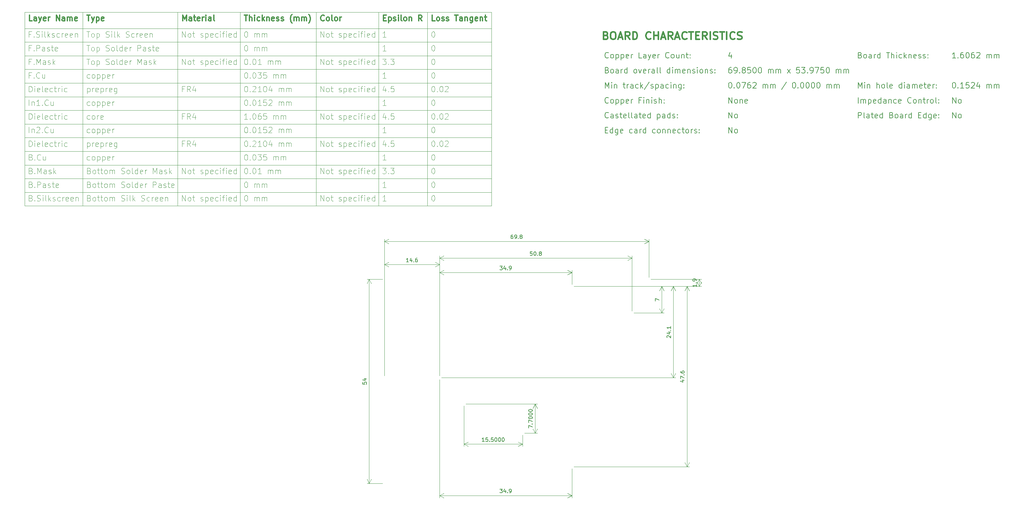
<source format=gbr>
%TF.GenerationSoftware,KiCad,Pcbnew,9.0.2*%
%TF.CreationDate,2025-11-14T17:37:25-08:00*%
%TF.ProjectId,nx-module-breakout,6e782d6d-6f64-4756-9c65-2d627265616b,rev?*%
%TF.SameCoordinates,Original*%
%TF.FileFunction,OtherDrawing,Comment*%
%FSLAX46Y46*%
G04 Gerber Fmt 4.6, Leading zero omitted, Abs format (unit mm)*
G04 Created by KiCad (PCBNEW 9.0.2) date 2025-11-14 17:37:25*
%MOMM*%
%LPD*%
G01*
G04 APERTURE LIST*
%ADD10C,0.100000*%
%ADD11C,0.300000*%
%ADD12C,0.200000*%
%ADD13C,0.400000*%
%ADD14C,0.150000*%
G04 APERTURE END LIST*
D10*
X127130077Y-63596228D02*
X127272934Y-63596228D01*
X127272934Y-63596228D02*
X127415791Y-63667657D01*
X127415791Y-63667657D02*
X127487220Y-63739085D01*
X127487220Y-63739085D02*
X127558648Y-63881942D01*
X127558648Y-63881942D02*
X127630077Y-64167657D01*
X127630077Y-64167657D02*
X127630077Y-64524800D01*
X127630077Y-64524800D02*
X127558648Y-64810514D01*
X127558648Y-64810514D02*
X127487220Y-64953371D01*
X127487220Y-64953371D02*
X127415791Y-65024800D01*
X127415791Y-65024800D02*
X127272934Y-65096228D01*
X127272934Y-65096228D02*
X127130077Y-65096228D01*
X127130077Y-65096228D02*
X126987220Y-65024800D01*
X126987220Y-65024800D02*
X126915791Y-64953371D01*
X126915791Y-64953371D02*
X126844362Y-64810514D01*
X126844362Y-64810514D02*
X126772934Y-64524800D01*
X126772934Y-64524800D02*
X126772934Y-64167657D01*
X126772934Y-64167657D02*
X126844362Y-63881942D01*
X126844362Y-63881942D02*
X126915791Y-63739085D01*
X126915791Y-63739085D02*
X126987220Y-63667657D01*
X126987220Y-63667657D02*
X127130077Y-63596228D01*
X127130077Y-56384228D02*
X127272934Y-56384228D01*
X127272934Y-56384228D02*
X127415791Y-56455657D01*
X127415791Y-56455657D02*
X127487220Y-56527085D01*
X127487220Y-56527085D02*
X127558648Y-56669942D01*
X127558648Y-56669942D02*
X127630077Y-56955657D01*
X127630077Y-56955657D02*
X127630077Y-57312800D01*
X127630077Y-57312800D02*
X127558648Y-57598514D01*
X127558648Y-57598514D02*
X127487220Y-57741371D01*
X127487220Y-57741371D02*
X127415791Y-57812800D01*
X127415791Y-57812800D02*
X127272934Y-57884228D01*
X127272934Y-57884228D02*
X127130077Y-57884228D01*
X127130077Y-57884228D02*
X126987220Y-57812800D01*
X126987220Y-57812800D02*
X126915791Y-57741371D01*
X126915791Y-57741371D02*
X126844362Y-57598514D01*
X126844362Y-57598514D02*
X126772934Y-57312800D01*
X126772934Y-57312800D02*
X126772934Y-56955657D01*
X126772934Y-56955657D02*
X126844362Y-56669942D01*
X126844362Y-56669942D02*
X126915791Y-56527085D01*
X126915791Y-56527085D02*
X126987220Y-56455657D01*
X126987220Y-56455657D02*
X127130077Y-56384228D01*
X127130077Y-49172228D02*
X127272934Y-49172228D01*
X127272934Y-49172228D02*
X127415791Y-49243657D01*
X127415791Y-49243657D02*
X127487220Y-49315085D01*
X127487220Y-49315085D02*
X127558648Y-49457942D01*
X127558648Y-49457942D02*
X127630077Y-49743657D01*
X127630077Y-49743657D02*
X127630077Y-50100800D01*
X127630077Y-50100800D02*
X127558648Y-50386514D01*
X127558648Y-50386514D02*
X127487220Y-50529371D01*
X127487220Y-50529371D02*
X127415791Y-50600800D01*
X127415791Y-50600800D02*
X127272934Y-50672228D01*
X127272934Y-50672228D02*
X127130077Y-50672228D01*
X127130077Y-50672228D02*
X126987220Y-50600800D01*
X126987220Y-50600800D02*
X126915791Y-50529371D01*
X126915791Y-50529371D02*
X126844362Y-50386514D01*
X126844362Y-50386514D02*
X126772934Y-50100800D01*
X126772934Y-50100800D02*
X126772934Y-49743657D01*
X126772934Y-49743657D02*
X126844362Y-49457942D01*
X126844362Y-49457942D02*
X126915791Y-49315085D01*
X126915791Y-49315085D02*
X126987220Y-49243657D01*
X126987220Y-49243657D02*
X127130077Y-49172228D01*
X128272933Y-50529371D02*
X128344362Y-50600800D01*
X128344362Y-50600800D02*
X128272933Y-50672228D01*
X128272933Y-50672228D02*
X128201505Y-50600800D01*
X128201505Y-50600800D02*
X128272933Y-50529371D01*
X128272933Y-50529371D02*
X128272933Y-50672228D01*
X129272934Y-49172228D02*
X129415791Y-49172228D01*
X129415791Y-49172228D02*
X129558648Y-49243657D01*
X129558648Y-49243657D02*
X129630077Y-49315085D01*
X129630077Y-49315085D02*
X129701505Y-49457942D01*
X129701505Y-49457942D02*
X129772934Y-49743657D01*
X129772934Y-49743657D02*
X129772934Y-50100800D01*
X129772934Y-50100800D02*
X129701505Y-50386514D01*
X129701505Y-50386514D02*
X129630077Y-50529371D01*
X129630077Y-50529371D02*
X129558648Y-50600800D01*
X129558648Y-50600800D02*
X129415791Y-50672228D01*
X129415791Y-50672228D02*
X129272934Y-50672228D01*
X129272934Y-50672228D02*
X129130077Y-50600800D01*
X129130077Y-50600800D02*
X129058648Y-50529371D01*
X129058648Y-50529371D02*
X128987219Y-50386514D01*
X128987219Y-50386514D02*
X128915791Y-50100800D01*
X128915791Y-50100800D02*
X128915791Y-49743657D01*
X128915791Y-49743657D02*
X128987219Y-49457942D01*
X128987219Y-49457942D02*
X129058648Y-49315085D01*
X129058648Y-49315085D02*
X129130077Y-49243657D01*
X129130077Y-49243657D02*
X129272934Y-49172228D01*
X130344362Y-49315085D02*
X130415790Y-49243657D01*
X130415790Y-49243657D02*
X130558648Y-49172228D01*
X130558648Y-49172228D02*
X130915790Y-49172228D01*
X130915790Y-49172228D02*
X131058648Y-49243657D01*
X131058648Y-49243657D02*
X131130076Y-49315085D01*
X131130076Y-49315085D02*
X131201505Y-49457942D01*
X131201505Y-49457942D02*
X131201505Y-49600800D01*
X131201505Y-49600800D02*
X131130076Y-49815085D01*
X131130076Y-49815085D02*
X130272933Y-50672228D01*
X130272933Y-50672228D02*
X131201505Y-50672228D01*
X127130077Y-45566228D02*
X127272934Y-45566228D01*
X127272934Y-45566228D02*
X127415791Y-45637657D01*
X127415791Y-45637657D02*
X127487220Y-45709085D01*
X127487220Y-45709085D02*
X127558648Y-45851942D01*
X127558648Y-45851942D02*
X127630077Y-46137657D01*
X127630077Y-46137657D02*
X127630077Y-46494800D01*
X127630077Y-46494800D02*
X127558648Y-46780514D01*
X127558648Y-46780514D02*
X127487220Y-46923371D01*
X127487220Y-46923371D02*
X127415791Y-46994800D01*
X127415791Y-46994800D02*
X127272934Y-47066228D01*
X127272934Y-47066228D02*
X127130077Y-47066228D01*
X127130077Y-47066228D02*
X126987220Y-46994800D01*
X126987220Y-46994800D02*
X126915791Y-46923371D01*
X126915791Y-46923371D02*
X126844362Y-46780514D01*
X126844362Y-46780514D02*
X126772934Y-46494800D01*
X126772934Y-46494800D02*
X126772934Y-46137657D01*
X126772934Y-46137657D02*
X126844362Y-45851942D01*
X126844362Y-45851942D02*
X126915791Y-45709085D01*
X126915791Y-45709085D02*
X126987220Y-45637657D01*
X126987220Y-45637657D02*
X127130077Y-45566228D01*
X127130077Y-41960228D02*
X127272934Y-41960228D01*
X127272934Y-41960228D02*
X127415791Y-42031657D01*
X127415791Y-42031657D02*
X127487220Y-42103085D01*
X127487220Y-42103085D02*
X127558648Y-42245942D01*
X127558648Y-42245942D02*
X127630077Y-42531657D01*
X127630077Y-42531657D02*
X127630077Y-42888800D01*
X127630077Y-42888800D02*
X127558648Y-43174514D01*
X127558648Y-43174514D02*
X127487220Y-43317371D01*
X127487220Y-43317371D02*
X127415791Y-43388800D01*
X127415791Y-43388800D02*
X127272934Y-43460228D01*
X127272934Y-43460228D02*
X127130077Y-43460228D01*
X127130077Y-43460228D02*
X126987220Y-43388800D01*
X126987220Y-43388800D02*
X126915791Y-43317371D01*
X126915791Y-43317371D02*
X126844362Y-43174514D01*
X126844362Y-43174514D02*
X126772934Y-42888800D01*
X126772934Y-42888800D02*
X126772934Y-42531657D01*
X126772934Y-42531657D02*
X126844362Y-42245942D01*
X126844362Y-42245942D02*
X126915791Y-42103085D01*
X126915791Y-42103085D02*
X126987220Y-42031657D01*
X126987220Y-42031657D02*
X127130077Y-41960228D01*
X128272933Y-43317371D02*
X128344362Y-43388800D01*
X128344362Y-43388800D02*
X128272933Y-43460228D01*
X128272933Y-43460228D02*
X128201505Y-43388800D01*
X128201505Y-43388800D02*
X128272933Y-43317371D01*
X128272933Y-43317371D02*
X128272933Y-43460228D01*
X129272934Y-41960228D02*
X129415791Y-41960228D01*
X129415791Y-41960228D02*
X129558648Y-42031657D01*
X129558648Y-42031657D02*
X129630077Y-42103085D01*
X129630077Y-42103085D02*
X129701505Y-42245942D01*
X129701505Y-42245942D02*
X129772934Y-42531657D01*
X129772934Y-42531657D02*
X129772934Y-42888800D01*
X129772934Y-42888800D02*
X129701505Y-43174514D01*
X129701505Y-43174514D02*
X129630077Y-43317371D01*
X129630077Y-43317371D02*
X129558648Y-43388800D01*
X129558648Y-43388800D02*
X129415791Y-43460228D01*
X129415791Y-43460228D02*
X129272934Y-43460228D01*
X129272934Y-43460228D02*
X129130077Y-43388800D01*
X129130077Y-43388800D02*
X129058648Y-43317371D01*
X129058648Y-43317371D02*
X128987219Y-43174514D01*
X128987219Y-43174514D02*
X128915791Y-42888800D01*
X128915791Y-42888800D02*
X128915791Y-42531657D01*
X128915791Y-42531657D02*
X128987219Y-42245942D01*
X128987219Y-42245942D02*
X129058648Y-42103085D01*
X129058648Y-42103085D02*
X129130077Y-42031657D01*
X129130077Y-42031657D02*
X129272934Y-41960228D01*
X130344362Y-42103085D02*
X130415790Y-42031657D01*
X130415790Y-42031657D02*
X130558648Y-41960228D01*
X130558648Y-41960228D02*
X130915790Y-41960228D01*
X130915790Y-41960228D02*
X131058648Y-42031657D01*
X131058648Y-42031657D02*
X131130076Y-42103085D01*
X131130076Y-42103085D02*
X131201505Y-42245942D01*
X131201505Y-42245942D02*
X131201505Y-42388800D01*
X131201505Y-42388800D02*
X131130076Y-42603085D01*
X131130076Y-42603085D02*
X130272933Y-43460228D01*
X130272933Y-43460228D02*
X131201505Y-43460228D01*
X127130077Y-38354228D02*
X127272934Y-38354228D01*
X127272934Y-38354228D02*
X127415791Y-38425657D01*
X127415791Y-38425657D02*
X127487220Y-38497085D01*
X127487220Y-38497085D02*
X127558648Y-38639942D01*
X127558648Y-38639942D02*
X127630077Y-38925657D01*
X127630077Y-38925657D02*
X127630077Y-39282800D01*
X127630077Y-39282800D02*
X127558648Y-39568514D01*
X127558648Y-39568514D02*
X127487220Y-39711371D01*
X127487220Y-39711371D02*
X127415791Y-39782800D01*
X127415791Y-39782800D02*
X127272934Y-39854228D01*
X127272934Y-39854228D02*
X127130077Y-39854228D01*
X127130077Y-39854228D02*
X126987220Y-39782800D01*
X126987220Y-39782800D02*
X126915791Y-39711371D01*
X126915791Y-39711371D02*
X126844362Y-39568514D01*
X126844362Y-39568514D02*
X126772934Y-39282800D01*
X126772934Y-39282800D02*
X126772934Y-38925657D01*
X126772934Y-38925657D02*
X126844362Y-38639942D01*
X126844362Y-38639942D02*
X126915791Y-38497085D01*
X126915791Y-38497085D02*
X126987220Y-38425657D01*
X126987220Y-38425657D02*
X127130077Y-38354228D01*
X127130077Y-34748228D02*
X127272934Y-34748228D01*
X127272934Y-34748228D02*
X127415791Y-34819657D01*
X127415791Y-34819657D02*
X127487220Y-34891085D01*
X127487220Y-34891085D02*
X127558648Y-35033942D01*
X127558648Y-35033942D02*
X127630077Y-35319657D01*
X127630077Y-35319657D02*
X127630077Y-35676800D01*
X127630077Y-35676800D02*
X127558648Y-35962514D01*
X127558648Y-35962514D02*
X127487220Y-36105371D01*
X127487220Y-36105371D02*
X127415791Y-36176800D01*
X127415791Y-36176800D02*
X127272934Y-36248228D01*
X127272934Y-36248228D02*
X127130077Y-36248228D01*
X127130077Y-36248228D02*
X126987220Y-36176800D01*
X126987220Y-36176800D02*
X126915791Y-36105371D01*
X126915791Y-36105371D02*
X126844362Y-35962514D01*
X126844362Y-35962514D02*
X126772934Y-35676800D01*
X126772934Y-35676800D02*
X126772934Y-35319657D01*
X126772934Y-35319657D02*
X126844362Y-35033942D01*
X126844362Y-35033942D02*
X126915791Y-34891085D01*
X126915791Y-34891085D02*
X126987220Y-34819657D01*
X126987220Y-34819657D02*
X127130077Y-34748228D01*
X128272933Y-36105371D02*
X128344362Y-36176800D01*
X128344362Y-36176800D02*
X128272933Y-36248228D01*
X128272933Y-36248228D02*
X128201505Y-36176800D01*
X128201505Y-36176800D02*
X128272933Y-36105371D01*
X128272933Y-36105371D02*
X128272933Y-36248228D01*
X129272934Y-34748228D02*
X129415791Y-34748228D01*
X129415791Y-34748228D02*
X129558648Y-34819657D01*
X129558648Y-34819657D02*
X129630077Y-34891085D01*
X129630077Y-34891085D02*
X129701505Y-35033942D01*
X129701505Y-35033942D02*
X129772934Y-35319657D01*
X129772934Y-35319657D02*
X129772934Y-35676800D01*
X129772934Y-35676800D02*
X129701505Y-35962514D01*
X129701505Y-35962514D02*
X129630077Y-36105371D01*
X129630077Y-36105371D02*
X129558648Y-36176800D01*
X129558648Y-36176800D02*
X129415791Y-36248228D01*
X129415791Y-36248228D02*
X129272934Y-36248228D01*
X129272934Y-36248228D02*
X129130077Y-36176800D01*
X129130077Y-36176800D02*
X129058648Y-36105371D01*
X129058648Y-36105371D02*
X128987219Y-35962514D01*
X128987219Y-35962514D02*
X128915791Y-35676800D01*
X128915791Y-35676800D02*
X128915791Y-35319657D01*
X128915791Y-35319657D02*
X128987219Y-35033942D01*
X128987219Y-35033942D02*
X129058648Y-34891085D01*
X129058648Y-34891085D02*
X129130077Y-34819657D01*
X129130077Y-34819657D02*
X129272934Y-34748228D01*
X130344362Y-34891085D02*
X130415790Y-34819657D01*
X130415790Y-34819657D02*
X130558648Y-34748228D01*
X130558648Y-34748228D02*
X130915790Y-34748228D01*
X130915790Y-34748228D02*
X131058648Y-34819657D01*
X131058648Y-34819657D02*
X131130076Y-34891085D01*
X131130076Y-34891085D02*
X131201505Y-35033942D01*
X131201505Y-35033942D02*
X131201505Y-35176800D01*
X131201505Y-35176800D02*
X131130076Y-35391085D01*
X131130076Y-35391085D02*
X130272933Y-36248228D01*
X130272933Y-36248228D02*
X131201505Y-36248228D01*
X127130077Y-31142228D02*
X127272934Y-31142228D01*
X127272934Y-31142228D02*
X127415791Y-31213657D01*
X127415791Y-31213657D02*
X127487220Y-31285085D01*
X127487220Y-31285085D02*
X127558648Y-31427942D01*
X127558648Y-31427942D02*
X127630077Y-31713657D01*
X127630077Y-31713657D02*
X127630077Y-32070800D01*
X127630077Y-32070800D02*
X127558648Y-32356514D01*
X127558648Y-32356514D02*
X127487220Y-32499371D01*
X127487220Y-32499371D02*
X127415791Y-32570800D01*
X127415791Y-32570800D02*
X127272934Y-32642228D01*
X127272934Y-32642228D02*
X127130077Y-32642228D01*
X127130077Y-32642228D02*
X126987220Y-32570800D01*
X126987220Y-32570800D02*
X126915791Y-32499371D01*
X126915791Y-32499371D02*
X126844362Y-32356514D01*
X126844362Y-32356514D02*
X126772934Y-32070800D01*
X126772934Y-32070800D02*
X126772934Y-31713657D01*
X126772934Y-31713657D02*
X126844362Y-31427942D01*
X126844362Y-31427942D02*
X126915791Y-31285085D01*
X126915791Y-31285085D02*
X126987220Y-31213657D01*
X126987220Y-31213657D02*
X127130077Y-31142228D01*
X127130077Y-27536228D02*
X127272934Y-27536228D01*
X127272934Y-27536228D02*
X127415791Y-27607657D01*
X127415791Y-27607657D02*
X127487220Y-27679085D01*
X127487220Y-27679085D02*
X127558648Y-27821942D01*
X127558648Y-27821942D02*
X127630077Y-28107657D01*
X127630077Y-28107657D02*
X127630077Y-28464800D01*
X127630077Y-28464800D02*
X127558648Y-28750514D01*
X127558648Y-28750514D02*
X127487220Y-28893371D01*
X127487220Y-28893371D02*
X127415791Y-28964800D01*
X127415791Y-28964800D02*
X127272934Y-29036228D01*
X127272934Y-29036228D02*
X127130077Y-29036228D01*
X127130077Y-29036228D02*
X126987220Y-28964800D01*
X126987220Y-28964800D02*
X126915791Y-28893371D01*
X126915791Y-28893371D02*
X126844362Y-28750514D01*
X126844362Y-28750514D02*
X126772934Y-28464800D01*
X126772934Y-28464800D02*
X126772934Y-28107657D01*
X126772934Y-28107657D02*
X126844362Y-27821942D01*
X126844362Y-27821942D02*
X126915791Y-27679085D01*
X126915791Y-27679085D02*
X126987220Y-27607657D01*
X126987220Y-27607657D02*
X127130077Y-27536228D01*
X127130077Y-23930228D02*
X127272934Y-23930228D01*
X127272934Y-23930228D02*
X127415791Y-24001657D01*
X127415791Y-24001657D02*
X127487220Y-24073085D01*
X127487220Y-24073085D02*
X127558648Y-24215942D01*
X127558648Y-24215942D02*
X127630077Y-24501657D01*
X127630077Y-24501657D02*
X127630077Y-24858800D01*
X127630077Y-24858800D02*
X127558648Y-25144514D01*
X127558648Y-25144514D02*
X127487220Y-25287371D01*
X127487220Y-25287371D02*
X127415791Y-25358800D01*
X127415791Y-25358800D02*
X127272934Y-25430228D01*
X127272934Y-25430228D02*
X127130077Y-25430228D01*
X127130077Y-25430228D02*
X126987220Y-25358800D01*
X126987220Y-25358800D02*
X126915791Y-25287371D01*
X126915791Y-25287371D02*
X126844362Y-25144514D01*
X126844362Y-25144514D02*
X126772934Y-24858800D01*
X126772934Y-24858800D02*
X126772934Y-24501657D01*
X126772934Y-24501657D02*
X126844362Y-24215942D01*
X126844362Y-24215942D02*
X126915791Y-24073085D01*
X126915791Y-24073085D02*
X126987220Y-24001657D01*
X126987220Y-24001657D02*
X127130077Y-23930228D01*
X127130077Y-20324228D02*
X127272934Y-20324228D01*
X127272934Y-20324228D02*
X127415791Y-20395657D01*
X127415791Y-20395657D02*
X127487220Y-20467085D01*
X127487220Y-20467085D02*
X127558648Y-20609942D01*
X127558648Y-20609942D02*
X127630077Y-20895657D01*
X127630077Y-20895657D02*
X127630077Y-21252800D01*
X127630077Y-21252800D02*
X127558648Y-21538514D01*
X127558648Y-21538514D02*
X127487220Y-21681371D01*
X127487220Y-21681371D02*
X127415791Y-21752800D01*
X127415791Y-21752800D02*
X127272934Y-21824228D01*
X127272934Y-21824228D02*
X127130077Y-21824228D01*
X127130077Y-21824228D02*
X126987220Y-21752800D01*
X126987220Y-21752800D02*
X126915791Y-21681371D01*
X126915791Y-21681371D02*
X126844362Y-21538514D01*
X126844362Y-21538514D02*
X126772934Y-21252800D01*
X126772934Y-21252800D02*
X126772934Y-20895657D01*
X126772934Y-20895657D02*
X126844362Y-20609942D01*
X126844362Y-20609942D02*
X126915791Y-20467085D01*
X126915791Y-20467085D02*
X126987220Y-20395657D01*
X126987220Y-20395657D02*
X127130077Y-20324228D01*
D11*
X127690227Y-17505828D02*
X126975941Y-17505828D01*
X126975941Y-17505828D02*
X126975941Y-16005828D01*
X128404513Y-17505828D02*
X128261656Y-17434400D01*
X128261656Y-17434400D02*
X128190227Y-17362971D01*
X128190227Y-17362971D02*
X128118799Y-17220114D01*
X128118799Y-17220114D02*
X128118799Y-16791542D01*
X128118799Y-16791542D02*
X128190227Y-16648685D01*
X128190227Y-16648685D02*
X128261656Y-16577257D01*
X128261656Y-16577257D02*
X128404513Y-16505828D01*
X128404513Y-16505828D02*
X128618799Y-16505828D01*
X128618799Y-16505828D02*
X128761656Y-16577257D01*
X128761656Y-16577257D02*
X128833085Y-16648685D01*
X128833085Y-16648685D02*
X128904513Y-16791542D01*
X128904513Y-16791542D02*
X128904513Y-17220114D01*
X128904513Y-17220114D02*
X128833085Y-17362971D01*
X128833085Y-17362971D02*
X128761656Y-17434400D01*
X128761656Y-17434400D02*
X128618799Y-17505828D01*
X128618799Y-17505828D02*
X128404513Y-17505828D01*
X129475942Y-17434400D02*
X129618799Y-17505828D01*
X129618799Y-17505828D02*
X129904513Y-17505828D01*
X129904513Y-17505828D02*
X130047370Y-17434400D01*
X130047370Y-17434400D02*
X130118799Y-17291542D01*
X130118799Y-17291542D02*
X130118799Y-17220114D01*
X130118799Y-17220114D02*
X130047370Y-17077257D01*
X130047370Y-17077257D02*
X129904513Y-17005828D01*
X129904513Y-17005828D02*
X129690228Y-17005828D01*
X129690228Y-17005828D02*
X129547370Y-16934400D01*
X129547370Y-16934400D02*
X129475942Y-16791542D01*
X129475942Y-16791542D02*
X129475942Y-16720114D01*
X129475942Y-16720114D02*
X129547370Y-16577257D01*
X129547370Y-16577257D02*
X129690228Y-16505828D01*
X129690228Y-16505828D02*
X129904513Y-16505828D01*
X129904513Y-16505828D02*
X130047370Y-16577257D01*
X130690228Y-17434400D02*
X130833085Y-17505828D01*
X130833085Y-17505828D02*
X131118799Y-17505828D01*
X131118799Y-17505828D02*
X131261656Y-17434400D01*
X131261656Y-17434400D02*
X131333085Y-17291542D01*
X131333085Y-17291542D02*
X131333085Y-17220114D01*
X131333085Y-17220114D02*
X131261656Y-17077257D01*
X131261656Y-17077257D02*
X131118799Y-17005828D01*
X131118799Y-17005828D02*
X130904514Y-17005828D01*
X130904514Y-17005828D02*
X130761656Y-16934400D01*
X130761656Y-16934400D02*
X130690228Y-16791542D01*
X130690228Y-16791542D02*
X130690228Y-16720114D01*
X130690228Y-16720114D02*
X130761656Y-16577257D01*
X130761656Y-16577257D02*
X130904514Y-16505828D01*
X130904514Y-16505828D02*
X131118799Y-16505828D01*
X131118799Y-16505828D02*
X131261656Y-16577257D01*
X132904514Y-16005828D02*
X133761657Y-16005828D01*
X133333085Y-17505828D02*
X133333085Y-16005828D01*
X134904514Y-17505828D02*
X134904514Y-16720114D01*
X134904514Y-16720114D02*
X134833085Y-16577257D01*
X134833085Y-16577257D02*
X134690228Y-16505828D01*
X134690228Y-16505828D02*
X134404514Y-16505828D01*
X134404514Y-16505828D02*
X134261656Y-16577257D01*
X134904514Y-17434400D02*
X134761656Y-17505828D01*
X134761656Y-17505828D02*
X134404514Y-17505828D01*
X134404514Y-17505828D02*
X134261656Y-17434400D01*
X134261656Y-17434400D02*
X134190228Y-17291542D01*
X134190228Y-17291542D02*
X134190228Y-17148685D01*
X134190228Y-17148685D02*
X134261656Y-17005828D01*
X134261656Y-17005828D02*
X134404514Y-16934400D01*
X134404514Y-16934400D02*
X134761656Y-16934400D01*
X134761656Y-16934400D02*
X134904514Y-16862971D01*
X135618799Y-16505828D02*
X135618799Y-17505828D01*
X135618799Y-16648685D02*
X135690228Y-16577257D01*
X135690228Y-16577257D02*
X135833085Y-16505828D01*
X135833085Y-16505828D02*
X136047371Y-16505828D01*
X136047371Y-16505828D02*
X136190228Y-16577257D01*
X136190228Y-16577257D02*
X136261657Y-16720114D01*
X136261657Y-16720114D02*
X136261657Y-17505828D01*
X137618800Y-16505828D02*
X137618800Y-17720114D01*
X137618800Y-17720114D02*
X137547371Y-17862971D01*
X137547371Y-17862971D02*
X137475942Y-17934400D01*
X137475942Y-17934400D02*
X137333085Y-18005828D01*
X137333085Y-18005828D02*
X137118800Y-18005828D01*
X137118800Y-18005828D02*
X136975942Y-17934400D01*
X137618800Y-17434400D02*
X137475942Y-17505828D01*
X137475942Y-17505828D02*
X137190228Y-17505828D01*
X137190228Y-17505828D02*
X137047371Y-17434400D01*
X137047371Y-17434400D02*
X136975942Y-17362971D01*
X136975942Y-17362971D02*
X136904514Y-17220114D01*
X136904514Y-17220114D02*
X136904514Y-16791542D01*
X136904514Y-16791542D02*
X136975942Y-16648685D01*
X136975942Y-16648685D02*
X137047371Y-16577257D01*
X137047371Y-16577257D02*
X137190228Y-16505828D01*
X137190228Y-16505828D02*
X137475942Y-16505828D01*
X137475942Y-16505828D02*
X137618800Y-16577257D01*
X138904514Y-17434400D02*
X138761657Y-17505828D01*
X138761657Y-17505828D02*
X138475943Y-17505828D01*
X138475943Y-17505828D02*
X138333085Y-17434400D01*
X138333085Y-17434400D02*
X138261657Y-17291542D01*
X138261657Y-17291542D02*
X138261657Y-16720114D01*
X138261657Y-16720114D02*
X138333085Y-16577257D01*
X138333085Y-16577257D02*
X138475943Y-16505828D01*
X138475943Y-16505828D02*
X138761657Y-16505828D01*
X138761657Y-16505828D02*
X138904514Y-16577257D01*
X138904514Y-16577257D02*
X138975943Y-16720114D01*
X138975943Y-16720114D02*
X138975943Y-16862971D01*
X138975943Y-16862971D02*
X138261657Y-17005828D01*
X139618799Y-16505828D02*
X139618799Y-17505828D01*
X139618799Y-16648685D02*
X139690228Y-16577257D01*
X139690228Y-16577257D02*
X139833085Y-16505828D01*
X139833085Y-16505828D02*
X140047371Y-16505828D01*
X140047371Y-16505828D02*
X140190228Y-16577257D01*
X140190228Y-16577257D02*
X140261657Y-16720114D01*
X140261657Y-16720114D02*
X140261657Y-17505828D01*
X140761657Y-16505828D02*
X141333085Y-16505828D01*
X140975942Y-16005828D02*
X140975942Y-17291542D01*
X140975942Y-17291542D02*
X141047371Y-17434400D01*
X141047371Y-17434400D02*
X141190228Y-17505828D01*
X141190228Y-17505828D02*
X141333085Y-17505828D01*
D10*
X114744362Y-65096228D02*
X113887219Y-65096228D01*
X114315790Y-65096228D02*
X114315790Y-63596228D01*
X114315790Y-63596228D02*
X114172933Y-63810514D01*
X114172933Y-63810514D02*
X114030076Y-63953371D01*
X114030076Y-63953371D02*
X113887219Y-64024800D01*
X114744362Y-61490228D02*
X113887219Y-61490228D01*
X114315790Y-61490228D02*
X114315790Y-59990228D01*
X114315790Y-59990228D02*
X114172933Y-60204514D01*
X114172933Y-60204514D02*
X114030076Y-60347371D01*
X114030076Y-60347371D02*
X113887219Y-60418800D01*
X113815790Y-56384228D02*
X114744362Y-56384228D01*
X114744362Y-56384228D02*
X114244362Y-56955657D01*
X114244362Y-56955657D02*
X114458647Y-56955657D01*
X114458647Y-56955657D02*
X114601505Y-57027085D01*
X114601505Y-57027085D02*
X114672933Y-57098514D01*
X114672933Y-57098514D02*
X114744362Y-57241371D01*
X114744362Y-57241371D02*
X114744362Y-57598514D01*
X114744362Y-57598514D02*
X114672933Y-57741371D01*
X114672933Y-57741371D02*
X114601505Y-57812800D01*
X114601505Y-57812800D02*
X114458647Y-57884228D01*
X114458647Y-57884228D02*
X114030076Y-57884228D01*
X114030076Y-57884228D02*
X113887219Y-57812800D01*
X113887219Y-57812800D02*
X113815790Y-57741371D01*
X115387218Y-57741371D02*
X115458647Y-57812800D01*
X115458647Y-57812800D02*
X115387218Y-57884228D01*
X115387218Y-57884228D02*
X115315790Y-57812800D01*
X115315790Y-57812800D02*
X115387218Y-57741371D01*
X115387218Y-57741371D02*
X115387218Y-57884228D01*
X115958647Y-56384228D02*
X116887219Y-56384228D01*
X116887219Y-56384228D02*
X116387219Y-56955657D01*
X116387219Y-56955657D02*
X116601504Y-56955657D01*
X116601504Y-56955657D02*
X116744362Y-57027085D01*
X116744362Y-57027085D02*
X116815790Y-57098514D01*
X116815790Y-57098514D02*
X116887219Y-57241371D01*
X116887219Y-57241371D02*
X116887219Y-57598514D01*
X116887219Y-57598514D02*
X116815790Y-57741371D01*
X116815790Y-57741371D02*
X116744362Y-57812800D01*
X116744362Y-57812800D02*
X116601504Y-57884228D01*
X116601504Y-57884228D02*
X116172933Y-57884228D01*
X116172933Y-57884228D02*
X116030076Y-57812800D01*
X116030076Y-57812800D02*
X115958647Y-57741371D01*
X114744362Y-54278228D02*
X113887219Y-54278228D01*
X114315790Y-54278228D02*
X114315790Y-52778228D01*
X114315790Y-52778228D02*
X114172933Y-52992514D01*
X114172933Y-52992514D02*
X114030076Y-53135371D01*
X114030076Y-53135371D02*
X113887219Y-53206800D01*
X114601505Y-49672228D02*
X114601505Y-50672228D01*
X114244362Y-49100800D02*
X113887219Y-50172228D01*
X113887219Y-50172228D02*
X114815790Y-50172228D01*
X115387218Y-50529371D02*
X115458647Y-50600800D01*
X115458647Y-50600800D02*
X115387218Y-50672228D01*
X115387218Y-50672228D02*
X115315790Y-50600800D01*
X115315790Y-50600800D02*
X115387218Y-50529371D01*
X115387218Y-50529371D02*
X115387218Y-50672228D01*
X116815790Y-49172228D02*
X116101504Y-49172228D01*
X116101504Y-49172228D02*
X116030076Y-49886514D01*
X116030076Y-49886514D02*
X116101504Y-49815085D01*
X116101504Y-49815085D02*
X116244362Y-49743657D01*
X116244362Y-49743657D02*
X116601504Y-49743657D01*
X116601504Y-49743657D02*
X116744362Y-49815085D01*
X116744362Y-49815085D02*
X116815790Y-49886514D01*
X116815790Y-49886514D02*
X116887219Y-50029371D01*
X116887219Y-50029371D02*
X116887219Y-50386514D01*
X116887219Y-50386514D02*
X116815790Y-50529371D01*
X116815790Y-50529371D02*
X116744362Y-50600800D01*
X116744362Y-50600800D02*
X116601504Y-50672228D01*
X116601504Y-50672228D02*
X116244362Y-50672228D01*
X116244362Y-50672228D02*
X116101504Y-50600800D01*
X116101504Y-50600800D02*
X116030076Y-50529371D01*
X114744362Y-47066228D02*
X113887219Y-47066228D01*
X114315790Y-47066228D02*
X114315790Y-45566228D01*
X114315790Y-45566228D02*
X114172933Y-45780514D01*
X114172933Y-45780514D02*
X114030076Y-45923371D01*
X114030076Y-45923371D02*
X113887219Y-45994800D01*
X114601505Y-42460228D02*
X114601505Y-43460228D01*
X114244362Y-41888800D02*
X113887219Y-42960228D01*
X113887219Y-42960228D02*
X114815790Y-42960228D01*
X115387218Y-43317371D02*
X115458647Y-43388800D01*
X115458647Y-43388800D02*
X115387218Y-43460228D01*
X115387218Y-43460228D02*
X115315790Y-43388800D01*
X115315790Y-43388800D02*
X115387218Y-43317371D01*
X115387218Y-43317371D02*
X115387218Y-43460228D01*
X116815790Y-41960228D02*
X116101504Y-41960228D01*
X116101504Y-41960228D02*
X116030076Y-42674514D01*
X116030076Y-42674514D02*
X116101504Y-42603085D01*
X116101504Y-42603085D02*
X116244362Y-42531657D01*
X116244362Y-42531657D02*
X116601504Y-42531657D01*
X116601504Y-42531657D02*
X116744362Y-42603085D01*
X116744362Y-42603085D02*
X116815790Y-42674514D01*
X116815790Y-42674514D02*
X116887219Y-42817371D01*
X116887219Y-42817371D02*
X116887219Y-43174514D01*
X116887219Y-43174514D02*
X116815790Y-43317371D01*
X116815790Y-43317371D02*
X116744362Y-43388800D01*
X116744362Y-43388800D02*
X116601504Y-43460228D01*
X116601504Y-43460228D02*
X116244362Y-43460228D01*
X116244362Y-43460228D02*
X116101504Y-43388800D01*
X116101504Y-43388800D02*
X116030076Y-43317371D01*
X114744362Y-39854228D02*
X113887219Y-39854228D01*
X114315790Y-39854228D02*
X114315790Y-38354228D01*
X114315790Y-38354228D02*
X114172933Y-38568514D01*
X114172933Y-38568514D02*
X114030076Y-38711371D01*
X114030076Y-38711371D02*
X113887219Y-38782800D01*
X114601505Y-35248228D02*
X114601505Y-36248228D01*
X114244362Y-34676800D02*
X113887219Y-35748228D01*
X113887219Y-35748228D02*
X114815790Y-35748228D01*
X115387218Y-36105371D02*
X115458647Y-36176800D01*
X115458647Y-36176800D02*
X115387218Y-36248228D01*
X115387218Y-36248228D02*
X115315790Y-36176800D01*
X115315790Y-36176800D02*
X115387218Y-36105371D01*
X115387218Y-36105371D02*
X115387218Y-36248228D01*
X116815790Y-34748228D02*
X116101504Y-34748228D01*
X116101504Y-34748228D02*
X116030076Y-35462514D01*
X116030076Y-35462514D02*
X116101504Y-35391085D01*
X116101504Y-35391085D02*
X116244362Y-35319657D01*
X116244362Y-35319657D02*
X116601504Y-35319657D01*
X116601504Y-35319657D02*
X116744362Y-35391085D01*
X116744362Y-35391085D02*
X116815790Y-35462514D01*
X116815790Y-35462514D02*
X116887219Y-35605371D01*
X116887219Y-35605371D02*
X116887219Y-35962514D01*
X116887219Y-35962514D02*
X116815790Y-36105371D01*
X116815790Y-36105371D02*
X116744362Y-36176800D01*
X116744362Y-36176800D02*
X116601504Y-36248228D01*
X116601504Y-36248228D02*
X116244362Y-36248228D01*
X116244362Y-36248228D02*
X116101504Y-36176800D01*
X116101504Y-36176800D02*
X116030076Y-36105371D01*
X114744362Y-32642228D02*
X113887219Y-32642228D01*
X114315790Y-32642228D02*
X114315790Y-31142228D01*
X114315790Y-31142228D02*
X114172933Y-31356514D01*
X114172933Y-31356514D02*
X114030076Y-31499371D01*
X114030076Y-31499371D02*
X113887219Y-31570800D01*
X113815790Y-27536228D02*
X114744362Y-27536228D01*
X114744362Y-27536228D02*
X114244362Y-28107657D01*
X114244362Y-28107657D02*
X114458647Y-28107657D01*
X114458647Y-28107657D02*
X114601505Y-28179085D01*
X114601505Y-28179085D02*
X114672933Y-28250514D01*
X114672933Y-28250514D02*
X114744362Y-28393371D01*
X114744362Y-28393371D02*
X114744362Y-28750514D01*
X114744362Y-28750514D02*
X114672933Y-28893371D01*
X114672933Y-28893371D02*
X114601505Y-28964800D01*
X114601505Y-28964800D02*
X114458647Y-29036228D01*
X114458647Y-29036228D02*
X114030076Y-29036228D01*
X114030076Y-29036228D02*
X113887219Y-28964800D01*
X113887219Y-28964800D02*
X113815790Y-28893371D01*
X115387218Y-28893371D02*
X115458647Y-28964800D01*
X115458647Y-28964800D02*
X115387218Y-29036228D01*
X115387218Y-29036228D02*
X115315790Y-28964800D01*
X115315790Y-28964800D02*
X115387218Y-28893371D01*
X115387218Y-28893371D02*
X115387218Y-29036228D01*
X115958647Y-27536228D02*
X116887219Y-27536228D01*
X116887219Y-27536228D02*
X116387219Y-28107657D01*
X116387219Y-28107657D02*
X116601504Y-28107657D01*
X116601504Y-28107657D02*
X116744362Y-28179085D01*
X116744362Y-28179085D02*
X116815790Y-28250514D01*
X116815790Y-28250514D02*
X116887219Y-28393371D01*
X116887219Y-28393371D02*
X116887219Y-28750514D01*
X116887219Y-28750514D02*
X116815790Y-28893371D01*
X116815790Y-28893371D02*
X116744362Y-28964800D01*
X116744362Y-28964800D02*
X116601504Y-29036228D01*
X116601504Y-29036228D02*
X116172933Y-29036228D01*
X116172933Y-29036228D02*
X116030076Y-28964800D01*
X116030076Y-28964800D02*
X115958647Y-28893371D01*
X114744362Y-25430228D02*
X113887219Y-25430228D01*
X114315790Y-25430228D02*
X114315790Y-23930228D01*
X114315790Y-23930228D02*
X114172933Y-24144514D01*
X114172933Y-24144514D02*
X114030076Y-24287371D01*
X114030076Y-24287371D02*
X113887219Y-24358800D01*
X114744362Y-21824228D02*
X113887219Y-21824228D01*
X114315790Y-21824228D02*
X114315790Y-20324228D01*
X114315790Y-20324228D02*
X114172933Y-20538514D01*
X114172933Y-20538514D02*
X114030076Y-20681371D01*
X114030076Y-20681371D02*
X113887219Y-20752800D01*
X97458646Y-65096228D02*
X97458646Y-63596228D01*
X97458646Y-63596228D02*
X98315789Y-65096228D01*
X98315789Y-65096228D02*
X98315789Y-63596228D01*
X99244361Y-65096228D02*
X99101504Y-65024800D01*
X99101504Y-65024800D02*
X99030075Y-64953371D01*
X99030075Y-64953371D02*
X98958647Y-64810514D01*
X98958647Y-64810514D02*
X98958647Y-64381942D01*
X98958647Y-64381942D02*
X99030075Y-64239085D01*
X99030075Y-64239085D02*
X99101504Y-64167657D01*
X99101504Y-64167657D02*
X99244361Y-64096228D01*
X99244361Y-64096228D02*
X99458647Y-64096228D01*
X99458647Y-64096228D02*
X99601504Y-64167657D01*
X99601504Y-64167657D02*
X99672933Y-64239085D01*
X99672933Y-64239085D02*
X99744361Y-64381942D01*
X99744361Y-64381942D02*
X99744361Y-64810514D01*
X99744361Y-64810514D02*
X99672933Y-64953371D01*
X99672933Y-64953371D02*
X99601504Y-65024800D01*
X99601504Y-65024800D02*
X99458647Y-65096228D01*
X99458647Y-65096228D02*
X99244361Y-65096228D01*
X100172933Y-64096228D02*
X100744361Y-64096228D01*
X100387218Y-63596228D02*
X100387218Y-64881942D01*
X100387218Y-64881942D02*
X100458647Y-65024800D01*
X100458647Y-65024800D02*
X100601504Y-65096228D01*
X100601504Y-65096228D02*
X100744361Y-65096228D01*
X102315790Y-65024800D02*
X102458647Y-65096228D01*
X102458647Y-65096228D02*
X102744361Y-65096228D01*
X102744361Y-65096228D02*
X102887218Y-65024800D01*
X102887218Y-65024800D02*
X102958647Y-64881942D01*
X102958647Y-64881942D02*
X102958647Y-64810514D01*
X102958647Y-64810514D02*
X102887218Y-64667657D01*
X102887218Y-64667657D02*
X102744361Y-64596228D01*
X102744361Y-64596228D02*
X102530076Y-64596228D01*
X102530076Y-64596228D02*
X102387218Y-64524800D01*
X102387218Y-64524800D02*
X102315790Y-64381942D01*
X102315790Y-64381942D02*
X102315790Y-64310514D01*
X102315790Y-64310514D02*
X102387218Y-64167657D01*
X102387218Y-64167657D02*
X102530076Y-64096228D01*
X102530076Y-64096228D02*
X102744361Y-64096228D01*
X102744361Y-64096228D02*
X102887218Y-64167657D01*
X103601504Y-64096228D02*
X103601504Y-65596228D01*
X103601504Y-64167657D02*
X103744362Y-64096228D01*
X103744362Y-64096228D02*
X104030076Y-64096228D01*
X104030076Y-64096228D02*
X104172933Y-64167657D01*
X104172933Y-64167657D02*
X104244362Y-64239085D01*
X104244362Y-64239085D02*
X104315790Y-64381942D01*
X104315790Y-64381942D02*
X104315790Y-64810514D01*
X104315790Y-64810514D02*
X104244362Y-64953371D01*
X104244362Y-64953371D02*
X104172933Y-65024800D01*
X104172933Y-65024800D02*
X104030076Y-65096228D01*
X104030076Y-65096228D02*
X103744362Y-65096228D01*
X103744362Y-65096228D02*
X103601504Y-65024800D01*
X105530076Y-65024800D02*
X105387219Y-65096228D01*
X105387219Y-65096228D02*
X105101505Y-65096228D01*
X105101505Y-65096228D02*
X104958647Y-65024800D01*
X104958647Y-65024800D02*
X104887219Y-64881942D01*
X104887219Y-64881942D02*
X104887219Y-64310514D01*
X104887219Y-64310514D02*
X104958647Y-64167657D01*
X104958647Y-64167657D02*
X105101505Y-64096228D01*
X105101505Y-64096228D02*
X105387219Y-64096228D01*
X105387219Y-64096228D02*
X105530076Y-64167657D01*
X105530076Y-64167657D02*
X105601505Y-64310514D01*
X105601505Y-64310514D02*
X105601505Y-64453371D01*
X105601505Y-64453371D02*
X104887219Y-64596228D01*
X106887219Y-65024800D02*
X106744361Y-65096228D01*
X106744361Y-65096228D02*
X106458647Y-65096228D01*
X106458647Y-65096228D02*
X106315790Y-65024800D01*
X106315790Y-65024800D02*
X106244361Y-64953371D01*
X106244361Y-64953371D02*
X106172933Y-64810514D01*
X106172933Y-64810514D02*
X106172933Y-64381942D01*
X106172933Y-64381942D02*
X106244361Y-64239085D01*
X106244361Y-64239085D02*
X106315790Y-64167657D01*
X106315790Y-64167657D02*
X106458647Y-64096228D01*
X106458647Y-64096228D02*
X106744361Y-64096228D01*
X106744361Y-64096228D02*
X106887219Y-64167657D01*
X107530075Y-65096228D02*
X107530075Y-64096228D01*
X107530075Y-63596228D02*
X107458647Y-63667657D01*
X107458647Y-63667657D02*
X107530075Y-63739085D01*
X107530075Y-63739085D02*
X107601504Y-63667657D01*
X107601504Y-63667657D02*
X107530075Y-63596228D01*
X107530075Y-63596228D02*
X107530075Y-63739085D01*
X108030076Y-64096228D02*
X108601504Y-64096228D01*
X108244361Y-65096228D02*
X108244361Y-63810514D01*
X108244361Y-63810514D02*
X108315790Y-63667657D01*
X108315790Y-63667657D02*
X108458647Y-63596228D01*
X108458647Y-63596228D02*
X108601504Y-63596228D01*
X109101504Y-65096228D02*
X109101504Y-64096228D01*
X109101504Y-63596228D02*
X109030076Y-63667657D01*
X109030076Y-63667657D02*
X109101504Y-63739085D01*
X109101504Y-63739085D02*
X109172933Y-63667657D01*
X109172933Y-63667657D02*
X109101504Y-63596228D01*
X109101504Y-63596228D02*
X109101504Y-63739085D01*
X110387219Y-65024800D02*
X110244362Y-65096228D01*
X110244362Y-65096228D02*
X109958648Y-65096228D01*
X109958648Y-65096228D02*
X109815790Y-65024800D01*
X109815790Y-65024800D02*
X109744362Y-64881942D01*
X109744362Y-64881942D02*
X109744362Y-64310514D01*
X109744362Y-64310514D02*
X109815790Y-64167657D01*
X109815790Y-64167657D02*
X109958648Y-64096228D01*
X109958648Y-64096228D02*
X110244362Y-64096228D01*
X110244362Y-64096228D02*
X110387219Y-64167657D01*
X110387219Y-64167657D02*
X110458648Y-64310514D01*
X110458648Y-64310514D02*
X110458648Y-64453371D01*
X110458648Y-64453371D02*
X109744362Y-64596228D01*
X111744362Y-65096228D02*
X111744362Y-63596228D01*
X111744362Y-65024800D02*
X111601504Y-65096228D01*
X111601504Y-65096228D02*
X111315790Y-65096228D01*
X111315790Y-65096228D02*
X111172933Y-65024800D01*
X111172933Y-65024800D02*
X111101504Y-64953371D01*
X111101504Y-64953371D02*
X111030076Y-64810514D01*
X111030076Y-64810514D02*
X111030076Y-64381942D01*
X111030076Y-64381942D02*
X111101504Y-64239085D01*
X111101504Y-64239085D02*
X111172933Y-64167657D01*
X111172933Y-64167657D02*
X111315790Y-64096228D01*
X111315790Y-64096228D02*
X111601504Y-64096228D01*
X111601504Y-64096228D02*
X111744362Y-64167657D01*
X97458646Y-57884228D02*
X97458646Y-56384228D01*
X97458646Y-56384228D02*
X98315789Y-57884228D01*
X98315789Y-57884228D02*
X98315789Y-56384228D01*
X99244361Y-57884228D02*
X99101504Y-57812800D01*
X99101504Y-57812800D02*
X99030075Y-57741371D01*
X99030075Y-57741371D02*
X98958647Y-57598514D01*
X98958647Y-57598514D02*
X98958647Y-57169942D01*
X98958647Y-57169942D02*
X99030075Y-57027085D01*
X99030075Y-57027085D02*
X99101504Y-56955657D01*
X99101504Y-56955657D02*
X99244361Y-56884228D01*
X99244361Y-56884228D02*
X99458647Y-56884228D01*
X99458647Y-56884228D02*
X99601504Y-56955657D01*
X99601504Y-56955657D02*
X99672933Y-57027085D01*
X99672933Y-57027085D02*
X99744361Y-57169942D01*
X99744361Y-57169942D02*
X99744361Y-57598514D01*
X99744361Y-57598514D02*
X99672933Y-57741371D01*
X99672933Y-57741371D02*
X99601504Y-57812800D01*
X99601504Y-57812800D02*
X99458647Y-57884228D01*
X99458647Y-57884228D02*
X99244361Y-57884228D01*
X100172933Y-56884228D02*
X100744361Y-56884228D01*
X100387218Y-56384228D02*
X100387218Y-57669942D01*
X100387218Y-57669942D02*
X100458647Y-57812800D01*
X100458647Y-57812800D02*
X100601504Y-57884228D01*
X100601504Y-57884228D02*
X100744361Y-57884228D01*
X102315790Y-57812800D02*
X102458647Y-57884228D01*
X102458647Y-57884228D02*
X102744361Y-57884228D01*
X102744361Y-57884228D02*
X102887218Y-57812800D01*
X102887218Y-57812800D02*
X102958647Y-57669942D01*
X102958647Y-57669942D02*
X102958647Y-57598514D01*
X102958647Y-57598514D02*
X102887218Y-57455657D01*
X102887218Y-57455657D02*
X102744361Y-57384228D01*
X102744361Y-57384228D02*
X102530076Y-57384228D01*
X102530076Y-57384228D02*
X102387218Y-57312800D01*
X102387218Y-57312800D02*
X102315790Y-57169942D01*
X102315790Y-57169942D02*
X102315790Y-57098514D01*
X102315790Y-57098514D02*
X102387218Y-56955657D01*
X102387218Y-56955657D02*
X102530076Y-56884228D01*
X102530076Y-56884228D02*
X102744361Y-56884228D01*
X102744361Y-56884228D02*
X102887218Y-56955657D01*
X103601504Y-56884228D02*
X103601504Y-58384228D01*
X103601504Y-56955657D02*
X103744362Y-56884228D01*
X103744362Y-56884228D02*
X104030076Y-56884228D01*
X104030076Y-56884228D02*
X104172933Y-56955657D01*
X104172933Y-56955657D02*
X104244362Y-57027085D01*
X104244362Y-57027085D02*
X104315790Y-57169942D01*
X104315790Y-57169942D02*
X104315790Y-57598514D01*
X104315790Y-57598514D02*
X104244362Y-57741371D01*
X104244362Y-57741371D02*
X104172933Y-57812800D01*
X104172933Y-57812800D02*
X104030076Y-57884228D01*
X104030076Y-57884228D02*
X103744362Y-57884228D01*
X103744362Y-57884228D02*
X103601504Y-57812800D01*
X105530076Y-57812800D02*
X105387219Y-57884228D01*
X105387219Y-57884228D02*
X105101505Y-57884228D01*
X105101505Y-57884228D02*
X104958647Y-57812800D01*
X104958647Y-57812800D02*
X104887219Y-57669942D01*
X104887219Y-57669942D02*
X104887219Y-57098514D01*
X104887219Y-57098514D02*
X104958647Y-56955657D01*
X104958647Y-56955657D02*
X105101505Y-56884228D01*
X105101505Y-56884228D02*
X105387219Y-56884228D01*
X105387219Y-56884228D02*
X105530076Y-56955657D01*
X105530076Y-56955657D02*
X105601505Y-57098514D01*
X105601505Y-57098514D02*
X105601505Y-57241371D01*
X105601505Y-57241371D02*
X104887219Y-57384228D01*
X106887219Y-57812800D02*
X106744361Y-57884228D01*
X106744361Y-57884228D02*
X106458647Y-57884228D01*
X106458647Y-57884228D02*
X106315790Y-57812800D01*
X106315790Y-57812800D02*
X106244361Y-57741371D01*
X106244361Y-57741371D02*
X106172933Y-57598514D01*
X106172933Y-57598514D02*
X106172933Y-57169942D01*
X106172933Y-57169942D02*
X106244361Y-57027085D01*
X106244361Y-57027085D02*
X106315790Y-56955657D01*
X106315790Y-56955657D02*
X106458647Y-56884228D01*
X106458647Y-56884228D02*
X106744361Y-56884228D01*
X106744361Y-56884228D02*
X106887219Y-56955657D01*
X107530075Y-57884228D02*
X107530075Y-56884228D01*
X107530075Y-56384228D02*
X107458647Y-56455657D01*
X107458647Y-56455657D02*
X107530075Y-56527085D01*
X107530075Y-56527085D02*
X107601504Y-56455657D01*
X107601504Y-56455657D02*
X107530075Y-56384228D01*
X107530075Y-56384228D02*
X107530075Y-56527085D01*
X108030076Y-56884228D02*
X108601504Y-56884228D01*
X108244361Y-57884228D02*
X108244361Y-56598514D01*
X108244361Y-56598514D02*
X108315790Y-56455657D01*
X108315790Y-56455657D02*
X108458647Y-56384228D01*
X108458647Y-56384228D02*
X108601504Y-56384228D01*
X109101504Y-57884228D02*
X109101504Y-56884228D01*
X109101504Y-56384228D02*
X109030076Y-56455657D01*
X109030076Y-56455657D02*
X109101504Y-56527085D01*
X109101504Y-56527085D02*
X109172933Y-56455657D01*
X109172933Y-56455657D02*
X109101504Y-56384228D01*
X109101504Y-56384228D02*
X109101504Y-56527085D01*
X110387219Y-57812800D02*
X110244362Y-57884228D01*
X110244362Y-57884228D02*
X109958648Y-57884228D01*
X109958648Y-57884228D02*
X109815790Y-57812800D01*
X109815790Y-57812800D02*
X109744362Y-57669942D01*
X109744362Y-57669942D02*
X109744362Y-57098514D01*
X109744362Y-57098514D02*
X109815790Y-56955657D01*
X109815790Y-56955657D02*
X109958648Y-56884228D01*
X109958648Y-56884228D02*
X110244362Y-56884228D01*
X110244362Y-56884228D02*
X110387219Y-56955657D01*
X110387219Y-56955657D02*
X110458648Y-57098514D01*
X110458648Y-57098514D02*
X110458648Y-57241371D01*
X110458648Y-57241371D02*
X109744362Y-57384228D01*
X111744362Y-57884228D02*
X111744362Y-56384228D01*
X111744362Y-57812800D02*
X111601504Y-57884228D01*
X111601504Y-57884228D02*
X111315790Y-57884228D01*
X111315790Y-57884228D02*
X111172933Y-57812800D01*
X111172933Y-57812800D02*
X111101504Y-57741371D01*
X111101504Y-57741371D02*
X111030076Y-57598514D01*
X111030076Y-57598514D02*
X111030076Y-57169942D01*
X111030076Y-57169942D02*
X111101504Y-57027085D01*
X111101504Y-57027085D02*
X111172933Y-56955657D01*
X111172933Y-56955657D02*
X111315790Y-56884228D01*
X111315790Y-56884228D02*
X111601504Y-56884228D01*
X111601504Y-56884228D02*
X111744362Y-56955657D01*
D11*
X114090226Y-16720114D02*
X114590226Y-16720114D01*
X114804512Y-17505828D02*
X114090226Y-17505828D01*
X114090226Y-17505828D02*
X114090226Y-16005828D01*
X114090226Y-16005828D02*
X114804512Y-16005828D01*
X115447369Y-16505828D02*
X115447369Y-18005828D01*
X115447369Y-16577257D02*
X115590227Y-16505828D01*
X115590227Y-16505828D02*
X115875941Y-16505828D01*
X115875941Y-16505828D02*
X116018798Y-16577257D01*
X116018798Y-16577257D02*
X116090227Y-16648685D01*
X116090227Y-16648685D02*
X116161655Y-16791542D01*
X116161655Y-16791542D02*
X116161655Y-17220114D01*
X116161655Y-17220114D02*
X116090227Y-17362971D01*
X116090227Y-17362971D02*
X116018798Y-17434400D01*
X116018798Y-17434400D02*
X115875941Y-17505828D01*
X115875941Y-17505828D02*
X115590227Y-17505828D01*
X115590227Y-17505828D02*
X115447369Y-17434400D01*
X116733084Y-17434400D02*
X116875941Y-17505828D01*
X116875941Y-17505828D02*
X117161655Y-17505828D01*
X117161655Y-17505828D02*
X117304512Y-17434400D01*
X117304512Y-17434400D02*
X117375941Y-17291542D01*
X117375941Y-17291542D02*
X117375941Y-17220114D01*
X117375941Y-17220114D02*
X117304512Y-17077257D01*
X117304512Y-17077257D02*
X117161655Y-17005828D01*
X117161655Y-17005828D02*
X116947370Y-17005828D01*
X116947370Y-17005828D02*
X116804512Y-16934400D01*
X116804512Y-16934400D02*
X116733084Y-16791542D01*
X116733084Y-16791542D02*
X116733084Y-16720114D01*
X116733084Y-16720114D02*
X116804512Y-16577257D01*
X116804512Y-16577257D02*
X116947370Y-16505828D01*
X116947370Y-16505828D02*
X117161655Y-16505828D01*
X117161655Y-16505828D02*
X117304512Y-16577257D01*
X118018798Y-17505828D02*
X118018798Y-16505828D01*
X118018798Y-16005828D02*
X117947370Y-16077257D01*
X117947370Y-16077257D02*
X118018798Y-16148685D01*
X118018798Y-16148685D02*
X118090227Y-16077257D01*
X118090227Y-16077257D02*
X118018798Y-16005828D01*
X118018798Y-16005828D02*
X118018798Y-16148685D01*
X118947370Y-17505828D02*
X118804513Y-17434400D01*
X118804513Y-17434400D02*
X118733084Y-17291542D01*
X118733084Y-17291542D02*
X118733084Y-16005828D01*
X119733084Y-17505828D02*
X119590227Y-17434400D01*
X119590227Y-17434400D02*
X119518798Y-17362971D01*
X119518798Y-17362971D02*
X119447370Y-17220114D01*
X119447370Y-17220114D02*
X119447370Y-16791542D01*
X119447370Y-16791542D02*
X119518798Y-16648685D01*
X119518798Y-16648685D02*
X119590227Y-16577257D01*
X119590227Y-16577257D02*
X119733084Y-16505828D01*
X119733084Y-16505828D02*
X119947370Y-16505828D01*
X119947370Y-16505828D02*
X120090227Y-16577257D01*
X120090227Y-16577257D02*
X120161656Y-16648685D01*
X120161656Y-16648685D02*
X120233084Y-16791542D01*
X120233084Y-16791542D02*
X120233084Y-17220114D01*
X120233084Y-17220114D02*
X120161656Y-17362971D01*
X120161656Y-17362971D02*
X120090227Y-17434400D01*
X120090227Y-17434400D02*
X119947370Y-17505828D01*
X119947370Y-17505828D02*
X119733084Y-17505828D01*
X120875941Y-16505828D02*
X120875941Y-17505828D01*
X120875941Y-16648685D02*
X120947370Y-16577257D01*
X120947370Y-16577257D02*
X121090227Y-16505828D01*
X121090227Y-16505828D02*
X121304513Y-16505828D01*
X121304513Y-16505828D02*
X121447370Y-16577257D01*
X121447370Y-16577257D02*
X121518799Y-16720114D01*
X121518799Y-16720114D02*
X121518799Y-17505828D01*
X124233084Y-17505828D02*
X123733084Y-16791542D01*
X123375941Y-17505828D02*
X123375941Y-16005828D01*
X123375941Y-16005828D02*
X123947370Y-16005828D01*
X123947370Y-16005828D02*
X124090227Y-16077257D01*
X124090227Y-16077257D02*
X124161656Y-16148685D01*
X124161656Y-16148685D02*
X124233084Y-16291542D01*
X124233084Y-16291542D02*
X124233084Y-16505828D01*
X124233084Y-16505828D02*
X124161656Y-16648685D01*
X124161656Y-16648685D02*
X124090227Y-16720114D01*
X124090227Y-16720114D02*
X123947370Y-16791542D01*
X123947370Y-16791542D02*
X123375941Y-16791542D01*
D10*
X97458646Y-43460228D02*
X97458646Y-41960228D01*
X97458646Y-41960228D02*
X98315789Y-43460228D01*
X98315789Y-43460228D02*
X98315789Y-41960228D01*
X99244361Y-43460228D02*
X99101504Y-43388800D01*
X99101504Y-43388800D02*
X99030075Y-43317371D01*
X99030075Y-43317371D02*
X98958647Y-43174514D01*
X98958647Y-43174514D02*
X98958647Y-42745942D01*
X98958647Y-42745942D02*
X99030075Y-42603085D01*
X99030075Y-42603085D02*
X99101504Y-42531657D01*
X99101504Y-42531657D02*
X99244361Y-42460228D01*
X99244361Y-42460228D02*
X99458647Y-42460228D01*
X99458647Y-42460228D02*
X99601504Y-42531657D01*
X99601504Y-42531657D02*
X99672933Y-42603085D01*
X99672933Y-42603085D02*
X99744361Y-42745942D01*
X99744361Y-42745942D02*
X99744361Y-43174514D01*
X99744361Y-43174514D02*
X99672933Y-43317371D01*
X99672933Y-43317371D02*
X99601504Y-43388800D01*
X99601504Y-43388800D02*
X99458647Y-43460228D01*
X99458647Y-43460228D02*
X99244361Y-43460228D01*
X100172933Y-42460228D02*
X100744361Y-42460228D01*
X100387218Y-41960228D02*
X100387218Y-43245942D01*
X100387218Y-43245942D02*
X100458647Y-43388800D01*
X100458647Y-43388800D02*
X100601504Y-43460228D01*
X100601504Y-43460228D02*
X100744361Y-43460228D01*
X102315790Y-43388800D02*
X102458647Y-43460228D01*
X102458647Y-43460228D02*
X102744361Y-43460228D01*
X102744361Y-43460228D02*
X102887218Y-43388800D01*
X102887218Y-43388800D02*
X102958647Y-43245942D01*
X102958647Y-43245942D02*
X102958647Y-43174514D01*
X102958647Y-43174514D02*
X102887218Y-43031657D01*
X102887218Y-43031657D02*
X102744361Y-42960228D01*
X102744361Y-42960228D02*
X102530076Y-42960228D01*
X102530076Y-42960228D02*
X102387218Y-42888800D01*
X102387218Y-42888800D02*
X102315790Y-42745942D01*
X102315790Y-42745942D02*
X102315790Y-42674514D01*
X102315790Y-42674514D02*
X102387218Y-42531657D01*
X102387218Y-42531657D02*
X102530076Y-42460228D01*
X102530076Y-42460228D02*
X102744361Y-42460228D01*
X102744361Y-42460228D02*
X102887218Y-42531657D01*
X103601504Y-42460228D02*
X103601504Y-43960228D01*
X103601504Y-42531657D02*
X103744362Y-42460228D01*
X103744362Y-42460228D02*
X104030076Y-42460228D01*
X104030076Y-42460228D02*
X104172933Y-42531657D01*
X104172933Y-42531657D02*
X104244362Y-42603085D01*
X104244362Y-42603085D02*
X104315790Y-42745942D01*
X104315790Y-42745942D02*
X104315790Y-43174514D01*
X104315790Y-43174514D02*
X104244362Y-43317371D01*
X104244362Y-43317371D02*
X104172933Y-43388800D01*
X104172933Y-43388800D02*
X104030076Y-43460228D01*
X104030076Y-43460228D02*
X103744362Y-43460228D01*
X103744362Y-43460228D02*
X103601504Y-43388800D01*
X105530076Y-43388800D02*
X105387219Y-43460228D01*
X105387219Y-43460228D02*
X105101505Y-43460228D01*
X105101505Y-43460228D02*
X104958647Y-43388800D01*
X104958647Y-43388800D02*
X104887219Y-43245942D01*
X104887219Y-43245942D02*
X104887219Y-42674514D01*
X104887219Y-42674514D02*
X104958647Y-42531657D01*
X104958647Y-42531657D02*
X105101505Y-42460228D01*
X105101505Y-42460228D02*
X105387219Y-42460228D01*
X105387219Y-42460228D02*
X105530076Y-42531657D01*
X105530076Y-42531657D02*
X105601505Y-42674514D01*
X105601505Y-42674514D02*
X105601505Y-42817371D01*
X105601505Y-42817371D02*
X104887219Y-42960228D01*
X106887219Y-43388800D02*
X106744361Y-43460228D01*
X106744361Y-43460228D02*
X106458647Y-43460228D01*
X106458647Y-43460228D02*
X106315790Y-43388800D01*
X106315790Y-43388800D02*
X106244361Y-43317371D01*
X106244361Y-43317371D02*
X106172933Y-43174514D01*
X106172933Y-43174514D02*
X106172933Y-42745942D01*
X106172933Y-42745942D02*
X106244361Y-42603085D01*
X106244361Y-42603085D02*
X106315790Y-42531657D01*
X106315790Y-42531657D02*
X106458647Y-42460228D01*
X106458647Y-42460228D02*
X106744361Y-42460228D01*
X106744361Y-42460228D02*
X106887219Y-42531657D01*
X107530075Y-43460228D02*
X107530075Y-42460228D01*
X107530075Y-41960228D02*
X107458647Y-42031657D01*
X107458647Y-42031657D02*
X107530075Y-42103085D01*
X107530075Y-42103085D02*
X107601504Y-42031657D01*
X107601504Y-42031657D02*
X107530075Y-41960228D01*
X107530075Y-41960228D02*
X107530075Y-42103085D01*
X108030076Y-42460228D02*
X108601504Y-42460228D01*
X108244361Y-43460228D02*
X108244361Y-42174514D01*
X108244361Y-42174514D02*
X108315790Y-42031657D01*
X108315790Y-42031657D02*
X108458647Y-41960228D01*
X108458647Y-41960228D02*
X108601504Y-41960228D01*
X109101504Y-43460228D02*
X109101504Y-42460228D01*
X109101504Y-41960228D02*
X109030076Y-42031657D01*
X109030076Y-42031657D02*
X109101504Y-42103085D01*
X109101504Y-42103085D02*
X109172933Y-42031657D01*
X109172933Y-42031657D02*
X109101504Y-41960228D01*
X109101504Y-41960228D02*
X109101504Y-42103085D01*
X110387219Y-43388800D02*
X110244362Y-43460228D01*
X110244362Y-43460228D02*
X109958648Y-43460228D01*
X109958648Y-43460228D02*
X109815790Y-43388800D01*
X109815790Y-43388800D02*
X109744362Y-43245942D01*
X109744362Y-43245942D02*
X109744362Y-42674514D01*
X109744362Y-42674514D02*
X109815790Y-42531657D01*
X109815790Y-42531657D02*
X109958648Y-42460228D01*
X109958648Y-42460228D02*
X110244362Y-42460228D01*
X110244362Y-42460228D02*
X110387219Y-42531657D01*
X110387219Y-42531657D02*
X110458648Y-42674514D01*
X110458648Y-42674514D02*
X110458648Y-42817371D01*
X110458648Y-42817371D02*
X109744362Y-42960228D01*
X111744362Y-43460228D02*
X111744362Y-41960228D01*
X111744362Y-43388800D02*
X111601504Y-43460228D01*
X111601504Y-43460228D02*
X111315790Y-43460228D01*
X111315790Y-43460228D02*
X111172933Y-43388800D01*
X111172933Y-43388800D02*
X111101504Y-43317371D01*
X111101504Y-43317371D02*
X111030076Y-43174514D01*
X111030076Y-43174514D02*
X111030076Y-42745942D01*
X111030076Y-42745942D02*
X111101504Y-42603085D01*
X111101504Y-42603085D02*
X111172933Y-42531657D01*
X111172933Y-42531657D02*
X111315790Y-42460228D01*
X111315790Y-42460228D02*
X111601504Y-42460228D01*
X111601504Y-42460228D02*
X111744362Y-42531657D01*
X97458646Y-36248228D02*
X97458646Y-34748228D01*
X97458646Y-34748228D02*
X98315789Y-36248228D01*
X98315789Y-36248228D02*
X98315789Y-34748228D01*
X99244361Y-36248228D02*
X99101504Y-36176800D01*
X99101504Y-36176800D02*
X99030075Y-36105371D01*
X99030075Y-36105371D02*
X98958647Y-35962514D01*
X98958647Y-35962514D02*
X98958647Y-35533942D01*
X98958647Y-35533942D02*
X99030075Y-35391085D01*
X99030075Y-35391085D02*
X99101504Y-35319657D01*
X99101504Y-35319657D02*
X99244361Y-35248228D01*
X99244361Y-35248228D02*
X99458647Y-35248228D01*
X99458647Y-35248228D02*
X99601504Y-35319657D01*
X99601504Y-35319657D02*
X99672933Y-35391085D01*
X99672933Y-35391085D02*
X99744361Y-35533942D01*
X99744361Y-35533942D02*
X99744361Y-35962514D01*
X99744361Y-35962514D02*
X99672933Y-36105371D01*
X99672933Y-36105371D02*
X99601504Y-36176800D01*
X99601504Y-36176800D02*
X99458647Y-36248228D01*
X99458647Y-36248228D02*
X99244361Y-36248228D01*
X100172933Y-35248228D02*
X100744361Y-35248228D01*
X100387218Y-34748228D02*
X100387218Y-36033942D01*
X100387218Y-36033942D02*
X100458647Y-36176800D01*
X100458647Y-36176800D02*
X100601504Y-36248228D01*
X100601504Y-36248228D02*
X100744361Y-36248228D01*
X102315790Y-36176800D02*
X102458647Y-36248228D01*
X102458647Y-36248228D02*
X102744361Y-36248228D01*
X102744361Y-36248228D02*
X102887218Y-36176800D01*
X102887218Y-36176800D02*
X102958647Y-36033942D01*
X102958647Y-36033942D02*
X102958647Y-35962514D01*
X102958647Y-35962514D02*
X102887218Y-35819657D01*
X102887218Y-35819657D02*
X102744361Y-35748228D01*
X102744361Y-35748228D02*
X102530076Y-35748228D01*
X102530076Y-35748228D02*
X102387218Y-35676800D01*
X102387218Y-35676800D02*
X102315790Y-35533942D01*
X102315790Y-35533942D02*
X102315790Y-35462514D01*
X102315790Y-35462514D02*
X102387218Y-35319657D01*
X102387218Y-35319657D02*
X102530076Y-35248228D01*
X102530076Y-35248228D02*
X102744361Y-35248228D01*
X102744361Y-35248228D02*
X102887218Y-35319657D01*
X103601504Y-35248228D02*
X103601504Y-36748228D01*
X103601504Y-35319657D02*
X103744362Y-35248228D01*
X103744362Y-35248228D02*
X104030076Y-35248228D01*
X104030076Y-35248228D02*
X104172933Y-35319657D01*
X104172933Y-35319657D02*
X104244362Y-35391085D01*
X104244362Y-35391085D02*
X104315790Y-35533942D01*
X104315790Y-35533942D02*
X104315790Y-35962514D01*
X104315790Y-35962514D02*
X104244362Y-36105371D01*
X104244362Y-36105371D02*
X104172933Y-36176800D01*
X104172933Y-36176800D02*
X104030076Y-36248228D01*
X104030076Y-36248228D02*
X103744362Y-36248228D01*
X103744362Y-36248228D02*
X103601504Y-36176800D01*
X105530076Y-36176800D02*
X105387219Y-36248228D01*
X105387219Y-36248228D02*
X105101505Y-36248228D01*
X105101505Y-36248228D02*
X104958647Y-36176800D01*
X104958647Y-36176800D02*
X104887219Y-36033942D01*
X104887219Y-36033942D02*
X104887219Y-35462514D01*
X104887219Y-35462514D02*
X104958647Y-35319657D01*
X104958647Y-35319657D02*
X105101505Y-35248228D01*
X105101505Y-35248228D02*
X105387219Y-35248228D01*
X105387219Y-35248228D02*
X105530076Y-35319657D01*
X105530076Y-35319657D02*
X105601505Y-35462514D01*
X105601505Y-35462514D02*
X105601505Y-35605371D01*
X105601505Y-35605371D02*
X104887219Y-35748228D01*
X106887219Y-36176800D02*
X106744361Y-36248228D01*
X106744361Y-36248228D02*
X106458647Y-36248228D01*
X106458647Y-36248228D02*
X106315790Y-36176800D01*
X106315790Y-36176800D02*
X106244361Y-36105371D01*
X106244361Y-36105371D02*
X106172933Y-35962514D01*
X106172933Y-35962514D02*
X106172933Y-35533942D01*
X106172933Y-35533942D02*
X106244361Y-35391085D01*
X106244361Y-35391085D02*
X106315790Y-35319657D01*
X106315790Y-35319657D02*
X106458647Y-35248228D01*
X106458647Y-35248228D02*
X106744361Y-35248228D01*
X106744361Y-35248228D02*
X106887219Y-35319657D01*
X107530075Y-36248228D02*
X107530075Y-35248228D01*
X107530075Y-34748228D02*
X107458647Y-34819657D01*
X107458647Y-34819657D02*
X107530075Y-34891085D01*
X107530075Y-34891085D02*
X107601504Y-34819657D01*
X107601504Y-34819657D02*
X107530075Y-34748228D01*
X107530075Y-34748228D02*
X107530075Y-34891085D01*
X108030076Y-35248228D02*
X108601504Y-35248228D01*
X108244361Y-36248228D02*
X108244361Y-34962514D01*
X108244361Y-34962514D02*
X108315790Y-34819657D01*
X108315790Y-34819657D02*
X108458647Y-34748228D01*
X108458647Y-34748228D02*
X108601504Y-34748228D01*
X109101504Y-36248228D02*
X109101504Y-35248228D01*
X109101504Y-34748228D02*
X109030076Y-34819657D01*
X109030076Y-34819657D02*
X109101504Y-34891085D01*
X109101504Y-34891085D02*
X109172933Y-34819657D01*
X109172933Y-34819657D02*
X109101504Y-34748228D01*
X109101504Y-34748228D02*
X109101504Y-34891085D01*
X110387219Y-36176800D02*
X110244362Y-36248228D01*
X110244362Y-36248228D02*
X109958648Y-36248228D01*
X109958648Y-36248228D02*
X109815790Y-36176800D01*
X109815790Y-36176800D02*
X109744362Y-36033942D01*
X109744362Y-36033942D02*
X109744362Y-35462514D01*
X109744362Y-35462514D02*
X109815790Y-35319657D01*
X109815790Y-35319657D02*
X109958648Y-35248228D01*
X109958648Y-35248228D02*
X110244362Y-35248228D01*
X110244362Y-35248228D02*
X110387219Y-35319657D01*
X110387219Y-35319657D02*
X110458648Y-35462514D01*
X110458648Y-35462514D02*
X110458648Y-35605371D01*
X110458648Y-35605371D02*
X109744362Y-35748228D01*
X111744362Y-36248228D02*
X111744362Y-34748228D01*
X111744362Y-36176800D02*
X111601504Y-36248228D01*
X111601504Y-36248228D02*
X111315790Y-36248228D01*
X111315790Y-36248228D02*
X111172933Y-36176800D01*
X111172933Y-36176800D02*
X111101504Y-36105371D01*
X111101504Y-36105371D02*
X111030076Y-35962514D01*
X111030076Y-35962514D02*
X111030076Y-35533942D01*
X111030076Y-35533942D02*
X111101504Y-35391085D01*
X111101504Y-35391085D02*
X111172933Y-35319657D01*
X111172933Y-35319657D02*
X111315790Y-35248228D01*
X111315790Y-35248228D02*
X111601504Y-35248228D01*
X111601504Y-35248228D02*
X111744362Y-35319657D01*
X97458646Y-21824228D02*
X97458646Y-20324228D01*
X97458646Y-20324228D02*
X98315789Y-21824228D01*
X98315789Y-21824228D02*
X98315789Y-20324228D01*
X99244361Y-21824228D02*
X99101504Y-21752800D01*
X99101504Y-21752800D02*
X99030075Y-21681371D01*
X99030075Y-21681371D02*
X98958647Y-21538514D01*
X98958647Y-21538514D02*
X98958647Y-21109942D01*
X98958647Y-21109942D02*
X99030075Y-20967085D01*
X99030075Y-20967085D02*
X99101504Y-20895657D01*
X99101504Y-20895657D02*
X99244361Y-20824228D01*
X99244361Y-20824228D02*
X99458647Y-20824228D01*
X99458647Y-20824228D02*
X99601504Y-20895657D01*
X99601504Y-20895657D02*
X99672933Y-20967085D01*
X99672933Y-20967085D02*
X99744361Y-21109942D01*
X99744361Y-21109942D02*
X99744361Y-21538514D01*
X99744361Y-21538514D02*
X99672933Y-21681371D01*
X99672933Y-21681371D02*
X99601504Y-21752800D01*
X99601504Y-21752800D02*
X99458647Y-21824228D01*
X99458647Y-21824228D02*
X99244361Y-21824228D01*
X100172933Y-20824228D02*
X100744361Y-20824228D01*
X100387218Y-20324228D02*
X100387218Y-21609942D01*
X100387218Y-21609942D02*
X100458647Y-21752800D01*
X100458647Y-21752800D02*
X100601504Y-21824228D01*
X100601504Y-21824228D02*
X100744361Y-21824228D01*
X102315790Y-21752800D02*
X102458647Y-21824228D01*
X102458647Y-21824228D02*
X102744361Y-21824228D01*
X102744361Y-21824228D02*
X102887218Y-21752800D01*
X102887218Y-21752800D02*
X102958647Y-21609942D01*
X102958647Y-21609942D02*
X102958647Y-21538514D01*
X102958647Y-21538514D02*
X102887218Y-21395657D01*
X102887218Y-21395657D02*
X102744361Y-21324228D01*
X102744361Y-21324228D02*
X102530076Y-21324228D01*
X102530076Y-21324228D02*
X102387218Y-21252800D01*
X102387218Y-21252800D02*
X102315790Y-21109942D01*
X102315790Y-21109942D02*
X102315790Y-21038514D01*
X102315790Y-21038514D02*
X102387218Y-20895657D01*
X102387218Y-20895657D02*
X102530076Y-20824228D01*
X102530076Y-20824228D02*
X102744361Y-20824228D01*
X102744361Y-20824228D02*
X102887218Y-20895657D01*
X103601504Y-20824228D02*
X103601504Y-22324228D01*
X103601504Y-20895657D02*
X103744362Y-20824228D01*
X103744362Y-20824228D02*
X104030076Y-20824228D01*
X104030076Y-20824228D02*
X104172933Y-20895657D01*
X104172933Y-20895657D02*
X104244362Y-20967085D01*
X104244362Y-20967085D02*
X104315790Y-21109942D01*
X104315790Y-21109942D02*
X104315790Y-21538514D01*
X104315790Y-21538514D02*
X104244362Y-21681371D01*
X104244362Y-21681371D02*
X104172933Y-21752800D01*
X104172933Y-21752800D02*
X104030076Y-21824228D01*
X104030076Y-21824228D02*
X103744362Y-21824228D01*
X103744362Y-21824228D02*
X103601504Y-21752800D01*
X105530076Y-21752800D02*
X105387219Y-21824228D01*
X105387219Y-21824228D02*
X105101505Y-21824228D01*
X105101505Y-21824228D02*
X104958647Y-21752800D01*
X104958647Y-21752800D02*
X104887219Y-21609942D01*
X104887219Y-21609942D02*
X104887219Y-21038514D01*
X104887219Y-21038514D02*
X104958647Y-20895657D01*
X104958647Y-20895657D02*
X105101505Y-20824228D01*
X105101505Y-20824228D02*
X105387219Y-20824228D01*
X105387219Y-20824228D02*
X105530076Y-20895657D01*
X105530076Y-20895657D02*
X105601505Y-21038514D01*
X105601505Y-21038514D02*
X105601505Y-21181371D01*
X105601505Y-21181371D02*
X104887219Y-21324228D01*
X106887219Y-21752800D02*
X106744361Y-21824228D01*
X106744361Y-21824228D02*
X106458647Y-21824228D01*
X106458647Y-21824228D02*
X106315790Y-21752800D01*
X106315790Y-21752800D02*
X106244361Y-21681371D01*
X106244361Y-21681371D02*
X106172933Y-21538514D01*
X106172933Y-21538514D02*
X106172933Y-21109942D01*
X106172933Y-21109942D02*
X106244361Y-20967085D01*
X106244361Y-20967085D02*
X106315790Y-20895657D01*
X106315790Y-20895657D02*
X106458647Y-20824228D01*
X106458647Y-20824228D02*
X106744361Y-20824228D01*
X106744361Y-20824228D02*
X106887219Y-20895657D01*
X107530075Y-21824228D02*
X107530075Y-20824228D01*
X107530075Y-20324228D02*
X107458647Y-20395657D01*
X107458647Y-20395657D02*
X107530075Y-20467085D01*
X107530075Y-20467085D02*
X107601504Y-20395657D01*
X107601504Y-20395657D02*
X107530075Y-20324228D01*
X107530075Y-20324228D02*
X107530075Y-20467085D01*
X108030076Y-20824228D02*
X108601504Y-20824228D01*
X108244361Y-21824228D02*
X108244361Y-20538514D01*
X108244361Y-20538514D02*
X108315790Y-20395657D01*
X108315790Y-20395657D02*
X108458647Y-20324228D01*
X108458647Y-20324228D02*
X108601504Y-20324228D01*
X109101504Y-21824228D02*
X109101504Y-20824228D01*
X109101504Y-20324228D02*
X109030076Y-20395657D01*
X109030076Y-20395657D02*
X109101504Y-20467085D01*
X109101504Y-20467085D02*
X109172933Y-20395657D01*
X109172933Y-20395657D02*
X109101504Y-20324228D01*
X109101504Y-20324228D02*
X109101504Y-20467085D01*
X110387219Y-21752800D02*
X110244362Y-21824228D01*
X110244362Y-21824228D02*
X109958648Y-21824228D01*
X109958648Y-21824228D02*
X109815790Y-21752800D01*
X109815790Y-21752800D02*
X109744362Y-21609942D01*
X109744362Y-21609942D02*
X109744362Y-21038514D01*
X109744362Y-21038514D02*
X109815790Y-20895657D01*
X109815790Y-20895657D02*
X109958648Y-20824228D01*
X109958648Y-20824228D02*
X110244362Y-20824228D01*
X110244362Y-20824228D02*
X110387219Y-20895657D01*
X110387219Y-20895657D02*
X110458648Y-21038514D01*
X110458648Y-21038514D02*
X110458648Y-21181371D01*
X110458648Y-21181371D02*
X109744362Y-21324228D01*
X111744362Y-21824228D02*
X111744362Y-20324228D01*
X111744362Y-21752800D02*
X111601504Y-21824228D01*
X111601504Y-21824228D02*
X111315790Y-21824228D01*
X111315790Y-21824228D02*
X111172933Y-21752800D01*
X111172933Y-21752800D02*
X111101504Y-21681371D01*
X111101504Y-21681371D02*
X111030076Y-21538514D01*
X111030076Y-21538514D02*
X111030076Y-21109942D01*
X111030076Y-21109942D02*
X111101504Y-20967085D01*
X111101504Y-20967085D02*
X111172933Y-20895657D01*
X111172933Y-20895657D02*
X111315790Y-20824228D01*
X111315790Y-20824228D02*
X111601504Y-20824228D01*
X111601504Y-20824228D02*
X111744362Y-20895657D01*
D11*
X98447368Y-17362971D02*
X98375940Y-17434400D01*
X98375940Y-17434400D02*
X98161654Y-17505828D01*
X98161654Y-17505828D02*
X98018797Y-17505828D01*
X98018797Y-17505828D02*
X97804511Y-17434400D01*
X97804511Y-17434400D02*
X97661654Y-17291542D01*
X97661654Y-17291542D02*
X97590225Y-17148685D01*
X97590225Y-17148685D02*
X97518797Y-16862971D01*
X97518797Y-16862971D02*
X97518797Y-16648685D01*
X97518797Y-16648685D02*
X97590225Y-16362971D01*
X97590225Y-16362971D02*
X97661654Y-16220114D01*
X97661654Y-16220114D02*
X97804511Y-16077257D01*
X97804511Y-16077257D02*
X98018797Y-16005828D01*
X98018797Y-16005828D02*
X98161654Y-16005828D01*
X98161654Y-16005828D02*
X98375940Y-16077257D01*
X98375940Y-16077257D02*
X98447368Y-16148685D01*
X99304511Y-17505828D02*
X99161654Y-17434400D01*
X99161654Y-17434400D02*
X99090225Y-17362971D01*
X99090225Y-17362971D02*
X99018797Y-17220114D01*
X99018797Y-17220114D02*
X99018797Y-16791542D01*
X99018797Y-16791542D02*
X99090225Y-16648685D01*
X99090225Y-16648685D02*
X99161654Y-16577257D01*
X99161654Y-16577257D02*
X99304511Y-16505828D01*
X99304511Y-16505828D02*
X99518797Y-16505828D01*
X99518797Y-16505828D02*
X99661654Y-16577257D01*
X99661654Y-16577257D02*
X99733083Y-16648685D01*
X99733083Y-16648685D02*
X99804511Y-16791542D01*
X99804511Y-16791542D02*
X99804511Y-17220114D01*
X99804511Y-17220114D02*
X99733083Y-17362971D01*
X99733083Y-17362971D02*
X99661654Y-17434400D01*
X99661654Y-17434400D02*
X99518797Y-17505828D01*
X99518797Y-17505828D02*
X99304511Y-17505828D01*
X100661654Y-17505828D02*
X100518797Y-17434400D01*
X100518797Y-17434400D02*
X100447368Y-17291542D01*
X100447368Y-17291542D02*
X100447368Y-16005828D01*
X101447368Y-17505828D02*
X101304511Y-17434400D01*
X101304511Y-17434400D02*
X101233082Y-17362971D01*
X101233082Y-17362971D02*
X101161654Y-17220114D01*
X101161654Y-17220114D02*
X101161654Y-16791542D01*
X101161654Y-16791542D02*
X101233082Y-16648685D01*
X101233082Y-16648685D02*
X101304511Y-16577257D01*
X101304511Y-16577257D02*
X101447368Y-16505828D01*
X101447368Y-16505828D02*
X101661654Y-16505828D01*
X101661654Y-16505828D02*
X101804511Y-16577257D01*
X101804511Y-16577257D02*
X101875940Y-16648685D01*
X101875940Y-16648685D02*
X101947368Y-16791542D01*
X101947368Y-16791542D02*
X101947368Y-17220114D01*
X101947368Y-17220114D02*
X101875940Y-17362971D01*
X101875940Y-17362971D02*
X101804511Y-17434400D01*
X101804511Y-17434400D02*
X101661654Y-17505828D01*
X101661654Y-17505828D02*
X101447368Y-17505828D01*
X102590225Y-17505828D02*
X102590225Y-16505828D01*
X102590225Y-16791542D02*
X102661654Y-16648685D01*
X102661654Y-16648685D02*
X102733083Y-16577257D01*
X102733083Y-16577257D02*
X102875940Y-16505828D01*
X102875940Y-16505828D02*
X103018797Y-16505828D01*
D10*
X77715789Y-63596228D02*
X77858646Y-63596228D01*
X77858646Y-63596228D02*
X78001503Y-63667657D01*
X78001503Y-63667657D02*
X78072932Y-63739085D01*
X78072932Y-63739085D02*
X78144360Y-63881942D01*
X78144360Y-63881942D02*
X78215789Y-64167657D01*
X78215789Y-64167657D02*
X78215789Y-64524800D01*
X78215789Y-64524800D02*
X78144360Y-64810514D01*
X78144360Y-64810514D02*
X78072932Y-64953371D01*
X78072932Y-64953371D02*
X78001503Y-65024800D01*
X78001503Y-65024800D02*
X77858646Y-65096228D01*
X77858646Y-65096228D02*
X77715789Y-65096228D01*
X77715789Y-65096228D02*
X77572932Y-65024800D01*
X77572932Y-65024800D02*
X77501503Y-64953371D01*
X77501503Y-64953371D02*
X77430074Y-64810514D01*
X77430074Y-64810514D02*
X77358646Y-64524800D01*
X77358646Y-64524800D02*
X77358646Y-64167657D01*
X77358646Y-64167657D02*
X77430074Y-63881942D01*
X77430074Y-63881942D02*
X77501503Y-63739085D01*
X77501503Y-63739085D02*
X77572932Y-63667657D01*
X77572932Y-63667657D02*
X77715789Y-63596228D01*
X80001502Y-65096228D02*
X80001502Y-64096228D01*
X80001502Y-64239085D02*
X80072931Y-64167657D01*
X80072931Y-64167657D02*
X80215788Y-64096228D01*
X80215788Y-64096228D02*
X80430074Y-64096228D01*
X80430074Y-64096228D02*
X80572931Y-64167657D01*
X80572931Y-64167657D02*
X80644360Y-64310514D01*
X80644360Y-64310514D02*
X80644360Y-65096228D01*
X80644360Y-64310514D02*
X80715788Y-64167657D01*
X80715788Y-64167657D02*
X80858645Y-64096228D01*
X80858645Y-64096228D02*
X81072931Y-64096228D01*
X81072931Y-64096228D02*
X81215788Y-64167657D01*
X81215788Y-64167657D02*
X81287217Y-64310514D01*
X81287217Y-64310514D02*
X81287217Y-65096228D01*
X82001502Y-65096228D02*
X82001502Y-64096228D01*
X82001502Y-64239085D02*
X82072931Y-64167657D01*
X82072931Y-64167657D02*
X82215788Y-64096228D01*
X82215788Y-64096228D02*
X82430074Y-64096228D01*
X82430074Y-64096228D02*
X82572931Y-64167657D01*
X82572931Y-64167657D02*
X82644360Y-64310514D01*
X82644360Y-64310514D02*
X82644360Y-65096228D01*
X82644360Y-64310514D02*
X82715788Y-64167657D01*
X82715788Y-64167657D02*
X82858645Y-64096228D01*
X82858645Y-64096228D02*
X83072931Y-64096228D01*
X83072931Y-64096228D02*
X83215788Y-64167657D01*
X83215788Y-64167657D02*
X83287217Y-64310514D01*
X83287217Y-64310514D02*
X83287217Y-65096228D01*
X77715789Y-59990228D02*
X77858646Y-59990228D01*
X77858646Y-59990228D02*
X78001503Y-60061657D01*
X78001503Y-60061657D02*
X78072932Y-60133085D01*
X78072932Y-60133085D02*
X78144360Y-60275942D01*
X78144360Y-60275942D02*
X78215789Y-60561657D01*
X78215789Y-60561657D02*
X78215789Y-60918800D01*
X78215789Y-60918800D02*
X78144360Y-61204514D01*
X78144360Y-61204514D02*
X78072932Y-61347371D01*
X78072932Y-61347371D02*
X78001503Y-61418800D01*
X78001503Y-61418800D02*
X77858646Y-61490228D01*
X77858646Y-61490228D02*
X77715789Y-61490228D01*
X77715789Y-61490228D02*
X77572932Y-61418800D01*
X77572932Y-61418800D02*
X77501503Y-61347371D01*
X77501503Y-61347371D02*
X77430074Y-61204514D01*
X77430074Y-61204514D02*
X77358646Y-60918800D01*
X77358646Y-60918800D02*
X77358646Y-60561657D01*
X77358646Y-60561657D02*
X77430074Y-60275942D01*
X77430074Y-60275942D02*
X77501503Y-60133085D01*
X77501503Y-60133085D02*
X77572932Y-60061657D01*
X77572932Y-60061657D02*
X77715789Y-59990228D01*
X80001502Y-61490228D02*
X80001502Y-60490228D01*
X80001502Y-60633085D02*
X80072931Y-60561657D01*
X80072931Y-60561657D02*
X80215788Y-60490228D01*
X80215788Y-60490228D02*
X80430074Y-60490228D01*
X80430074Y-60490228D02*
X80572931Y-60561657D01*
X80572931Y-60561657D02*
X80644360Y-60704514D01*
X80644360Y-60704514D02*
X80644360Y-61490228D01*
X80644360Y-60704514D02*
X80715788Y-60561657D01*
X80715788Y-60561657D02*
X80858645Y-60490228D01*
X80858645Y-60490228D02*
X81072931Y-60490228D01*
X81072931Y-60490228D02*
X81215788Y-60561657D01*
X81215788Y-60561657D02*
X81287217Y-60704514D01*
X81287217Y-60704514D02*
X81287217Y-61490228D01*
X82001502Y-61490228D02*
X82001502Y-60490228D01*
X82001502Y-60633085D02*
X82072931Y-60561657D01*
X82072931Y-60561657D02*
X82215788Y-60490228D01*
X82215788Y-60490228D02*
X82430074Y-60490228D01*
X82430074Y-60490228D02*
X82572931Y-60561657D01*
X82572931Y-60561657D02*
X82644360Y-60704514D01*
X82644360Y-60704514D02*
X82644360Y-61490228D01*
X82644360Y-60704514D02*
X82715788Y-60561657D01*
X82715788Y-60561657D02*
X82858645Y-60490228D01*
X82858645Y-60490228D02*
X83072931Y-60490228D01*
X83072931Y-60490228D02*
X83215788Y-60561657D01*
X83215788Y-60561657D02*
X83287217Y-60704514D01*
X83287217Y-60704514D02*
X83287217Y-61490228D01*
X77715789Y-52778228D02*
X77858646Y-52778228D01*
X77858646Y-52778228D02*
X78001503Y-52849657D01*
X78001503Y-52849657D02*
X78072932Y-52921085D01*
X78072932Y-52921085D02*
X78144360Y-53063942D01*
X78144360Y-53063942D02*
X78215789Y-53349657D01*
X78215789Y-53349657D02*
X78215789Y-53706800D01*
X78215789Y-53706800D02*
X78144360Y-53992514D01*
X78144360Y-53992514D02*
X78072932Y-54135371D01*
X78072932Y-54135371D02*
X78001503Y-54206800D01*
X78001503Y-54206800D02*
X77858646Y-54278228D01*
X77858646Y-54278228D02*
X77715789Y-54278228D01*
X77715789Y-54278228D02*
X77572932Y-54206800D01*
X77572932Y-54206800D02*
X77501503Y-54135371D01*
X77501503Y-54135371D02*
X77430074Y-53992514D01*
X77430074Y-53992514D02*
X77358646Y-53706800D01*
X77358646Y-53706800D02*
X77358646Y-53349657D01*
X77358646Y-53349657D02*
X77430074Y-53063942D01*
X77430074Y-53063942D02*
X77501503Y-52921085D01*
X77501503Y-52921085D02*
X77572932Y-52849657D01*
X77572932Y-52849657D02*
X77715789Y-52778228D01*
X78858645Y-54135371D02*
X78930074Y-54206800D01*
X78930074Y-54206800D02*
X78858645Y-54278228D01*
X78858645Y-54278228D02*
X78787217Y-54206800D01*
X78787217Y-54206800D02*
X78858645Y-54135371D01*
X78858645Y-54135371D02*
X78858645Y-54278228D01*
X79858646Y-52778228D02*
X80001503Y-52778228D01*
X80001503Y-52778228D02*
X80144360Y-52849657D01*
X80144360Y-52849657D02*
X80215789Y-52921085D01*
X80215789Y-52921085D02*
X80287217Y-53063942D01*
X80287217Y-53063942D02*
X80358646Y-53349657D01*
X80358646Y-53349657D02*
X80358646Y-53706800D01*
X80358646Y-53706800D02*
X80287217Y-53992514D01*
X80287217Y-53992514D02*
X80215789Y-54135371D01*
X80215789Y-54135371D02*
X80144360Y-54206800D01*
X80144360Y-54206800D02*
X80001503Y-54278228D01*
X80001503Y-54278228D02*
X79858646Y-54278228D01*
X79858646Y-54278228D02*
X79715789Y-54206800D01*
X79715789Y-54206800D02*
X79644360Y-54135371D01*
X79644360Y-54135371D02*
X79572931Y-53992514D01*
X79572931Y-53992514D02*
X79501503Y-53706800D01*
X79501503Y-53706800D02*
X79501503Y-53349657D01*
X79501503Y-53349657D02*
X79572931Y-53063942D01*
X79572931Y-53063942D02*
X79644360Y-52921085D01*
X79644360Y-52921085D02*
X79715789Y-52849657D01*
X79715789Y-52849657D02*
X79858646Y-52778228D01*
X80858645Y-52778228D02*
X81787217Y-52778228D01*
X81787217Y-52778228D02*
X81287217Y-53349657D01*
X81287217Y-53349657D02*
X81501502Y-53349657D01*
X81501502Y-53349657D02*
X81644360Y-53421085D01*
X81644360Y-53421085D02*
X81715788Y-53492514D01*
X81715788Y-53492514D02*
X81787217Y-53635371D01*
X81787217Y-53635371D02*
X81787217Y-53992514D01*
X81787217Y-53992514D02*
X81715788Y-54135371D01*
X81715788Y-54135371D02*
X81644360Y-54206800D01*
X81644360Y-54206800D02*
X81501502Y-54278228D01*
X81501502Y-54278228D02*
X81072931Y-54278228D01*
X81072931Y-54278228D02*
X80930074Y-54206800D01*
X80930074Y-54206800D02*
X80858645Y-54135371D01*
X83144359Y-52778228D02*
X82430073Y-52778228D01*
X82430073Y-52778228D02*
X82358645Y-53492514D01*
X82358645Y-53492514D02*
X82430073Y-53421085D01*
X82430073Y-53421085D02*
X82572931Y-53349657D01*
X82572931Y-53349657D02*
X82930073Y-53349657D01*
X82930073Y-53349657D02*
X83072931Y-53421085D01*
X83072931Y-53421085D02*
X83144359Y-53492514D01*
X83144359Y-53492514D02*
X83215788Y-53635371D01*
X83215788Y-53635371D02*
X83215788Y-53992514D01*
X83215788Y-53992514D02*
X83144359Y-54135371D01*
X83144359Y-54135371D02*
X83072931Y-54206800D01*
X83072931Y-54206800D02*
X82930073Y-54278228D01*
X82930073Y-54278228D02*
X82572931Y-54278228D01*
X82572931Y-54278228D02*
X82430073Y-54206800D01*
X82430073Y-54206800D02*
X82358645Y-54135371D01*
X85001501Y-54278228D02*
X85001501Y-53278228D01*
X85001501Y-53421085D02*
X85072930Y-53349657D01*
X85072930Y-53349657D02*
X85215787Y-53278228D01*
X85215787Y-53278228D02*
X85430073Y-53278228D01*
X85430073Y-53278228D02*
X85572930Y-53349657D01*
X85572930Y-53349657D02*
X85644359Y-53492514D01*
X85644359Y-53492514D02*
X85644359Y-54278228D01*
X85644359Y-53492514D02*
X85715787Y-53349657D01*
X85715787Y-53349657D02*
X85858644Y-53278228D01*
X85858644Y-53278228D02*
X86072930Y-53278228D01*
X86072930Y-53278228D02*
X86215787Y-53349657D01*
X86215787Y-53349657D02*
X86287216Y-53492514D01*
X86287216Y-53492514D02*
X86287216Y-54278228D01*
X87001501Y-54278228D02*
X87001501Y-53278228D01*
X87001501Y-53421085D02*
X87072930Y-53349657D01*
X87072930Y-53349657D02*
X87215787Y-53278228D01*
X87215787Y-53278228D02*
X87430073Y-53278228D01*
X87430073Y-53278228D02*
X87572930Y-53349657D01*
X87572930Y-53349657D02*
X87644359Y-53492514D01*
X87644359Y-53492514D02*
X87644359Y-54278228D01*
X87644359Y-53492514D02*
X87715787Y-53349657D01*
X87715787Y-53349657D02*
X87858644Y-53278228D01*
X87858644Y-53278228D02*
X88072930Y-53278228D01*
X88072930Y-53278228D02*
X88215787Y-53349657D01*
X88215787Y-53349657D02*
X88287216Y-53492514D01*
X88287216Y-53492514D02*
X88287216Y-54278228D01*
X77715789Y-49172228D02*
X77858646Y-49172228D01*
X77858646Y-49172228D02*
X78001503Y-49243657D01*
X78001503Y-49243657D02*
X78072932Y-49315085D01*
X78072932Y-49315085D02*
X78144360Y-49457942D01*
X78144360Y-49457942D02*
X78215789Y-49743657D01*
X78215789Y-49743657D02*
X78215789Y-50100800D01*
X78215789Y-50100800D02*
X78144360Y-50386514D01*
X78144360Y-50386514D02*
X78072932Y-50529371D01*
X78072932Y-50529371D02*
X78001503Y-50600800D01*
X78001503Y-50600800D02*
X77858646Y-50672228D01*
X77858646Y-50672228D02*
X77715789Y-50672228D01*
X77715789Y-50672228D02*
X77572932Y-50600800D01*
X77572932Y-50600800D02*
X77501503Y-50529371D01*
X77501503Y-50529371D02*
X77430074Y-50386514D01*
X77430074Y-50386514D02*
X77358646Y-50100800D01*
X77358646Y-50100800D02*
X77358646Y-49743657D01*
X77358646Y-49743657D02*
X77430074Y-49457942D01*
X77430074Y-49457942D02*
X77501503Y-49315085D01*
X77501503Y-49315085D02*
X77572932Y-49243657D01*
X77572932Y-49243657D02*
X77715789Y-49172228D01*
X78858645Y-50529371D02*
X78930074Y-50600800D01*
X78930074Y-50600800D02*
X78858645Y-50672228D01*
X78858645Y-50672228D02*
X78787217Y-50600800D01*
X78787217Y-50600800D02*
X78858645Y-50529371D01*
X78858645Y-50529371D02*
X78858645Y-50672228D01*
X79501503Y-49315085D02*
X79572931Y-49243657D01*
X79572931Y-49243657D02*
X79715789Y-49172228D01*
X79715789Y-49172228D02*
X80072931Y-49172228D01*
X80072931Y-49172228D02*
X80215789Y-49243657D01*
X80215789Y-49243657D02*
X80287217Y-49315085D01*
X80287217Y-49315085D02*
X80358646Y-49457942D01*
X80358646Y-49457942D02*
X80358646Y-49600800D01*
X80358646Y-49600800D02*
X80287217Y-49815085D01*
X80287217Y-49815085D02*
X79430074Y-50672228D01*
X79430074Y-50672228D02*
X80358646Y-50672228D01*
X81787217Y-50672228D02*
X80930074Y-50672228D01*
X81358645Y-50672228D02*
X81358645Y-49172228D01*
X81358645Y-49172228D02*
X81215788Y-49386514D01*
X81215788Y-49386514D02*
X81072931Y-49529371D01*
X81072931Y-49529371D02*
X80930074Y-49600800D01*
X82715788Y-49172228D02*
X82858645Y-49172228D01*
X82858645Y-49172228D02*
X83001502Y-49243657D01*
X83001502Y-49243657D02*
X83072931Y-49315085D01*
X83072931Y-49315085D02*
X83144359Y-49457942D01*
X83144359Y-49457942D02*
X83215788Y-49743657D01*
X83215788Y-49743657D02*
X83215788Y-50100800D01*
X83215788Y-50100800D02*
X83144359Y-50386514D01*
X83144359Y-50386514D02*
X83072931Y-50529371D01*
X83072931Y-50529371D02*
X83001502Y-50600800D01*
X83001502Y-50600800D02*
X82858645Y-50672228D01*
X82858645Y-50672228D02*
X82715788Y-50672228D01*
X82715788Y-50672228D02*
X82572931Y-50600800D01*
X82572931Y-50600800D02*
X82501502Y-50529371D01*
X82501502Y-50529371D02*
X82430073Y-50386514D01*
X82430073Y-50386514D02*
X82358645Y-50100800D01*
X82358645Y-50100800D02*
X82358645Y-49743657D01*
X82358645Y-49743657D02*
X82430073Y-49457942D01*
X82430073Y-49457942D02*
X82501502Y-49315085D01*
X82501502Y-49315085D02*
X82572931Y-49243657D01*
X82572931Y-49243657D02*
X82715788Y-49172228D01*
X84501502Y-49672228D02*
X84501502Y-50672228D01*
X84144359Y-49100800D02*
X83787216Y-50172228D01*
X83787216Y-50172228D02*
X84715787Y-50172228D01*
X86430072Y-50672228D02*
X86430072Y-49672228D01*
X86430072Y-49815085D02*
X86501501Y-49743657D01*
X86501501Y-49743657D02*
X86644358Y-49672228D01*
X86644358Y-49672228D02*
X86858644Y-49672228D01*
X86858644Y-49672228D02*
X87001501Y-49743657D01*
X87001501Y-49743657D02*
X87072930Y-49886514D01*
X87072930Y-49886514D02*
X87072930Y-50672228D01*
X87072930Y-49886514D02*
X87144358Y-49743657D01*
X87144358Y-49743657D02*
X87287215Y-49672228D01*
X87287215Y-49672228D02*
X87501501Y-49672228D01*
X87501501Y-49672228D02*
X87644358Y-49743657D01*
X87644358Y-49743657D02*
X87715787Y-49886514D01*
X87715787Y-49886514D02*
X87715787Y-50672228D01*
X88430072Y-50672228D02*
X88430072Y-49672228D01*
X88430072Y-49815085D02*
X88501501Y-49743657D01*
X88501501Y-49743657D02*
X88644358Y-49672228D01*
X88644358Y-49672228D02*
X88858644Y-49672228D01*
X88858644Y-49672228D02*
X89001501Y-49743657D01*
X89001501Y-49743657D02*
X89072930Y-49886514D01*
X89072930Y-49886514D02*
X89072930Y-50672228D01*
X89072930Y-49886514D02*
X89144358Y-49743657D01*
X89144358Y-49743657D02*
X89287215Y-49672228D01*
X89287215Y-49672228D02*
X89501501Y-49672228D01*
X89501501Y-49672228D02*
X89644358Y-49743657D01*
X89644358Y-49743657D02*
X89715787Y-49886514D01*
X89715787Y-49886514D02*
X89715787Y-50672228D01*
X77715789Y-45566228D02*
X77858646Y-45566228D01*
X77858646Y-45566228D02*
X78001503Y-45637657D01*
X78001503Y-45637657D02*
X78072932Y-45709085D01*
X78072932Y-45709085D02*
X78144360Y-45851942D01*
X78144360Y-45851942D02*
X78215789Y-46137657D01*
X78215789Y-46137657D02*
X78215789Y-46494800D01*
X78215789Y-46494800D02*
X78144360Y-46780514D01*
X78144360Y-46780514D02*
X78072932Y-46923371D01*
X78072932Y-46923371D02*
X78001503Y-46994800D01*
X78001503Y-46994800D02*
X77858646Y-47066228D01*
X77858646Y-47066228D02*
X77715789Y-47066228D01*
X77715789Y-47066228D02*
X77572932Y-46994800D01*
X77572932Y-46994800D02*
X77501503Y-46923371D01*
X77501503Y-46923371D02*
X77430074Y-46780514D01*
X77430074Y-46780514D02*
X77358646Y-46494800D01*
X77358646Y-46494800D02*
X77358646Y-46137657D01*
X77358646Y-46137657D02*
X77430074Y-45851942D01*
X77430074Y-45851942D02*
X77501503Y-45709085D01*
X77501503Y-45709085D02*
X77572932Y-45637657D01*
X77572932Y-45637657D02*
X77715789Y-45566228D01*
X78858645Y-46923371D02*
X78930074Y-46994800D01*
X78930074Y-46994800D02*
X78858645Y-47066228D01*
X78858645Y-47066228D02*
X78787217Y-46994800D01*
X78787217Y-46994800D02*
X78858645Y-46923371D01*
X78858645Y-46923371D02*
X78858645Y-47066228D01*
X79858646Y-45566228D02*
X80001503Y-45566228D01*
X80001503Y-45566228D02*
X80144360Y-45637657D01*
X80144360Y-45637657D02*
X80215789Y-45709085D01*
X80215789Y-45709085D02*
X80287217Y-45851942D01*
X80287217Y-45851942D02*
X80358646Y-46137657D01*
X80358646Y-46137657D02*
X80358646Y-46494800D01*
X80358646Y-46494800D02*
X80287217Y-46780514D01*
X80287217Y-46780514D02*
X80215789Y-46923371D01*
X80215789Y-46923371D02*
X80144360Y-46994800D01*
X80144360Y-46994800D02*
X80001503Y-47066228D01*
X80001503Y-47066228D02*
X79858646Y-47066228D01*
X79858646Y-47066228D02*
X79715789Y-46994800D01*
X79715789Y-46994800D02*
X79644360Y-46923371D01*
X79644360Y-46923371D02*
X79572931Y-46780514D01*
X79572931Y-46780514D02*
X79501503Y-46494800D01*
X79501503Y-46494800D02*
X79501503Y-46137657D01*
X79501503Y-46137657D02*
X79572931Y-45851942D01*
X79572931Y-45851942D02*
X79644360Y-45709085D01*
X79644360Y-45709085D02*
X79715789Y-45637657D01*
X79715789Y-45637657D02*
X79858646Y-45566228D01*
X81787217Y-47066228D02*
X80930074Y-47066228D01*
X81358645Y-47066228D02*
X81358645Y-45566228D01*
X81358645Y-45566228D02*
X81215788Y-45780514D01*
X81215788Y-45780514D02*
X81072931Y-45923371D01*
X81072931Y-45923371D02*
X80930074Y-45994800D01*
X83144359Y-45566228D02*
X82430073Y-45566228D01*
X82430073Y-45566228D02*
X82358645Y-46280514D01*
X82358645Y-46280514D02*
X82430073Y-46209085D01*
X82430073Y-46209085D02*
X82572931Y-46137657D01*
X82572931Y-46137657D02*
X82930073Y-46137657D01*
X82930073Y-46137657D02*
X83072931Y-46209085D01*
X83072931Y-46209085D02*
X83144359Y-46280514D01*
X83144359Y-46280514D02*
X83215788Y-46423371D01*
X83215788Y-46423371D02*
X83215788Y-46780514D01*
X83215788Y-46780514D02*
X83144359Y-46923371D01*
X83144359Y-46923371D02*
X83072931Y-46994800D01*
X83072931Y-46994800D02*
X82930073Y-47066228D01*
X82930073Y-47066228D02*
X82572931Y-47066228D01*
X82572931Y-47066228D02*
X82430073Y-46994800D01*
X82430073Y-46994800D02*
X82358645Y-46923371D01*
X83787216Y-45709085D02*
X83858644Y-45637657D01*
X83858644Y-45637657D02*
X84001502Y-45566228D01*
X84001502Y-45566228D02*
X84358644Y-45566228D01*
X84358644Y-45566228D02*
X84501502Y-45637657D01*
X84501502Y-45637657D02*
X84572930Y-45709085D01*
X84572930Y-45709085D02*
X84644359Y-45851942D01*
X84644359Y-45851942D02*
X84644359Y-45994800D01*
X84644359Y-45994800D02*
X84572930Y-46209085D01*
X84572930Y-46209085D02*
X83715787Y-47066228D01*
X83715787Y-47066228D02*
X84644359Y-47066228D01*
X86430072Y-47066228D02*
X86430072Y-46066228D01*
X86430072Y-46209085D02*
X86501501Y-46137657D01*
X86501501Y-46137657D02*
X86644358Y-46066228D01*
X86644358Y-46066228D02*
X86858644Y-46066228D01*
X86858644Y-46066228D02*
X87001501Y-46137657D01*
X87001501Y-46137657D02*
X87072930Y-46280514D01*
X87072930Y-46280514D02*
X87072930Y-47066228D01*
X87072930Y-46280514D02*
X87144358Y-46137657D01*
X87144358Y-46137657D02*
X87287215Y-46066228D01*
X87287215Y-46066228D02*
X87501501Y-46066228D01*
X87501501Y-46066228D02*
X87644358Y-46137657D01*
X87644358Y-46137657D02*
X87715787Y-46280514D01*
X87715787Y-46280514D02*
X87715787Y-47066228D01*
X88430072Y-47066228D02*
X88430072Y-46066228D01*
X88430072Y-46209085D02*
X88501501Y-46137657D01*
X88501501Y-46137657D02*
X88644358Y-46066228D01*
X88644358Y-46066228D02*
X88858644Y-46066228D01*
X88858644Y-46066228D02*
X89001501Y-46137657D01*
X89001501Y-46137657D02*
X89072930Y-46280514D01*
X89072930Y-46280514D02*
X89072930Y-47066228D01*
X89072930Y-46280514D02*
X89144358Y-46137657D01*
X89144358Y-46137657D02*
X89287215Y-46066228D01*
X89287215Y-46066228D02*
X89501501Y-46066228D01*
X89501501Y-46066228D02*
X89644358Y-46137657D01*
X89644358Y-46137657D02*
X89715787Y-46280514D01*
X89715787Y-46280514D02*
X89715787Y-47066228D01*
X78215789Y-43460228D02*
X77358646Y-43460228D01*
X77787217Y-43460228D02*
X77787217Y-41960228D01*
X77787217Y-41960228D02*
X77644360Y-42174514D01*
X77644360Y-42174514D02*
X77501503Y-42317371D01*
X77501503Y-42317371D02*
X77358646Y-42388800D01*
X78858645Y-43317371D02*
X78930074Y-43388800D01*
X78930074Y-43388800D02*
X78858645Y-43460228D01*
X78858645Y-43460228D02*
X78787217Y-43388800D01*
X78787217Y-43388800D02*
X78858645Y-43317371D01*
X78858645Y-43317371D02*
X78858645Y-43460228D01*
X79858646Y-41960228D02*
X80001503Y-41960228D01*
X80001503Y-41960228D02*
X80144360Y-42031657D01*
X80144360Y-42031657D02*
X80215789Y-42103085D01*
X80215789Y-42103085D02*
X80287217Y-42245942D01*
X80287217Y-42245942D02*
X80358646Y-42531657D01*
X80358646Y-42531657D02*
X80358646Y-42888800D01*
X80358646Y-42888800D02*
X80287217Y-43174514D01*
X80287217Y-43174514D02*
X80215789Y-43317371D01*
X80215789Y-43317371D02*
X80144360Y-43388800D01*
X80144360Y-43388800D02*
X80001503Y-43460228D01*
X80001503Y-43460228D02*
X79858646Y-43460228D01*
X79858646Y-43460228D02*
X79715789Y-43388800D01*
X79715789Y-43388800D02*
X79644360Y-43317371D01*
X79644360Y-43317371D02*
X79572931Y-43174514D01*
X79572931Y-43174514D02*
X79501503Y-42888800D01*
X79501503Y-42888800D02*
X79501503Y-42531657D01*
X79501503Y-42531657D02*
X79572931Y-42245942D01*
X79572931Y-42245942D02*
X79644360Y-42103085D01*
X79644360Y-42103085D02*
X79715789Y-42031657D01*
X79715789Y-42031657D02*
X79858646Y-41960228D01*
X81644360Y-41960228D02*
X81358645Y-41960228D01*
X81358645Y-41960228D02*
X81215788Y-42031657D01*
X81215788Y-42031657D02*
X81144360Y-42103085D01*
X81144360Y-42103085D02*
X81001502Y-42317371D01*
X81001502Y-42317371D02*
X80930074Y-42603085D01*
X80930074Y-42603085D02*
X80930074Y-43174514D01*
X80930074Y-43174514D02*
X81001502Y-43317371D01*
X81001502Y-43317371D02*
X81072931Y-43388800D01*
X81072931Y-43388800D02*
X81215788Y-43460228D01*
X81215788Y-43460228D02*
X81501502Y-43460228D01*
X81501502Y-43460228D02*
X81644360Y-43388800D01*
X81644360Y-43388800D02*
X81715788Y-43317371D01*
X81715788Y-43317371D02*
X81787217Y-43174514D01*
X81787217Y-43174514D02*
X81787217Y-42817371D01*
X81787217Y-42817371D02*
X81715788Y-42674514D01*
X81715788Y-42674514D02*
X81644360Y-42603085D01*
X81644360Y-42603085D02*
X81501502Y-42531657D01*
X81501502Y-42531657D02*
X81215788Y-42531657D01*
X81215788Y-42531657D02*
X81072931Y-42603085D01*
X81072931Y-42603085D02*
X81001502Y-42674514D01*
X81001502Y-42674514D02*
X80930074Y-42817371D01*
X83144359Y-41960228D02*
X82430073Y-41960228D01*
X82430073Y-41960228D02*
X82358645Y-42674514D01*
X82358645Y-42674514D02*
X82430073Y-42603085D01*
X82430073Y-42603085D02*
X82572931Y-42531657D01*
X82572931Y-42531657D02*
X82930073Y-42531657D01*
X82930073Y-42531657D02*
X83072931Y-42603085D01*
X83072931Y-42603085D02*
X83144359Y-42674514D01*
X83144359Y-42674514D02*
X83215788Y-42817371D01*
X83215788Y-42817371D02*
X83215788Y-43174514D01*
X83215788Y-43174514D02*
X83144359Y-43317371D01*
X83144359Y-43317371D02*
X83072931Y-43388800D01*
X83072931Y-43388800D02*
X82930073Y-43460228D01*
X82930073Y-43460228D02*
X82572931Y-43460228D01*
X82572931Y-43460228D02*
X82430073Y-43388800D01*
X82430073Y-43388800D02*
X82358645Y-43317371D01*
X85001501Y-43460228D02*
X85001501Y-42460228D01*
X85001501Y-42603085D02*
X85072930Y-42531657D01*
X85072930Y-42531657D02*
X85215787Y-42460228D01*
X85215787Y-42460228D02*
X85430073Y-42460228D01*
X85430073Y-42460228D02*
X85572930Y-42531657D01*
X85572930Y-42531657D02*
X85644359Y-42674514D01*
X85644359Y-42674514D02*
X85644359Y-43460228D01*
X85644359Y-42674514D02*
X85715787Y-42531657D01*
X85715787Y-42531657D02*
X85858644Y-42460228D01*
X85858644Y-42460228D02*
X86072930Y-42460228D01*
X86072930Y-42460228D02*
X86215787Y-42531657D01*
X86215787Y-42531657D02*
X86287216Y-42674514D01*
X86287216Y-42674514D02*
X86287216Y-43460228D01*
X87001501Y-43460228D02*
X87001501Y-42460228D01*
X87001501Y-42603085D02*
X87072930Y-42531657D01*
X87072930Y-42531657D02*
X87215787Y-42460228D01*
X87215787Y-42460228D02*
X87430073Y-42460228D01*
X87430073Y-42460228D02*
X87572930Y-42531657D01*
X87572930Y-42531657D02*
X87644359Y-42674514D01*
X87644359Y-42674514D02*
X87644359Y-43460228D01*
X87644359Y-42674514D02*
X87715787Y-42531657D01*
X87715787Y-42531657D02*
X87858644Y-42460228D01*
X87858644Y-42460228D02*
X88072930Y-42460228D01*
X88072930Y-42460228D02*
X88215787Y-42531657D01*
X88215787Y-42531657D02*
X88287216Y-42674514D01*
X88287216Y-42674514D02*
X88287216Y-43460228D01*
X77715789Y-38354228D02*
X77858646Y-38354228D01*
X77858646Y-38354228D02*
X78001503Y-38425657D01*
X78001503Y-38425657D02*
X78072932Y-38497085D01*
X78072932Y-38497085D02*
X78144360Y-38639942D01*
X78144360Y-38639942D02*
X78215789Y-38925657D01*
X78215789Y-38925657D02*
X78215789Y-39282800D01*
X78215789Y-39282800D02*
X78144360Y-39568514D01*
X78144360Y-39568514D02*
X78072932Y-39711371D01*
X78072932Y-39711371D02*
X78001503Y-39782800D01*
X78001503Y-39782800D02*
X77858646Y-39854228D01*
X77858646Y-39854228D02*
X77715789Y-39854228D01*
X77715789Y-39854228D02*
X77572932Y-39782800D01*
X77572932Y-39782800D02*
X77501503Y-39711371D01*
X77501503Y-39711371D02*
X77430074Y-39568514D01*
X77430074Y-39568514D02*
X77358646Y-39282800D01*
X77358646Y-39282800D02*
X77358646Y-38925657D01*
X77358646Y-38925657D02*
X77430074Y-38639942D01*
X77430074Y-38639942D02*
X77501503Y-38497085D01*
X77501503Y-38497085D02*
X77572932Y-38425657D01*
X77572932Y-38425657D02*
X77715789Y-38354228D01*
X78858645Y-39711371D02*
X78930074Y-39782800D01*
X78930074Y-39782800D02*
X78858645Y-39854228D01*
X78858645Y-39854228D02*
X78787217Y-39782800D01*
X78787217Y-39782800D02*
X78858645Y-39711371D01*
X78858645Y-39711371D02*
X78858645Y-39854228D01*
X79858646Y-38354228D02*
X80001503Y-38354228D01*
X80001503Y-38354228D02*
X80144360Y-38425657D01*
X80144360Y-38425657D02*
X80215789Y-38497085D01*
X80215789Y-38497085D02*
X80287217Y-38639942D01*
X80287217Y-38639942D02*
X80358646Y-38925657D01*
X80358646Y-38925657D02*
X80358646Y-39282800D01*
X80358646Y-39282800D02*
X80287217Y-39568514D01*
X80287217Y-39568514D02*
X80215789Y-39711371D01*
X80215789Y-39711371D02*
X80144360Y-39782800D01*
X80144360Y-39782800D02*
X80001503Y-39854228D01*
X80001503Y-39854228D02*
X79858646Y-39854228D01*
X79858646Y-39854228D02*
X79715789Y-39782800D01*
X79715789Y-39782800D02*
X79644360Y-39711371D01*
X79644360Y-39711371D02*
X79572931Y-39568514D01*
X79572931Y-39568514D02*
X79501503Y-39282800D01*
X79501503Y-39282800D02*
X79501503Y-38925657D01*
X79501503Y-38925657D02*
X79572931Y-38639942D01*
X79572931Y-38639942D02*
X79644360Y-38497085D01*
X79644360Y-38497085D02*
X79715789Y-38425657D01*
X79715789Y-38425657D02*
X79858646Y-38354228D01*
X81787217Y-39854228D02*
X80930074Y-39854228D01*
X81358645Y-39854228D02*
X81358645Y-38354228D01*
X81358645Y-38354228D02*
X81215788Y-38568514D01*
X81215788Y-38568514D02*
X81072931Y-38711371D01*
X81072931Y-38711371D02*
X80930074Y-38782800D01*
X83144359Y-38354228D02*
X82430073Y-38354228D01*
X82430073Y-38354228D02*
X82358645Y-39068514D01*
X82358645Y-39068514D02*
X82430073Y-38997085D01*
X82430073Y-38997085D02*
X82572931Y-38925657D01*
X82572931Y-38925657D02*
X82930073Y-38925657D01*
X82930073Y-38925657D02*
X83072931Y-38997085D01*
X83072931Y-38997085D02*
X83144359Y-39068514D01*
X83144359Y-39068514D02*
X83215788Y-39211371D01*
X83215788Y-39211371D02*
X83215788Y-39568514D01*
X83215788Y-39568514D02*
X83144359Y-39711371D01*
X83144359Y-39711371D02*
X83072931Y-39782800D01*
X83072931Y-39782800D02*
X82930073Y-39854228D01*
X82930073Y-39854228D02*
X82572931Y-39854228D01*
X82572931Y-39854228D02*
X82430073Y-39782800D01*
X82430073Y-39782800D02*
X82358645Y-39711371D01*
X83787216Y-38497085D02*
X83858644Y-38425657D01*
X83858644Y-38425657D02*
X84001502Y-38354228D01*
X84001502Y-38354228D02*
X84358644Y-38354228D01*
X84358644Y-38354228D02*
X84501502Y-38425657D01*
X84501502Y-38425657D02*
X84572930Y-38497085D01*
X84572930Y-38497085D02*
X84644359Y-38639942D01*
X84644359Y-38639942D02*
X84644359Y-38782800D01*
X84644359Y-38782800D02*
X84572930Y-38997085D01*
X84572930Y-38997085D02*
X83715787Y-39854228D01*
X83715787Y-39854228D02*
X84644359Y-39854228D01*
X86430072Y-39854228D02*
X86430072Y-38854228D01*
X86430072Y-38997085D02*
X86501501Y-38925657D01*
X86501501Y-38925657D02*
X86644358Y-38854228D01*
X86644358Y-38854228D02*
X86858644Y-38854228D01*
X86858644Y-38854228D02*
X87001501Y-38925657D01*
X87001501Y-38925657D02*
X87072930Y-39068514D01*
X87072930Y-39068514D02*
X87072930Y-39854228D01*
X87072930Y-39068514D02*
X87144358Y-38925657D01*
X87144358Y-38925657D02*
X87287215Y-38854228D01*
X87287215Y-38854228D02*
X87501501Y-38854228D01*
X87501501Y-38854228D02*
X87644358Y-38925657D01*
X87644358Y-38925657D02*
X87715787Y-39068514D01*
X87715787Y-39068514D02*
X87715787Y-39854228D01*
X88430072Y-39854228D02*
X88430072Y-38854228D01*
X88430072Y-38997085D02*
X88501501Y-38925657D01*
X88501501Y-38925657D02*
X88644358Y-38854228D01*
X88644358Y-38854228D02*
X88858644Y-38854228D01*
X88858644Y-38854228D02*
X89001501Y-38925657D01*
X89001501Y-38925657D02*
X89072930Y-39068514D01*
X89072930Y-39068514D02*
X89072930Y-39854228D01*
X89072930Y-39068514D02*
X89144358Y-38925657D01*
X89144358Y-38925657D02*
X89287215Y-38854228D01*
X89287215Y-38854228D02*
X89501501Y-38854228D01*
X89501501Y-38854228D02*
X89644358Y-38925657D01*
X89644358Y-38925657D02*
X89715787Y-39068514D01*
X89715787Y-39068514D02*
X89715787Y-39854228D01*
X77715789Y-31142228D02*
X77858646Y-31142228D01*
X77858646Y-31142228D02*
X78001503Y-31213657D01*
X78001503Y-31213657D02*
X78072932Y-31285085D01*
X78072932Y-31285085D02*
X78144360Y-31427942D01*
X78144360Y-31427942D02*
X78215789Y-31713657D01*
X78215789Y-31713657D02*
X78215789Y-32070800D01*
X78215789Y-32070800D02*
X78144360Y-32356514D01*
X78144360Y-32356514D02*
X78072932Y-32499371D01*
X78072932Y-32499371D02*
X78001503Y-32570800D01*
X78001503Y-32570800D02*
X77858646Y-32642228D01*
X77858646Y-32642228D02*
X77715789Y-32642228D01*
X77715789Y-32642228D02*
X77572932Y-32570800D01*
X77572932Y-32570800D02*
X77501503Y-32499371D01*
X77501503Y-32499371D02*
X77430074Y-32356514D01*
X77430074Y-32356514D02*
X77358646Y-32070800D01*
X77358646Y-32070800D02*
X77358646Y-31713657D01*
X77358646Y-31713657D02*
X77430074Y-31427942D01*
X77430074Y-31427942D02*
X77501503Y-31285085D01*
X77501503Y-31285085D02*
X77572932Y-31213657D01*
X77572932Y-31213657D02*
X77715789Y-31142228D01*
X78858645Y-32499371D02*
X78930074Y-32570800D01*
X78930074Y-32570800D02*
X78858645Y-32642228D01*
X78858645Y-32642228D02*
X78787217Y-32570800D01*
X78787217Y-32570800D02*
X78858645Y-32499371D01*
X78858645Y-32499371D02*
X78858645Y-32642228D01*
X79858646Y-31142228D02*
X80001503Y-31142228D01*
X80001503Y-31142228D02*
X80144360Y-31213657D01*
X80144360Y-31213657D02*
X80215789Y-31285085D01*
X80215789Y-31285085D02*
X80287217Y-31427942D01*
X80287217Y-31427942D02*
X80358646Y-31713657D01*
X80358646Y-31713657D02*
X80358646Y-32070800D01*
X80358646Y-32070800D02*
X80287217Y-32356514D01*
X80287217Y-32356514D02*
X80215789Y-32499371D01*
X80215789Y-32499371D02*
X80144360Y-32570800D01*
X80144360Y-32570800D02*
X80001503Y-32642228D01*
X80001503Y-32642228D02*
X79858646Y-32642228D01*
X79858646Y-32642228D02*
X79715789Y-32570800D01*
X79715789Y-32570800D02*
X79644360Y-32499371D01*
X79644360Y-32499371D02*
X79572931Y-32356514D01*
X79572931Y-32356514D02*
X79501503Y-32070800D01*
X79501503Y-32070800D02*
X79501503Y-31713657D01*
X79501503Y-31713657D02*
X79572931Y-31427942D01*
X79572931Y-31427942D02*
X79644360Y-31285085D01*
X79644360Y-31285085D02*
X79715789Y-31213657D01*
X79715789Y-31213657D02*
X79858646Y-31142228D01*
X80858645Y-31142228D02*
X81787217Y-31142228D01*
X81787217Y-31142228D02*
X81287217Y-31713657D01*
X81287217Y-31713657D02*
X81501502Y-31713657D01*
X81501502Y-31713657D02*
X81644360Y-31785085D01*
X81644360Y-31785085D02*
X81715788Y-31856514D01*
X81715788Y-31856514D02*
X81787217Y-31999371D01*
X81787217Y-31999371D02*
X81787217Y-32356514D01*
X81787217Y-32356514D02*
X81715788Y-32499371D01*
X81715788Y-32499371D02*
X81644360Y-32570800D01*
X81644360Y-32570800D02*
X81501502Y-32642228D01*
X81501502Y-32642228D02*
X81072931Y-32642228D01*
X81072931Y-32642228D02*
X80930074Y-32570800D01*
X80930074Y-32570800D02*
X80858645Y-32499371D01*
X83144359Y-31142228D02*
X82430073Y-31142228D01*
X82430073Y-31142228D02*
X82358645Y-31856514D01*
X82358645Y-31856514D02*
X82430073Y-31785085D01*
X82430073Y-31785085D02*
X82572931Y-31713657D01*
X82572931Y-31713657D02*
X82930073Y-31713657D01*
X82930073Y-31713657D02*
X83072931Y-31785085D01*
X83072931Y-31785085D02*
X83144359Y-31856514D01*
X83144359Y-31856514D02*
X83215788Y-31999371D01*
X83215788Y-31999371D02*
X83215788Y-32356514D01*
X83215788Y-32356514D02*
X83144359Y-32499371D01*
X83144359Y-32499371D02*
X83072931Y-32570800D01*
X83072931Y-32570800D02*
X82930073Y-32642228D01*
X82930073Y-32642228D02*
X82572931Y-32642228D01*
X82572931Y-32642228D02*
X82430073Y-32570800D01*
X82430073Y-32570800D02*
X82358645Y-32499371D01*
X85001501Y-32642228D02*
X85001501Y-31642228D01*
X85001501Y-31785085D02*
X85072930Y-31713657D01*
X85072930Y-31713657D02*
X85215787Y-31642228D01*
X85215787Y-31642228D02*
X85430073Y-31642228D01*
X85430073Y-31642228D02*
X85572930Y-31713657D01*
X85572930Y-31713657D02*
X85644359Y-31856514D01*
X85644359Y-31856514D02*
X85644359Y-32642228D01*
X85644359Y-31856514D02*
X85715787Y-31713657D01*
X85715787Y-31713657D02*
X85858644Y-31642228D01*
X85858644Y-31642228D02*
X86072930Y-31642228D01*
X86072930Y-31642228D02*
X86215787Y-31713657D01*
X86215787Y-31713657D02*
X86287216Y-31856514D01*
X86287216Y-31856514D02*
X86287216Y-32642228D01*
X87001501Y-32642228D02*
X87001501Y-31642228D01*
X87001501Y-31785085D02*
X87072930Y-31713657D01*
X87072930Y-31713657D02*
X87215787Y-31642228D01*
X87215787Y-31642228D02*
X87430073Y-31642228D01*
X87430073Y-31642228D02*
X87572930Y-31713657D01*
X87572930Y-31713657D02*
X87644359Y-31856514D01*
X87644359Y-31856514D02*
X87644359Y-32642228D01*
X87644359Y-31856514D02*
X87715787Y-31713657D01*
X87715787Y-31713657D02*
X87858644Y-31642228D01*
X87858644Y-31642228D02*
X88072930Y-31642228D01*
X88072930Y-31642228D02*
X88215787Y-31713657D01*
X88215787Y-31713657D02*
X88287216Y-31856514D01*
X88287216Y-31856514D02*
X88287216Y-32642228D01*
X77715789Y-27536228D02*
X77858646Y-27536228D01*
X77858646Y-27536228D02*
X78001503Y-27607657D01*
X78001503Y-27607657D02*
X78072932Y-27679085D01*
X78072932Y-27679085D02*
X78144360Y-27821942D01*
X78144360Y-27821942D02*
X78215789Y-28107657D01*
X78215789Y-28107657D02*
X78215789Y-28464800D01*
X78215789Y-28464800D02*
X78144360Y-28750514D01*
X78144360Y-28750514D02*
X78072932Y-28893371D01*
X78072932Y-28893371D02*
X78001503Y-28964800D01*
X78001503Y-28964800D02*
X77858646Y-29036228D01*
X77858646Y-29036228D02*
X77715789Y-29036228D01*
X77715789Y-29036228D02*
X77572932Y-28964800D01*
X77572932Y-28964800D02*
X77501503Y-28893371D01*
X77501503Y-28893371D02*
X77430074Y-28750514D01*
X77430074Y-28750514D02*
X77358646Y-28464800D01*
X77358646Y-28464800D02*
X77358646Y-28107657D01*
X77358646Y-28107657D02*
X77430074Y-27821942D01*
X77430074Y-27821942D02*
X77501503Y-27679085D01*
X77501503Y-27679085D02*
X77572932Y-27607657D01*
X77572932Y-27607657D02*
X77715789Y-27536228D01*
X78858645Y-28893371D02*
X78930074Y-28964800D01*
X78930074Y-28964800D02*
X78858645Y-29036228D01*
X78858645Y-29036228D02*
X78787217Y-28964800D01*
X78787217Y-28964800D02*
X78858645Y-28893371D01*
X78858645Y-28893371D02*
X78858645Y-29036228D01*
X79858646Y-27536228D02*
X80001503Y-27536228D01*
X80001503Y-27536228D02*
X80144360Y-27607657D01*
X80144360Y-27607657D02*
X80215789Y-27679085D01*
X80215789Y-27679085D02*
X80287217Y-27821942D01*
X80287217Y-27821942D02*
X80358646Y-28107657D01*
X80358646Y-28107657D02*
X80358646Y-28464800D01*
X80358646Y-28464800D02*
X80287217Y-28750514D01*
X80287217Y-28750514D02*
X80215789Y-28893371D01*
X80215789Y-28893371D02*
X80144360Y-28964800D01*
X80144360Y-28964800D02*
X80001503Y-29036228D01*
X80001503Y-29036228D02*
X79858646Y-29036228D01*
X79858646Y-29036228D02*
X79715789Y-28964800D01*
X79715789Y-28964800D02*
X79644360Y-28893371D01*
X79644360Y-28893371D02*
X79572931Y-28750514D01*
X79572931Y-28750514D02*
X79501503Y-28464800D01*
X79501503Y-28464800D02*
X79501503Y-28107657D01*
X79501503Y-28107657D02*
X79572931Y-27821942D01*
X79572931Y-27821942D02*
X79644360Y-27679085D01*
X79644360Y-27679085D02*
X79715789Y-27607657D01*
X79715789Y-27607657D02*
X79858646Y-27536228D01*
X81787217Y-29036228D02*
X80930074Y-29036228D01*
X81358645Y-29036228D02*
X81358645Y-27536228D01*
X81358645Y-27536228D02*
X81215788Y-27750514D01*
X81215788Y-27750514D02*
X81072931Y-27893371D01*
X81072931Y-27893371D02*
X80930074Y-27964800D01*
X83572930Y-29036228D02*
X83572930Y-28036228D01*
X83572930Y-28179085D02*
X83644359Y-28107657D01*
X83644359Y-28107657D02*
X83787216Y-28036228D01*
X83787216Y-28036228D02*
X84001502Y-28036228D01*
X84001502Y-28036228D02*
X84144359Y-28107657D01*
X84144359Y-28107657D02*
X84215788Y-28250514D01*
X84215788Y-28250514D02*
X84215788Y-29036228D01*
X84215788Y-28250514D02*
X84287216Y-28107657D01*
X84287216Y-28107657D02*
X84430073Y-28036228D01*
X84430073Y-28036228D02*
X84644359Y-28036228D01*
X84644359Y-28036228D02*
X84787216Y-28107657D01*
X84787216Y-28107657D02*
X84858645Y-28250514D01*
X84858645Y-28250514D02*
X84858645Y-29036228D01*
X85572930Y-29036228D02*
X85572930Y-28036228D01*
X85572930Y-28179085D02*
X85644359Y-28107657D01*
X85644359Y-28107657D02*
X85787216Y-28036228D01*
X85787216Y-28036228D02*
X86001502Y-28036228D01*
X86001502Y-28036228D02*
X86144359Y-28107657D01*
X86144359Y-28107657D02*
X86215788Y-28250514D01*
X86215788Y-28250514D02*
X86215788Y-29036228D01*
X86215788Y-28250514D02*
X86287216Y-28107657D01*
X86287216Y-28107657D02*
X86430073Y-28036228D01*
X86430073Y-28036228D02*
X86644359Y-28036228D01*
X86644359Y-28036228D02*
X86787216Y-28107657D01*
X86787216Y-28107657D02*
X86858645Y-28250514D01*
X86858645Y-28250514D02*
X86858645Y-29036228D01*
X77715789Y-23930228D02*
X77858646Y-23930228D01*
X77858646Y-23930228D02*
X78001503Y-24001657D01*
X78001503Y-24001657D02*
X78072932Y-24073085D01*
X78072932Y-24073085D02*
X78144360Y-24215942D01*
X78144360Y-24215942D02*
X78215789Y-24501657D01*
X78215789Y-24501657D02*
X78215789Y-24858800D01*
X78215789Y-24858800D02*
X78144360Y-25144514D01*
X78144360Y-25144514D02*
X78072932Y-25287371D01*
X78072932Y-25287371D02*
X78001503Y-25358800D01*
X78001503Y-25358800D02*
X77858646Y-25430228D01*
X77858646Y-25430228D02*
X77715789Y-25430228D01*
X77715789Y-25430228D02*
X77572932Y-25358800D01*
X77572932Y-25358800D02*
X77501503Y-25287371D01*
X77501503Y-25287371D02*
X77430074Y-25144514D01*
X77430074Y-25144514D02*
X77358646Y-24858800D01*
X77358646Y-24858800D02*
X77358646Y-24501657D01*
X77358646Y-24501657D02*
X77430074Y-24215942D01*
X77430074Y-24215942D02*
X77501503Y-24073085D01*
X77501503Y-24073085D02*
X77572932Y-24001657D01*
X77572932Y-24001657D02*
X77715789Y-23930228D01*
X80001502Y-25430228D02*
X80001502Y-24430228D01*
X80001502Y-24573085D02*
X80072931Y-24501657D01*
X80072931Y-24501657D02*
X80215788Y-24430228D01*
X80215788Y-24430228D02*
X80430074Y-24430228D01*
X80430074Y-24430228D02*
X80572931Y-24501657D01*
X80572931Y-24501657D02*
X80644360Y-24644514D01*
X80644360Y-24644514D02*
X80644360Y-25430228D01*
X80644360Y-24644514D02*
X80715788Y-24501657D01*
X80715788Y-24501657D02*
X80858645Y-24430228D01*
X80858645Y-24430228D02*
X81072931Y-24430228D01*
X81072931Y-24430228D02*
X81215788Y-24501657D01*
X81215788Y-24501657D02*
X81287217Y-24644514D01*
X81287217Y-24644514D02*
X81287217Y-25430228D01*
X82001502Y-25430228D02*
X82001502Y-24430228D01*
X82001502Y-24573085D02*
X82072931Y-24501657D01*
X82072931Y-24501657D02*
X82215788Y-24430228D01*
X82215788Y-24430228D02*
X82430074Y-24430228D01*
X82430074Y-24430228D02*
X82572931Y-24501657D01*
X82572931Y-24501657D02*
X82644360Y-24644514D01*
X82644360Y-24644514D02*
X82644360Y-25430228D01*
X82644360Y-24644514D02*
X82715788Y-24501657D01*
X82715788Y-24501657D02*
X82858645Y-24430228D01*
X82858645Y-24430228D02*
X83072931Y-24430228D01*
X83072931Y-24430228D02*
X83215788Y-24501657D01*
X83215788Y-24501657D02*
X83287217Y-24644514D01*
X83287217Y-24644514D02*
X83287217Y-25430228D01*
X77715789Y-20324228D02*
X77858646Y-20324228D01*
X77858646Y-20324228D02*
X78001503Y-20395657D01*
X78001503Y-20395657D02*
X78072932Y-20467085D01*
X78072932Y-20467085D02*
X78144360Y-20609942D01*
X78144360Y-20609942D02*
X78215789Y-20895657D01*
X78215789Y-20895657D02*
X78215789Y-21252800D01*
X78215789Y-21252800D02*
X78144360Y-21538514D01*
X78144360Y-21538514D02*
X78072932Y-21681371D01*
X78072932Y-21681371D02*
X78001503Y-21752800D01*
X78001503Y-21752800D02*
X77858646Y-21824228D01*
X77858646Y-21824228D02*
X77715789Y-21824228D01*
X77715789Y-21824228D02*
X77572932Y-21752800D01*
X77572932Y-21752800D02*
X77501503Y-21681371D01*
X77501503Y-21681371D02*
X77430074Y-21538514D01*
X77430074Y-21538514D02*
X77358646Y-21252800D01*
X77358646Y-21252800D02*
X77358646Y-20895657D01*
X77358646Y-20895657D02*
X77430074Y-20609942D01*
X77430074Y-20609942D02*
X77501503Y-20467085D01*
X77501503Y-20467085D02*
X77572932Y-20395657D01*
X77572932Y-20395657D02*
X77715789Y-20324228D01*
X80001502Y-21824228D02*
X80001502Y-20824228D01*
X80001502Y-20967085D02*
X80072931Y-20895657D01*
X80072931Y-20895657D02*
X80215788Y-20824228D01*
X80215788Y-20824228D02*
X80430074Y-20824228D01*
X80430074Y-20824228D02*
X80572931Y-20895657D01*
X80572931Y-20895657D02*
X80644360Y-21038514D01*
X80644360Y-21038514D02*
X80644360Y-21824228D01*
X80644360Y-21038514D02*
X80715788Y-20895657D01*
X80715788Y-20895657D02*
X80858645Y-20824228D01*
X80858645Y-20824228D02*
X81072931Y-20824228D01*
X81072931Y-20824228D02*
X81215788Y-20895657D01*
X81215788Y-20895657D02*
X81287217Y-21038514D01*
X81287217Y-21038514D02*
X81287217Y-21824228D01*
X82001502Y-21824228D02*
X82001502Y-20824228D01*
X82001502Y-20967085D02*
X82072931Y-20895657D01*
X82072931Y-20895657D02*
X82215788Y-20824228D01*
X82215788Y-20824228D02*
X82430074Y-20824228D01*
X82430074Y-20824228D02*
X82572931Y-20895657D01*
X82572931Y-20895657D02*
X82644360Y-21038514D01*
X82644360Y-21038514D02*
X82644360Y-21824228D01*
X82644360Y-21038514D02*
X82715788Y-20895657D01*
X82715788Y-20895657D02*
X82858645Y-20824228D01*
X82858645Y-20824228D02*
X83072931Y-20824228D01*
X83072931Y-20824228D02*
X83215788Y-20895657D01*
X83215788Y-20895657D02*
X83287217Y-21038514D01*
X83287217Y-21038514D02*
X83287217Y-21824228D01*
D11*
X77347368Y-16005828D02*
X78204511Y-16005828D01*
X77775939Y-17505828D02*
X77775939Y-16005828D01*
X78704510Y-17505828D02*
X78704510Y-16005828D01*
X79347368Y-17505828D02*
X79347368Y-16720114D01*
X79347368Y-16720114D02*
X79275939Y-16577257D01*
X79275939Y-16577257D02*
X79133082Y-16505828D01*
X79133082Y-16505828D02*
X78918796Y-16505828D01*
X78918796Y-16505828D02*
X78775939Y-16577257D01*
X78775939Y-16577257D02*
X78704510Y-16648685D01*
X80061653Y-17505828D02*
X80061653Y-16505828D01*
X80061653Y-16005828D02*
X79990225Y-16077257D01*
X79990225Y-16077257D02*
X80061653Y-16148685D01*
X80061653Y-16148685D02*
X80133082Y-16077257D01*
X80133082Y-16077257D02*
X80061653Y-16005828D01*
X80061653Y-16005828D02*
X80061653Y-16148685D01*
X81418797Y-17434400D02*
X81275939Y-17505828D01*
X81275939Y-17505828D02*
X80990225Y-17505828D01*
X80990225Y-17505828D02*
X80847368Y-17434400D01*
X80847368Y-17434400D02*
X80775939Y-17362971D01*
X80775939Y-17362971D02*
X80704511Y-17220114D01*
X80704511Y-17220114D02*
X80704511Y-16791542D01*
X80704511Y-16791542D02*
X80775939Y-16648685D01*
X80775939Y-16648685D02*
X80847368Y-16577257D01*
X80847368Y-16577257D02*
X80990225Y-16505828D01*
X80990225Y-16505828D02*
X81275939Y-16505828D01*
X81275939Y-16505828D02*
X81418797Y-16577257D01*
X82061653Y-17505828D02*
X82061653Y-16005828D01*
X82204511Y-16934400D02*
X82633082Y-17505828D01*
X82633082Y-16505828D02*
X82061653Y-17077257D01*
X83275939Y-16505828D02*
X83275939Y-17505828D01*
X83275939Y-16648685D02*
X83347368Y-16577257D01*
X83347368Y-16577257D02*
X83490225Y-16505828D01*
X83490225Y-16505828D02*
X83704511Y-16505828D01*
X83704511Y-16505828D02*
X83847368Y-16577257D01*
X83847368Y-16577257D02*
X83918797Y-16720114D01*
X83918797Y-16720114D02*
X83918797Y-17505828D01*
X85204511Y-17434400D02*
X85061654Y-17505828D01*
X85061654Y-17505828D02*
X84775940Y-17505828D01*
X84775940Y-17505828D02*
X84633082Y-17434400D01*
X84633082Y-17434400D02*
X84561654Y-17291542D01*
X84561654Y-17291542D02*
X84561654Y-16720114D01*
X84561654Y-16720114D02*
X84633082Y-16577257D01*
X84633082Y-16577257D02*
X84775940Y-16505828D01*
X84775940Y-16505828D02*
X85061654Y-16505828D01*
X85061654Y-16505828D02*
X85204511Y-16577257D01*
X85204511Y-16577257D02*
X85275940Y-16720114D01*
X85275940Y-16720114D02*
X85275940Y-16862971D01*
X85275940Y-16862971D02*
X84561654Y-17005828D01*
X85847368Y-17434400D02*
X85990225Y-17505828D01*
X85990225Y-17505828D02*
X86275939Y-17505828D01*
X86275939Y-17505828D02*
X86418796Y-17434400D01*
X86418796Y-17434400D02*
X86490225Y-17291542D01*
X86490225Y-17291542D02*
X86490225Y-17220114D01*
X86490225Y-17220114D02*
X86418796Y-17077257D01*
X86418796Y-17077257D02*
X86275939Y-17005828D01*
X86275939Y-17005828D02*
X86061654Y-17005828D01*
X86061654Y-17005828D02*
X85918796Y-16934400D01*
X85918796Y-16934400D02*
X85847368Y-16791542D01*
X85847368Y-16791542D02*
X85847368Y-16720114D01*
X85847368Y-16720114D02*
X85918796Y-16577257D01*
X85918796Y-16577257D02*
X86061654Y-16505828D01*
X86061654Y-16505828D02*
X86275939Y-16505828D01*
X86275939Y-16505828D02*
X86418796Y-16577257D01*
X87061654Y-17434400D02*
X87204511Y-17505828D01*
X87204511Y-17505828D02*
X87490225Y-17505828D01*
X87490225Y-17505828D02*
X87633082Y-17434400D01*
X87633082Y-17434400D02*
X87704511Y-17291542D01*
X87704511Y-17291542D02*
X87704511Y-17220114D01*
X87704511Y-17220114D02*
X87633082Y-17077257D01*
X87633082Y-17077257D02*
X87490225Y-17005828D01*
X87490225Y-17005828D02*
X87275940Y-17005828D01*
X87275940Y-17005828D02*
X87133082Y-16934400D01*
X87133082Y-16934400D02*
X87061654Y-16791542D01*
X87061654Y-16791542D02*
X87061654Y-16720114D01*
X87061654Y-16720114D02*
X87133082Y-16577257D01*
X87133082Y-16577257D02*
X87275940Y-16505828D01*
X87275940Y-16505828D02*
X87490225Y-16505828D01*
X87490225Y-16505828D02*
X87633082Y-16577257D01*
X89918797Y-18077257D02*
X89847368Y-18005828D01*
X89847368Y-18005828D02*
X89704511Y-17791542D01*
X89704511Y-17791542D02*
X89633083Y-17648685D01*
X89633083Y-17648685D02*
X89561654Y-17434400D01*
X89561654Y-17434400D02*
X89490225Y-17077257D01*
X89490225Y-17077257D02*
X89490225Y-16791542D01*
X89490225Y-16791542D02*
X89561654Y-16434400D01*
X89561654Y-16434400D02*
X89633083Y-16220114D01*
X89633083Y-16220114D02*
X89704511Y-16077257D01*
X89704511Y-16077257D02*
X89847368Y-15862971D01*
X89847368Y-15862971D02*
X89918797Y-15791542D01*
X90490225Y-17505828D02*
X90490225Y-16505828D01*
X90490225Y-16648685D02*
X90561654Y-16577257D01*
X90561654Y-16577257D02*
X90704511Y-16505828D01*
X90704511Y-16505828D02*
X90918797Y-16505828D01*
X90918797Y-16505828D02*
X91061654Y-16577257D01*
X91061654Y-16577257D02*
X91133083Y-16720114D01*
X91133083Y-16720114D02*
X91133083Y-17505828D01*
X91133083Y-16720114D02*
X91204511Y-16577257D01*
X91204511Y-16577257D02*
X91347368Y-16505828D01*
X91347368Y-16505828D02*
X91561654Y-16505828D01*
X91561654Y-16505828D02*
X91704511Y-16577257D01*
X91704511Y-16577257D02*
X91775940Y-16720114D01*
X91775940Y-16720114D02*
X91775940Y-17505828D01*
X92490225Y-17505828D02*
X92490225Y-16505828D01*
X92490225Y-16648685D02*
X92561654Y-16577257D01*
X92561654Y-16577257D02*
X92704511Y-16505828D01*
X92704511Y-16505828D02*
X92918797Y-16505828D01*
X92918797Y-16505828D02*
X93061654Y-16577257D01*
X93061654Y-16577257D02*
X93133083Y-16720114D01*
X93133083Y-16720114D02*
X93133083Y-17505828D01*
X93133083Y-16720114D02*
X93204511Y-16577257D01*
X93204511Y-16577257D02*
X93347368Y-16505828D01*
X93347368Y-16505828D02*
X93561654Y-16505828D01*
X93561654Y-16505828D02*
X93704511Y-16577257D01*
X93704511Y-16577257D02*
X93775940Y-16720114D01*
X93775940Y-16720114D02*
X93775940Y-17505828D01*
X94347368Y-18077257D02*
X94418797Y-18005828D01*
X94418797Y-18005828D02*
X94561654Y-17791542D01*
X94561654Y-17791542D02*
X94633083Y-17648685D01*
X94633083Y-17648685D02*
X94704511Y-17434400D01*
X94704511Y-17434400D02*
X94775940Y-17077257D01*
X94775940Y-17077257D02*
X94775940Y-16791542D01*
X94775940Y-16791542D02*
X94704511Y-16434400D01*
X94704511Y-16434400D02*
X94633083Y-16220114D01*
X94633083Y-16220114D02*
X94561654Y-16077257D01*
X94561654Y-16077257D02*
X94418797Y-15862971D01*
X94418797Y-15862971D02*
X94347368Y-15791542D01*
D10*
X60930073Y-65096228D02*
X60930073Y-63596228D01*
X60930073Y-63596228D02*
X61787216Y-65096228D01*
X61787216Y-65096228D02*
X61787216Y-63596228D01*
X62715788Y-65096228D02*
X62572931Y-65024800D01*
X62572931Y-65024800D02*
X62501502Y-64953371D01*
X62501502Y-64953371D02*
X62430074Y-64810514D01*
X62430074Y-64810514D02*
X62430074Y-64381942D01*
X62430074Y-64381942D02*
X62501502Y-64239085D01*
X62501502Y-64239085D02*
X62572931Y-64167657D01*
X62572931Y-64167657D02*
X62715788Y-64096228D01*
X62715788Y-64096228D02*
X62930074Y-64096228D01*
X62930074Y-64096228D02*
X63072931Y-64167657D01*
X63072931Y-64167657D02*
X63144360Y-64239085D01*
X63144360Y-64239085D02*
X63215788Y-64381942D01*
X63215788Y-64381942D02*
X63215788Y-64810514D01*
X63215788Y-64810514D02*
X63144360Y-64953371D01*
X63144360Y-64953371D02*
X63072931Y-65024800D01*
X63072931Y-65024800D02*
X62930074Y-65096228D01*
X62930074Y-65096228D02*
X62715788Y-65096228D01*
X63644360Y-64096228D02*
X64215788Y-64096228D01*
X63858645Y-63596228D02*
X63858645Y-64881942D01*
X63858645Y-64881942D02*
X63930074Y-65024800D01*
X63930074Y-65024800D02*
X64072931Y-65096228D01*
X64072931Y-65096228D02*
X64215788Y-65096228D01*
X65787217Y-65024800D02*
X65930074Y-65096228D01*
X65930074Y-65096228D02*
X66215788Y-65096228D01*
X66215788Y-65096228D02*
X66358645Y-65024800D01*
X66358645Y-65024800D02*
X66430074Y-64881942D01*
X66430074Y-64881942D02*
X66430074Y-64810514D01*
X66430074Y-64810514D02*
X66358645Y-64667657D01*
X66358645Y-64667657D02*
X66215788Y-64596228D01*
X66215788Y-64596228D02*
X66001503Y-64596228D01*
X66001503Y-64596228D02*
X65858645Y-64524800D01*
X65858645Y-64524800D02*
X65787217Y-64381942D01*
X65787217Y-64381942D02*
X65787217Y-64310514D01*
X65787217Y-64310514D02*
X65858645Y-64167657D01*
X65858645Y-64167657D02*
X66001503Y-64096228D01*
X66001503Y-64096228D02*
X66215788Y-64096228D01*
X66215788Y-64096228D02*
X66358645Y-64167657D01*
X67072931Y-64096228D02*
X67072931Y-65596228D01*
X67072931Y-64167657D02*
X67215789Y-64096228D01*
X67215789Y-64096228D02*
X67501503Y-64096228D01*
X67501503Y-64096228D02*
X67644360Y-64167657D01*
X67644360Y-64167657D02*
X67715789Y-64239085D01*
X67715789Y-64239085D02*
X67787217Y-64381942D01*
X67787217Y-64381942D02*
X67787217Y-64810514D01*
X67787217Y-64810514D02*
X67715789Y-64953371D01*
X67715789Y-64953371D02*
X67644360Y-65024800D01*
X67644360Y-65024800D02*
X67501503Y-65096228D01*
X67501503Y-65096228D02*
X67215789Y-65096228D01*
X67215789Y-65096228D02*
X67072931Y-65024800D01*
X69001503Y-65024800D02*
X68858646Y-65096228D01*
X68858646Y-65096228D02*
X68572932Y-65096228D01*
X68572932Y-65096228D02*
X68430074Y-65024800D01*
X68430074Y-65024800D02*
X68358646Y-64881942D01*
X68358646Y-64881942D02*
X68358646Y-64310514D01*
X68358646Y-64310514D02*
X68430074Y-64167657D01*
X68430074Y-64167657D02*
X68572932Y-64096228D01*
X68572932Y-64096228D02*
X68858646Y-64096228D01*
X68858646Y-64096228D02*
X69001503Y-64167657D01*
X69001503Y-64167657D02*
X69072932Y-64310514D01*
X69072932Y-64310514D02*
X69072932Y-64453371D01*
X69072932Y-64453371D02*
X68358646Y-64596228D01*
X70358646Y-65024800D02*
X70215788Y-65096228D01*
X70215788Y-65096228D02*
X69930074Y-65096228D01*
X69930074Y-65096228D02*
X69787217Y-65024800D01*
X69787217Y-65024800D02*
X69715788Y-64953371D01*
X69715788Y-64953371D02*
X69644360Y-64810514D01*
X69644360Y-64810514D02*
X69644360Y-64381942D01*
X69644360Y-64381942D02*
X69715788Y-64239085D01*
X69715788Y-64239085D02*
X69787217Y-64167657D01*
X69787217Y-64167657D02*
X69930074Y-64096228D01*
X69930074Y-64096228D02*
X70215788Y-64096228D01*
X70215788Y-64096228D02*
X70358646Y-64167657D01*
X71001502Y-65096228D02*
X71001502Y-64096228D01*
X71001502Y-63596228D02*
X70930074Y-63667657D01*
X70930074Y-63667657D02*
X71001502Y-63739085D01*
X71001502Y-63739085D02*
X71072931Y-63667657D01*
X71072931Y-63667657D02*
X71001502Y-63596228D01*
X71001502Y-63596228D02*
X71001502Y-63739085D01*
X71501503Y-64096228D02*
X72072931Y-64096228D01*
X71715788Y-65096228D02*
X71715788Y-63810514D01*
X71715788Y-63810514D02*
X71787217Y-63667657D01*
X71787217Y-63667657D02*
X71930074Y-63596228D01*
X71930074Y-63596228D02*
X72072931Y-63596228D01*
X72572931Y-65096228D02*
X72572931Y-64096228D01*
X72572931Y-63596228D02*
X72501503Y-63667657D01*
X72501503Y-63667657D02*
X72572931Y-63739085D01*
X72572931Y-63739085D02*
X72644360Y-63667657D01*
X72644360Y-63667657D02*
X72572931Y-63596228D01*
X72572931Y-63596228D02*
X72572931Y-63739085D01*
X73858646Y-65024800D02*
X73715789Y-65096228D01*
X73715789Y-65096228D02*
X73430075Y-65096228D01*
X73430075Y-65096228D02*
X73287217Y-65024800D01*
X73287217Y-65024800D02*
X73215789Y-64881942D01*
X73215789Y-64881942D02*
X73215789Y-64310514D01*
X73215789Y-64310514D02*
X73287217Y-64167657D01*
X73287217Y-64167657D02*
X73430075Y-64096228D01*
X73430075Y-64096228D02*
X73715789Y-64096228D01*
X73715789Y-64096228D02*
X73858646Y-64167657D01*
X73858646Y-64167657D02*
X73930075Y-64310514D01*
X73930075Y-64310514D02*
X73930075Y-64453371D01*
X73930075Y-64453371D02*
X73215789Y-64596228D01*
X75215789Y-65096228D02*
X75215789Y-63596228D01*
X75215789Y-65024800D02*
X75072931Y-65096228D01*
X75072931Y-65096228D02*
X74787217Y-65096228D01*
X74787217Y-65096228D02*
X74644360Y-65024800D01*
X74644360Y-65024800D02*
X74572931Y-64953371D01*
X74572931Y-64953371D02*
X74501503Y-64810514D01*
X74501503Y-64810514D02*
X74501503Y-64381942D01*
X74501503Y-64381942D02*
X74572931Y-64239085D01*
X74572931Y-64239085D02*
X74644360Y-64167657D01*
X74644360Y-64167657D02*
X74787217Y-64096228D01*
X74787217Y-64096228D02*
X75072931Y-64096228D01*
X75072931Y-64096228D02*
X75215789Y-64167657D01*
X60930073Y-57884228D02*
X60930073Y-56384228D01*
X60930073Y-56384228D02*
X61787216Y-57884228D01*
X61787216Y-57884228D02*
X61787216Y-56384228D01*
X62715788Y-57884228D02*
X62572931Y-57812800D01*
X62572931Y-57812800D02*
X62501502Y-57741371D01*
X62501502Y-57741371D02*
X62430074Y-57598514D01*
X62430074Y-57598514D02*
X62430074Y-57169942D01*
X62430074Y-57169942D02*
X62501502Y-57027085D01*
X62501502Y-57027085D02*
X62572931Y-56955657D01*
X62572931Y-56955657D02*
X62715788Y-56884228D01*
X62715788Y-56884228D02*
X62930074Y-56884228D01*
X62930074Y-56884228D02*
X63072931Y-56955657D01*
X63072931Y-56955657D02*
X63144360Y-57027085D01*
X63144360Y-57027085D02*
X63215788Y-57169942D01*
X63215788Y-57169942D02*
X63215788Y-57598514D01*
X63215788Y-57598514D02*
X63144360Y-57741371D01*
X63144360Y-57741371D02*
X63072931Y-57812800D01*
X63072931Y-57812800D02*
X62930074Y-57884228D01*
X62930074Y-57884228D02*
X62715788Y-57884228D01*
X63644360Y-56884228D02*
X64215788Y-56884228D01*
X63858645Y-56384228D02*
X63858645Y-57669942D01*
X63858645Y-57669942D02*
X63930074Y-57812800D01*
X63930074Y-57812800D02*
X64072931Y-57884228D01*
X64072931Y-57884228D02*
X64215788Y-57884228D01*
X65787217Y-57812800D02*
X65930074Y-57884228D01*
X65930074Y-57884228D02*
X66215788Y-57884228D01*
X66215788Y-57884228D02*
X66358645Y-57812800D01*
X66358645Y-57812800D02*
X66430074Y-57669942D01*
X66430074Y-57669942D02*
X66430074Y-57598514D01*
X66430074Y-57598514D02*
X66358645Y-57455657D01*
X66358645Y-57455657D02*
X66215788Y-57384228D01*
X66215788Y-57384228D02*
X66001503Y-57384228D01*
X66001503Y-57384228D02*
X65858645Y-57312800D01*
X65858645Y-57312800D02*
X65787217Y-57169942D01*
X65787217Y-57169942D02*
X65787217Y-57098514D01*
X65787217Y-57098514D02*
X65858645Y-56955657D01*
X65858645Y-56955657D02*
X66001503Y-56884228D01*
X66001503Y-56884228D02*
X66215788Y-56884228D01*
X66215788Y-56884228D02*
X66358645Y-56955657D01*
X67072931Y-56884228D02*
X67072931Y-58384228D01*
X67072931Y-56955657D02*
X67215789Y-56884228D01*
X67215789Y-56884228D02*
X67501503Y-56884228D01*
X67501503Y-56884228D02*
X67644360Y-56955657D01*
X67644360Y-56955657D02*
X67715789Y-57027085D01*
X67715789Y-57027085D02*
X67787217Y-57169942D01*
X67787217Y-57169942D02*
X67787217Y-57598514D01*
X67787217Y-57598514D02*
X67715789Y-57741371D01*
X67715789Y-57741371D02*
X67644360Y-57812800D01*
X67644360Y-57812800D02*
X67501503Y-57884228D01*
X67501503Y-57884228D02*
X67215789Y-57884228D01*
X67215789Y-57884228D02*
X67072931Y-57812800D01*
X69001503Y-57812800D02*
X68858646Y-57884228D01*
X68858646Y-57884228D02*
X68572932Y-57884228D01*
X68572932Y-57884228D02*
X68430074Y-57812800D01*
X68430074Y-57812800D02*
X68358646Y-57669942D01*
X68358646Y-57669942D02*
X68358646Y-57098514D01*
X68358646Y-57098514D02*
X68430074Y-56955657D01*
X68430074Y-56955657D02*
X68572932Y-56884228D01*
X68572932Y-56884228D02*
X68858646Y-56884228D01*
X68858646Y-56884228D02*
X69001503Y-56955657D01*
X69001503Y-56955657D02*
X69072932Y-57098514D01*
X69072932Y-57098514D02*
X69072932Y-57241371D01*
X69072932Y-57241371D02*
X68358646Y-57384228D01*
X70358646Y-57812800D02*
X70215788Y-57884228D01*
X70215788Y-57884228D02*
X69930074Y-57884228D01*
X69930074Y-57884228D02*
X69787217Y-57812800D01*
X69787217Y-57812800D02*
X69715788Y-57741371D01*
X69715788Y-57741371D02*
X69644360Y-57598514D01*
X69644360Y-57598514D02*
X69644360Y-57169942D01*
X69644360Y-57169942D02*
X69715788Y-57027085D01*
X69715788Y-57027085D02*
X69787217Y-56955657D01*
X69787217Y-56955657D02*
X69930074Y-56884228D01*
X69930074Y-56884228D02*
X70215788Y-56884228D01*
X70215788Y-56884228D02*
X70358646Y-56955657D01*
X71001502Y-57884228D02*
X71001502Y-56884228D01*
X71001502Y-56384228D02*
X70930074Y-56455657D01*
X70930074Y-56455657D02*
X71001502Y-56527085D01*
X71001502Y-56527085D02*
X71072931Y-56455657D01*
X71072931Y-56455657D02*
X71001502Y-56384228D01*
X71001502Y-56384228D02*
X71001502Y-56527085D01*
X71501503Y-56884228D02*
X72072931Y-56884228D01*
X71715788Y-57884228D02*
X71715788Y-56598514D01*
X71715788Y-56598514D02*
X71787217Y-56455657D01*
X71787217Y-56455657D02*
X71930074Y-56384228D01*
X71930074Y-56384228D02*
X72072931Y-56384228D01*
X72572931Y-57884228D02*
X72572931Y-56884228D01*
X72572931Y-56384228D02*
X72501503Y-56455657D01*
X72501503Y-56455657D02*
X72572931Y-56527085D01*
X72572931Y-56527085D02*
X72644360Y-56455657D01*
X72644360Y-56455657D02*
X72572931Y-56384228D01*
X72572931Y-56384228D02*
X72572931Y-56527085D01*
X73858646Y-57812800D02*
X73715789Y-57884228D01*
X73715789Y-57884228D02*
X73430075Y-57884228D01*
X73430075Y-57884228D02*
X73287217Y-57812800D01*
X73287217Y-57812800D02*
X73215789Y-57669942D01*
X73215789Y-57669942D02*
X73215789Y-57098514D01*
X73215789Y-57098514D02*
X73287217Y-56955657D01*
X73287217Y-56955657D02*
X73430075Y-56884228D01*
X73430075Y-56884228D02*
X73715789Y-56884228D01*
X73715789Y-56884228D02*
X73858646Y-56955657D01*
X73858646Y-56955657D02*
X73930075Y-57098514D01*
X73930075Y-57098514D02*
X73930075Y-57241371D01*
X73930075Y-57241371D02*
X73215789Y-57384228D01*
X75215789Y-57884228D02*
X75215789Y-56384228D01*
X75215789Y-57812800D02*
X75072931Y-57884228D01*
X75072931Y-57884228D02*
X74787217Y-57884228D01*
X74787217Y-57884228D02*
X74644360Y-57812800D01*
X74644360Y-57812800D02*
X74572931Y-57741371D01*
X74572931Y-57741371D02*
X74501503Y-57598514D01*
X74501503Y-57598514D02*
X74501503Y-57169942D01*
X74501503Y-57169942D02*
X74572931Y-57027085D01*
X74572931Y-57027085D02*
X74644360Y-56955657D01*
X74644360Y-56955657D02*
X74787217Y-56884228D01*
X74787217Y-56884228D02*
X75072931Y-56884228D01*
X75072931Y-56884228D02*
X75215789Y-56955657D01*
X61430073Y-42674514D02*
X60930073Y-42674514D01*
X60930073Y-43460228D02*
X60930073Y-41960228D01*
X60930073Y-41960228D02*
X61644359Y-41960228D01*
X63072930Y-43460228D02*
X62572930Y-42745942D01*
X62215787Y-43460228D02*
X62215787Y-41960228D01*
X62215787Y-41960228D02*
X62787216Y-41960228D01*
X62787216Y-41960228D02*
X62930073Y-42031657D01*
X62930073Y-42031657D02*
X63001502Y-42103085D01*
X63001502Y-42103085D02*
X63072930Y-42245942D01*
X63072930Y-42245942D02*
X63072930Y-42460228D01*
X63072930Y-42460228D02*
X63001502Y-42603085D01*
X63001502Y-42603085D02*
X62930073Y-42674514D01*
X62930073Y-42674514D02*
X62787216Y-42745942D01*
X62787216Y-42745942D02*
X62215787Y-42745942D01*
X64358645Y-42460228D02*
X64358645Y-43460228D01*
X64001502Y-41888800D02*
X63644359Y-42960228D01*
X63644359Y-42960228D02*
X64572930Y-42960228D01*
X36358645Y-57098514D02*
X36572931Y-57169942D01*
X36572931Y-57169942D02*
X36644360Y-57241371D01*
X36644360Y-57241371D02*
X36715788Y-57384228D01*
X36715788Y-57384228D02*
X36715788Y-57598514D01*
X36715788Y-57598514D02*
X36644360Y-57741371D01*
X36644360Y-57741371D02*
X36572931Y-57812800D01*
X36572931Y-57812800D02*
X36430074Y-57884228D01*
X36430074Y-57884228D02*
X35858645Y-57884228D01*
X35858645Y-57884228D02*
X35858645Y-56384228D01*
X35858645Y-56384228D02*
X36358645Y-56384228D01*
X36358645Y-56384228D02*
X36501503Y-56455657D01*
X36501503Y-56455657D02*
X36572931Y-56527085D01*
X36572931Y-56527085D02*
X36644360Y-56669942D01*
X36644360Y-56669942D02*
X36644360Y-56812800D01*
X36644360Y-56812800D02*
X36572931Y-56955657D01*
X36572931Y-56955657D02*
X36501503Y-57027085D01*
X36501503Y-57027085D02*
X36358645Y-57098514D01*
X36358645Y-57098514D02*
X35858645Y-57098514D01*
X37572931Y-57884228D02*
X37430074Y-57812800D01*
X37430074Y-57812800D02*
X37358645Y-57741371D01*
X37358645Y-57741371D02*
X37287217Y-57598514D01*
X37287217Y-57598514D02*
X37287217Y-57169942D01*
X37287217Y-57169942D02*
X37358645Y-57027085D01*
X37358645Y-57027085D02*
X37430074Y-56955657D01*
X37430074Y-56955657D02*
X37572931Y-56884228D01*
X37572931Y-56884228D02*
X37787217Y-56884228D01*
X37787217Y-56884228D02*
X37930074Y-56955657D01*
X37930074Y-56955657D02*
X38001503Y-57027085D01*
X38001503Y-57027085D02*
X38072931Y-57169942D01*
X38072931Y-57169942D02*
X38072931Y-57598514D01*
X38072931Y-57598514D02*
X38001503Y-57741371D01*
X38001503Y-57741371D02*
X37930074Y-57812800D01*
X37930074Y-57812800D02*
X37787217Y-57884228D01*
X37787217Y-57884228D02*
X37572931Y-57884228D01*
X38501503Y-56884228D02*
X39072931Y-56884228D01*
X38715788Y-56384228D02*
X38715788Y-57669942D01*
X38715788Y-57669942D02*
X38787217Y-57812800D01*
X38787217Y-57812800D02*
X38930074Y-57884228D01*
X38930074Y-57884228D02*
X39072931Y-57884228D01*
X39358646Y-56884228D02*
X39930074Y-56884228D01*
X39572931Y-56384228D02*
X39572931Y-57669942D01*
X39572931Y-57669942D02*
X39644360Y-57812800D01*
X39644360Y-57812800D02*
X39787217Y-57884228D01*
X39787217Y-57884228D02*
X39930074Y-57884228D01*
X40644360Y-57884228D02*
X40501503Y-57812800D01*
X40501503Y-57812800D02*
X40430074Y-57741371D01*
X40430074Y-57741371D02*
X40358646Y-57598514D01*
X40358646Y-57598514D02*
X40358646Y-57169942D01*
X40358646Y-57169942D02*
X40430074Y-57027085D01*
X40430074Y-57027085D02*
X40501503Y-56955657D01*
X40501503Y-56955657D02*
X40644360Y-56884228D01*
X40644360Y-56884228D02*
X40858646Y-56884228D01*
X40858646Y-56884228D02*
X41001503Y-56955657D01*
X41001503Y-56955657D02*
X41072932Y-57027085D01*
X41072932Y-57027085D02*
X41144360Y-57169942D01*
X41144360Y-57169942D02*
X41144360Y-57598514D01*
X41144360Y-57598514D02*
X41072932Y-57741371D01*
X41072932Y-57741371D02*
X41001503Y-57812800D01*
X41001503Y-57812800D02*
X40858646Y-57884228D01*
X40858646Y-57884228D02*
X40644360Y-57884228D01*
X41787217Y-57884228D02*
X41787217Y-56884228D01*
X41787217Y-57027085D02*
X41858646Y-56955657D01*
X41858646Y-56955657D02*
X42001503Y-56884228D01*
X42001503Y-56884228D02*
X42215789Y-56884228D01*
X42215789Y-56884228D02*
X42358646Y-56955657D01*
X42358646Y-56955657D02*
X42430075Y-57098514D01*
X42430075Y-57098514D02*
X42430075Y-57884228D01*
X42430075Y-57098514D02*
X42501503Y-56955657D01*
X42501503Y-56955657D02*
X42644360Y-56884228D01*
X42644360Y-56884228D02*
X42858646Y-56884228D01*
X42858646Y-56884228D02*
X43001503Y-56955657D01*
X43001503Y-56955657D02*
X43072932Y-57098514D01*
X43072932Y-57098514D02*
X43072932Y-57884228D01*
X44858646Y-57812800D02*
X45072932Y-57884228D01*
X45072932Y-57884228D02*
X45430074Y-57884228D01*
X45430074Y-57884228D02*
X45572932Y-57812800D01*
X45572932Y-57812800D02*
X45644360Y-57741371D01*
X45644360Y-57741371D02*
X45715789Y-57598514D01*
X45715789Y-57598514D02*
X45715789Y-57455657D01*
X45715789Y-57455657D02*
X45644360Y-57312800D01*
X45644360Y-57312800D02*
X45572932Y-57241371D01*
X45572932Y-57241371D02*
X45430074Y-57169942D01*
X45430074Y-57169942D02*
X45144360Y-57098514D01*
X45144360Y-57098514D02*
X45001503Y-57027085D01*
X45001503Y-57027085D02*
X44930074Y-56955657D01*
X44930074Y-56955657D02*
X44858646Y-56812800D01*
X44858646Y-56812800D02*
X44858646Y-56669942D01*
X44858646Y-56669942D02*
X44930074Y-56527085D01*
X44930074Y-56527085D02*
X45001503Y-56455657D01*
X45001503Y-56455657D02*
X45144360Y-56384228D01*
X45144360Y-56384228D02*
X45501503Y-56384228D01*
X45501503Y-56384228D02*
X45715789Y-56455657D01*
X46572931Y-57884228D02*
X46430074Y-57812800D01*
X46430074Y-57812800D02*
X46358645Y-57741371D01*
X46358645Y-57741371D02*
X46287217Y-57598514D01*
X46287217Y-57598514D02*
X46287217Y-57169942D01*
X46287217Y-57169942D02*
X46358645Y-57027085D01*
X46358645Y-57027085D02*
X46430074Y-56955657D01*
X46430074Y-56955657D02*
X46572931Y-56884228D01*
X46572931Y-56884228D02*
X46787217Y-56884228D01*
X46787217Y-56884228D02*
X46930074Y-56955657D01*
X46930074Y-56955657D02*
X47001503Y-57027085D01*
X47001503Y-57027085D02*
X47072931Y-57169942D01*
X47072931Y-57169942D02*
X47072931Y-57598514D01*
X47072931Y-57598514D02*
X47001503Y-57741371D01*
X47001503Y-57741371D02*
X46930074Y-57812800D01*
X46930074Y-57812800D02*
X46787217Y-57884228D01*
X46787217Y-57884228D02*
X46572931Y-57884228D01*
X47930074Y-57884228D02*
X47787217Y-57812800D01*
X47787217Y-57812800D02*
X47715788Y-57669942D01*
X47715788Y-57669942D02*
X47715788Y-56384228D01*
X49144360Y-57884228D02*
X49144360Y-56384228D01*
X49144360Y-57812800D02*
X49001502Y-57884228D01*
X49001502Y-57884228D02*
X48715788Y-57884228D01*
X48715788Y-57884228D02*
X48572931Y-57812800D01*
X48572931Y-57812800D02*
X48501502Y-57741371D01*
X48501502Y-57741371D02*
X48430074Y-57598514D01*
X48430074Y-57598514D02*
X48430074Y-57169942D01*
X48430074Y-57169942D02*
X48501502Y-57027085D01*
X48501502Y-57027085D02*
X48572931Y-56955657D01*
X48572931Y-56955657D02*
X48715788Y-56884228D01*
X48715788Y-56884228D02*
X49001502Y-56884228D01*
X49001502Y-56884228D02*
X49144360Y-56955657D01*
X50430074Y-57812800D02*
X50287217Y-57884228D01*
X50287217Y-57884228D02*
X50001503Y-57884228D01*
X50001503Y-57884228D02*
X49858645Y-57812800D01*
X49858645Y-57812800D02*
X49787217Y-57669942D01*
X49787217Y-57669942D02*
X49787217Y-57098514D01*
X49787217Y-57098514D02*
X49858645Y-56955657D01*
X49858645Y-56955657D02*
X50001503Y-56884228D01*
X50001503Y-56884228D02*
X50287217Y-56884228D01*
X50287217Y-56884228D02*
X50430074Y-56955657D01*
X50430074Y-56955657D02*
X50501503Y-57098514D01*
X50501503Y-57098514D02*
X50501503Y-57241371D01*
X50501503Y-57241371D02*
X49787217Y-57384228D01*
X51144359Y-57884228D02*
X51144359Y-56884228D01*
X51144359Y-57169942D02*
X51215788Y-57027085D01*
X51215788Y-57027085D02*
X51287217Y-56955657D01*
X51287217Y-56955657D02*
X51430074Y-56884228D01*
X51430074Y-56884228D02*
X51572931Y-56884228D01*
X53215787Y-57884228D02*
X53215787Y-56384228D01*
X53215787Y-56384228D02*
X53715787Y-57455657D01*
X53715787Y-57455657D02*
X54215787Y-56384228D01*
X54215787Y-56384228D02*
X54215787Y-57884228D01*
X55572931Y-57884228D02*
X55572931Y-57098514D01*
X55572931Y-57098514D02*
X55501502Y-56955657D01*
X55501502Y-56955657D02*
X55358645Y-56884228D01*
X55358645Y-56884228D02*
X55072931Y-56884228D01*
X55072931Y-56884228D02*
X54930073Y-56955657D01*
X55572931Y-57812800D02*
X55430073Y-57884228D01*
X55430073Y-57884228D02*
X55072931Y-57884228D01*
X55072931Y-57884228D02*
X54930073Y-57812800D01*
X54930073Y-57812800D02*
X54858645Y-57669942D01*
X54858645Y-57669942D02*
X54858645Y-57527085D01*
X54858645Y-57527085D02*
X54930073Y-57384228D01*
X54930073Y-57384228D02*
X55072931Y-57312800D01*
X55072931Y-57312800D02*
X55430073Y-57312800D01*
X55430073Y-57312800D02*
X55572931Y-57241371D01*
X56215788Y-57812800D02*
X56358645Y-57884228D01*
X56358645Y-57884228D02*
X56644359Y-57884228D01*
X56644359Y-57884228D02*
X56787216Y-57812800D01*
X56787216Y-57812800D02*
X56858645Y-57669942D01*
X56858645Y-57669942D02*
X56858645Y-57598514D01*
X56858645Y-57598514D02*
X56787216Y-57455657D01*
X56787216Y-57455657D02*
X56644359Y-57384228D01*
X56644359Y-57384228D02*
X56430074Y-57384228D01*
X56430074Y-57384228D02*
X56287216Y-57312800D01*
X56287216Y-57312800D02*
X56215788Y-57169942D01*
X56215788Y-57169942D02*
X56215788Y-57098514D01*
X56215788Y-57098514D02*
X56287216Y-56955657D01*
X56287216Y-56955657D02*
X56430074Y-56884228D01*
X56430074Y-56884228D02*
X56644359Y-56884228D01*
X56644359Y-56884228D02*
X56787216Y-56955657D01*
X57501502Y-57884228D02*
X57501502Y-56384228D01*
X57644360Y-57312800D02*
X58072931Y-57884228D01*
X58072931Y-56884228D02*
X57501502Y-57455657D01*
X36501503Y-46994800D02*
X36358645Y-47066228D01*
X36358645Y-47066228D02*
X36072931Y-47066228D01*
X36072931Y-47066228D02*
X35930074Y-46994800D01*
X35930074Y-46994800D02*
X35858645Y-46923371D01*
X35858645Y-46923371D02*
X35787217Y-46780514D01*
X35787217Y-46780514D02*
X35787217Y-46351942D01*
X35787217Y-46351942D02*
X35858645Y-46209085D01*
X35858645Y-46209085D02*
X35930074Y-46137657D01*
X35930074Y-46137657D02*
X36072931Y-46066228D01*
X36072931Y-46066228D02*
X36358645Y-46066228D01*
X36358645Y-46066228D02*
X36501503Y-46137657D01*
X37358645Y-47066228D02*
X37215788Y-46994800D01*
X37215788Y-46994800D02*
X37144359Y-46923371D01*
X37144359Y-46923371D02*
X37072931Y-46780514D01*
X37072931Y-46780514D02*
X37072931Y-46351942D01*
X37072931Y-46351942D02*
X37144359Y-46209085D01*
X37144359Y-46209085D02*
X37215788Y-46137657D01*
X37215788Y-46137657D02*
X37358645Y-46066228D01*
X37358645Y-46066228D02*
X37572931Y-46066228D01*
X37572931Y-46066228D02*
X37715788Y-46137657D01*
X37715788Y-46137657D02*
X37787217Y-46209085D01*
X37787217Y-46209085D02*
X37858645Y-46351942D01*
X37858645Y-46351942D02*
X37858645Y-46780514D01*
X37858645Y-46780514D02*
X37787217Y-46923371D01*
X37787217Y-46923371D02*
X37715788Y-46994800D01*
X37715788Y-46994800D02*
X37572931Y-47066228D01*
X37572931Y-47066228D02*
X37358645Y-47066228D01*
X38501502Y-46066228D02*
X38501502Y-47566228D01*
X38501502Y-46137657D02*
X38644360Y-46066228D01*
X38644360Y-46066228D02*
X38930074Y-46066228D01*
X38930074Y-46066228D02*
X39072931Y-46137657D01*
X39072931Y-46137657D02*
X39144360Y-46209085D01*
X39144360Y-46209085D02*
X39215788Y-46351942D01*
X39215788Y-46351942D02*
X39215788Y-46780514D01*
X39215788Y-46780514D02*
X39144360Y-46923371D01*
X39144360Y-46923371D02*
X39072931Y-46994800D01*
X39072931Y-46994800D02*
X38930074Y-47066228D01*
X38930074Y-47066228D02*
X38644360Y-47066228D01*
X38644360Y-47066228D02*
X38501502Y-46994800D01*
X39858645Y-46066228D02*
X39858645Y-47566228D01*
X39858645Y-46137657D02*
X40001503Y-46066228D01*
X40001503Y-46066228D02*
X40287217Y-46066228D01*
X40287217Y-46066228D02*
X40430074Y-46137657D01*
X40430074Y-46137657D02*
X40501503Y-46209085D01*
X40501503Y-46209085D02*
X40572931Y-46351942D01*
X40572931Y-46351942D02*
X40572931Y-46780514D01*
X40572931Y-46780514D02*
X40501503Y-46923371D01*
X40501503Y-46923371D02*
X40430074Y-46994800D01*
X40430074Y-46994800D02*
X40287217Y-47066228D01*
X40287217Y-47066228D02*
X40001503Y-47066228D01*
X40001503Y-47066228D02*
X39858645Y-46994800D01*
X41787217Y-46994800D02*
X41644360Y-47066228D01*
X41644360Y-47066228D02*
X41358646Y-47066228D01*
X41358646Y-47066228D02*
X41215788Y-46994800D01*
X41215788Y-46994800D02*
X41144360Y-46851942D01*
X41144360Y-46851942D02*
X41144360Y-46280514D01*
X41144360Y-46280514D02*
X41215788Y-46137657D01*
X41215788Y-46137657D02*
X41358646Y-46066228D01*
X41358646Y-46066228D02*
X41644360Y-46066228D01*
X41644360Y-46066228D02*
X41787217Y-46137657D01*
X41787217Y-46137657D02*
X41858646Y-46280514D01*
X41858646Y-46280514D02*
X41858646Y-46423371D01*
X41858646Y-46423371D02*
X41144360Y-46566228D01*
X42501502Y-47066228D02*
X42501502Y-46066228D01*
X42501502Y-46351942D02*
X42572931Y-46209085D01*
X42572931Y-46209085D02*
X42644360Y-46137657D01*
X42644360Y-46137657D02*
X42787217Y-46066228D01*
X42787217Y-46066228D02*
X42930074Y-46066228D01*
X127130077Y-52778228D02*
X127272934Y-52778228D01*
X127272934Y-52778228D02*
X127415791Y-52849657D01*
X127415791Y-52849657D02*
X127487220Y-52921085D01*
X127487220Y-52921085D02*
X127558648Y-53063942D01*
X127558648Y-53063942D02*
X127630077Y-53349657D01*
X127630077Y-53349657D02*
X127630077Y-53706800D01*
X127630077Y-53706800D02*
X127558648Y-53992514D01*
X127558648Y-53992514D02*
X127487220Y-54135371D01*
X127487220Y-54135371D02*
X127415791Y-54206800D01*
X127415791Y-54206800D02*
X127272934Y-54278228D01*
X127272934Y-54278228D02*
X127130077Y-54278228D01*
X127130077Y-54278228D02*
X126987220Y-54206800D01*
X126987220Y-54206800D02*
X126915791Y-54135371D01*
X126915791Y-54135371D02*
X126844362Y-53992514D01*
X126844362Y-53992514D02*
X126772934Y-53706800D01*
X126772934Y-53706800D02*
X126772934Y-53349657D01*
X126772934Y-53349657D02*
X126844362Y-53063942D01*
X126844362Y-53063942D02*
X126915791Y-52921085D01*
X126915791Y-52921085D02*
X126987220Y-52849657D01*
X126987220Y-52849657D02*
X127130077Y-52778228D01*
X127130077Y-59990228D02*
X127272934Y-59990228D01*
X127272934Y-59990228D02*
X127415791Y-60061657D01*
X127415791Y-60061657D02*
X127487220Y-60133085D01*
X127487220Y-60133085D02*
X127558648Y-60275942D01*
X127558648Y-60275942D02*
X127630077Y-60561657D01*
X127630077Y-60561657D02*
X127630077Y-60918800D01*
X127630077Y-60918800D02*
X127558648Y-61204514D01*
X127558648Y-61204514D02*
X127487220Y-61347371D01*
X127487220Y-61347371D02*
X127415791Y-61418800D01*
X127415791Y-61418800D02*
X127272934Y-61490228D01*
X127272934Y-61490228D02*
X127130077Y-61490228D01*
X127130077Y-61490228D02*
X126987220Y-61418800D01*
X126987220Y-61418800D02*
X126915791Y-61347371D01*
X126915791Y-61347371D02*
X126844362Y-61204514D01*
X126844362Y-61204514D02*
X126772934Y-60918800D01*
X126772934Y-60918800D02*
X126772934Y-60561657D01*
X126772934Y-60561657D02*
X126844362Y-60275942D01*
X126844362Y-60275942D02*
X126915791Y-60133085D01*
X126915791Y-60133085D02*
X126987220Y-60061657D01*
X126987220Y-60061657D02*
X127130077Y-59990228D01*
X36501503Y-54206800D02*
X36358645Y-54278228D01*
X36358645Y-54278228D02*
X36072931Y-54278228D01*
X36072931Y-54278228D02*
X35930074Y-54206800D01*
X35930074Y-54206800D02*
X35858645Y-54135371D01*
X35858645Y-54135371D02*
X35787217Y-53992514D01*
X35787217Y-53992514D02*
X35787217Y-53563942D01*
X35787217Y-53563942D02*
X35858645Y-53421085D01*
X35858645Y-53421085D02*
X35930074Y-53349657D01*
X35930074Y-53349657D02*
X36072931Y-53278228D01*
X36072931Y-53278228D02*
X36358645Y-53278228D01*
X36358645Y-53278228D02*
X36501503Y-53349657D01*
X37358645Y-54278228D02*
X37215788Y-54206800D01*
X37215788Y-54206800D02*
X37144359Y-54135371D01*
X37144359Y-54135371D02*
X37072931Y-53992514D01*
X37072931Y-53992514D02*
X37072931Y-53563942D01*
X37072931Y-53563942D02*
X37144359Y-53421085D01*
X37144359Y-53421085D02*
X37215788Y-53349657D01*
X37215788Y-53349657D02*
X37358645Y-53278228D01*
X37358645Y-53278228D02*
X37572931Y-53278228D01*
X37572931Y-53278228D02*
X37715788Y-53349657D01*
X37715788Y-53349657D02*
X37787217Y-53421085D01*
X37787217Y-53421085D02*
X37858645Y-53563942D01*
X37858645Y-53563942D02*
X37858645Y-53992514D01*
X37858645Y-53992514D02*
X37787217Y-54135371D01*
X37787217Y-54135371D02*
X37715788Y-54206800D01*
X37715788Y-54206800D02*
X37572931Y-54278228D01*
X37572931Y-54278228D02*
X37358645Y-54278228D01*
X38501502Y-53278228D02*
X38501502Y-54778228D01*
X38501502Y-53349657D02*
X38644360Y-53278228D01*
X38644360Y-53278228D02*
X38930074Y-53278228D01*
X38930074Y-53278228D02*
X39072931Y-53349657D01*
X39072931Y-53349657D02*
X39144360Y-53421085D01*
X39144360Y-53421085D02*
X39215788Y-53563942D01*
X39215788Y-53563942D02*
X39215788Y-53992514D01*
X39215788Y-53992514D02*
X39144360Y-54135371D01*
X39144360Y-54135371D02*
X39072931Y-54206800D01*
X39072931Y-54206800D02*
X38930074Y-54278228D01*
X38930074Y-54278228D02*
X38644360Y-54278228D01*
X38644360Y-54278228D02*
X38501502Y-54206800D01*
X39858645Y-53278228D02*
X39858645Y-54778228D01*
X39858645Y-53349657D02*
X40001503Y-53278228D01*
X40001503Y-53278228D02*
X40287217Y-53278228D01*
X40287217Y-53278228D02*
X40430074Y-53349657D01*
X40430074Y-53349657D02*
X40501503Y-53421085D01*
X40501503Y-53421085D02*
X40572931Y-53563942D01*
X40572931Y-53563942D02*
X40572931Y-53992514D01*
X40572931Y-53992514D02*
X40501503Y-54135371D01*
X40501503Y-54135371D02*
X40430074Y-54206800D01*
X40430074Y-54206800D02*
X40287217Y-54278228D01*
X40287217Y-54278228D02*
X40001503Y-54278228D01*
X40001503Y-54278228D02*
X39858645Y-54206800D01*
X41787217Y-54206800D02*
X41644360Y-54278228D01*
X41644360Y-54278228D02*
X41358646Y-54278228D01*
X41358646Y-54278228D02*
X41215788Y-54206800D01*
X41215788Y-54206800D02*
X41144360Y-54063942D01*
X41144360Y-54063942D02*
X41144360Y-53492514D01*
X41144360Y-53492514D02*
X41215788Y-53349657D01*
X41215788Y-53349657D02*
X41358646Y-53278228D01*
X41358646Y-53278228D02*
X41644360Y-53278228D01*
X41644360Y-53278228D02*
X41787217Y-53349657D01*
X41787217Y-53349657D02*
X41858646Y-53492514D01*
X41858646Y-53492514D02*
X41858646Y-53635371D01*
X41858646Y-53635371D02*
X41144360Y-53778228D01*
X42501502Y-54278228D02*
X42501502Y-53278228D01*
X42501502Y-53563942D02*
X42572931Y-53421085D01*
X42572931Y-53421085D02*
X42644360Y-53349657D01*
X42644360Y-53349657D02*
X42787217Y-53278228D01*
X42787217Y-53278228D02*
X42930074Y-53278228D01*
X36501503Y-43388800D02*
X36358645Y-43460228D01*
X36358645Y-43460228D02*
X36072931Y-43460228D01*
X36072931Y-43460228D02*
X35930074Y-43388800D01*
X35930074Y-43388800D02*
X35858645Y-43317371D01*
X35858645Y-43317371D02*
X35787217Y-43174514D01*
X35787217Y-43174514D02*
X35787217Y-42745942D01*
X35787217Y-42745942D02*
X35858645Y-42603085D01*
X35858645Y-42603085D02*
X35930074Y-42531657D01*
X35930074Y-42531657D02*
X36072931Y-42460228D01*
X36072931Y-42460228D02*
X36358645Y-42460228D01*
X36358645Y-42460228D02*
X36501503Y-42531657D01*
X37358645Y-43460228D02*
X37215788Y-43388800D01*
X37215788Y-43388800D02*
X37144359Y-43317371D01*
X37144359Y-43317371D02*
X37072931Y-43174514D01*
X37072931Y-43174514D02*
X37072931Y-42745942D01*
X37072931Y-42745942D02*
X37144359Y-42603085D01*
X37144359Y-42603085D02*
X37215788Y-42531657D01*
X37215788Y-42531657D02*
X37358645Y-42460228D01*
X37358645Y-42460228D02*
X37572931Y-42460228D01*
X37572931Y-42460228D02*
X37715788Y-42531657D01*
X37715788Y-42531657D02*
X37787217Y-42603085D01*
X37787217Y-42603085D02*
X37858645Y-42745942D01*
X37858645Y-42745942D02*
X37858645Y-43174514D01*
X37858645Y-43174514D02*
X37787217Y-43317371D01*
X37787217Y-43317371D02*
X37715788Y-43388800D01*
X37715788Y-43388800D02*
X37572931Y-43460228D01*
X37572931Y-43460228D02*
X37358645Y-43460228D01*
X38501502Y-43460228D02*
X38501502Y-42460228D01*
X38501502Y-42745942D02*
X38572931Y-42603085D01*
X38572931Y-42603085D02*
X38644360Y-42531657D01*
X38644360Y-42531657D02*
X38787217Y-42460228D01*
X38787217Y-42460228D02*
X38930074Y-42460228D01*
X40001502Y-43388800D02*
X39858645Y-43460228D01*
X39858645Y-43460228D02*
X39572931Y-43460228D01*
X39572931Y-43460228D02*
X39430073Y-43388800D01*
X39430073Y-43388800D02*
X39358645Y-43245942D01*
X39358645Y-43245942D02*
X39358645Y-42674514D01*
X39358645Y-42674514D02*
X39430073Y-42531657D01*
X39430073Y-42531657D02*
X39572931Y-42460228D01*
X39572931Y-42460228D02*
X39858645Y-42460228D01*
X39858645Y-42460228D02*
X40001502Y-42531657D01*
X40001502Y-42531657D02*
X40072931Y-42674514D01*
X40072931Y-42674514D02*
X40072931Y-42817371D01*
X40072931Y-42817371D02*
X39358645Y-42960228D01*
X36501503Y-39782800D02*
X36358645Y-39854228D01*
X36358645Y-39854228D02*
X36072931Y-39854228D01*
X36072931Y-39854228D02*
X35930074Y-39782800D01*
X35930074Y-39782800D02*
X35858645Y-39711371D01*
X35858645Y-39711371D02*
X35787217Y-39568514D01*
X35787217Y-39568514D02*
X35787217Y-39139942D01*
X35787217Y-39139942D02*
X35858645Y-38997085D01*
X35858645Y-38997085D02*
X35930074Y-38925657D01*
X35930074Y-38925657D02*
X36072931Y-38854228D01*
X36072931Y-38854228D02*
X36358645Y-38854228D01*
X36358645Y-38854228D02*
X36501503Y-38925657D01*
X37358645Y-39854228D02*
X37215788Y-39782800D01*
X37215788Y-39782800D02*
X37144359Y-39711371D01*
X37144359Y-39711371D02*
X37072931Y-39568514D01*
X37072931Y-39568514D02*
X37072931Y-39139942D01*
X37072931Y-39139942D02*
X37144359Y-38997085D01*
X37144359Y-38997085D02*
X37215788Y-38925657D01*
X37215788Y-38925657D02*
X37358645Y-38854228D01*
X37358645Y-38854228D02*
X37572931Y-38854228D01*
X37572931Y-38854228D02*
X37715788Y-38925657D01*
X37715788Y-38925657D02*
X37787217Y-38997085D01*
X37787217Y-38997085D02*
X37858645Y-39139942D01*
X37858645Y-39139942D02*
X37858645Y-39568514D01*
X37858645Y-39568514D02*
X37787217Y-39711371D01*
X37787217Y-39711371D02*
X37715788Y-39782800D01*
X37715788Y-39782800D02*
X37572931Y-39854228D01*
X37572931Y-39854228D02*
X37358645Y-39854228D01*
X38501502Y-38854228D02*
X38501502Y-40354228D01*
X38501502Y-38925657D02*
X38644360Y-38854228D01*
X38644360Y-38854228D02*
X38930074Y-38854228D01*
X38930074Y-38854228D02*
X39072931Y-38925657D01*
X39072931Y-38925657D02*
X39144360Y-38997085D01*
X39144360Y-38997085D02*
X39215788Y-39139942D01*
X39215788Y-39139942D02*
X39215788Y-39568514D01*
X39215788Y-39568514D02*
X39144360Y-39711371D01*
X39144360Y-39711371D02*
X39072931Y-39782800D01*
X39072931Y-39782800D02*
X38930074Y-39854228D01*
X38930074Y-39854228D02*
X38644360Y-39854228D01*
X38644360Y-39854228D02*
X38501502Y-39782800D01*
X39858645Y-38854228D02*
X39858645Y-40354228D01*
X39858645Y-38925657D02*
X40001503Y-38854228D01*
X40001503Y-38854228D02*
X40287217Y-38854228D01*
X40287217Y-38854228D02*
X40430074Y-38925657D01*
X40430074Y-38925657D02*
X40501503Y-38997085D01*
X40501503Y-38997085D02*
X40572931Y-39139942D01*
X40572931Y-39139942D02*
X40572931Y-39568514D01*
X40572931Y-39568514D02*
X40501503Y-39711371D01*
X40501503Y-39711371D02*
X40430074Y-39782800D01*
X40430074Y-39782800D02*
X40287217Y-39854228D01*
X40287217Y-39854228D02*
X40001503Y-39854228D01*
X40001503Y-39854228D02*
X39858645Y-39782800D01*
X41787217Y-39782800D02*
X41644360Y-39854228D01*
X41644360Y-39854228D02*
X41358646Y-39854228D01*
X41358646Y-39854228D02*
X41215788Y-39782800D01*
X41215788Y-39782800D02*
X41144360Y-39639942D01*
X41144360Y-39639942D02*
X41144360Y-39068514D01*
X41144360Y-39068514D02*
X41215788Y-38925657D01*
X41215788Y-38925657D02*
X41358646Y-38854228D01*
X41358646Y-38854228D02*
X41644360Y-38854228D01*
X41644360Y-38854228D02*
X41787217Y-38925657D01*
X41787217Y-38925657D02*
X41858646Y-39068514D01*
X41858646Y-39068514D02*
X41858646Y-39211371D01*
X41858646Y-39211371D02*
X41144360Y-39354228D01*
X42501502Y-39854228D02*
X42501502Y-38854228D01*
X42501502Y-39139942D02*
X42572931Y-38997085D01*
X42572931Y-38997085D02*
X42644360Y-38925657D01*
X42644360Y-38925657D02*
X42787217Y-38854228D01*
X42787217Y-38854228D02*
X42930074Y-38854228D01*
X35858645Y-35248228D02*
X35858645Y-36748228D01*
X35858645Y-35319657D02*
X36001503Y-35248228D01*
X36001503Y-35248228D02*
X36287217Y-35248228D01*
X36287217Y-35248228D02*
X36430074Y-35319657D01*
X36430074Y-35319657D02*
X36501503Y-35391085D01*
X36501503Y-35391085D02*
X36572931Y-35533942D01*
X36572931Y-35533942D02*
X36572931Y-35962514D01*
X36572931Y-35962514D02*
X36501503Y-36105371D01*
X36501503Y-36105371D02*
X36430074Y-36176800D01*
X36430074Y-36176800D02*
X36287217Y-36248228D01*
X36287217Y-36248228D02*
X36001503Y-36248228D01*
X36001503Y-36248228D02*
X35858645Y-36176800D01*
X37215788Y-36248228D02*
X37215788Y-35248228D01*
X37215788Y-35533942D02*
X37287217Y-35391085D01*
X37287217Y-35391085D02*
X37358646Y-35319657D01*
X37358646Y-35319657D02*
X37501503Y-35248228D01*
X37501503Y-35248228D02*
X37644360Y-35248228D01*
X38715788Y-36176800D02*
X38572931Y-36248228D01*
X38572931Y-36248228D02*
X38287217Y-36248228D01*
X38287217Y-36248228D02*
X38144359Y-36176800D01*
X38144359Y-36176800D02*
X38072931Y-36033942D01*
X38072931Y-36033942D02*
X38072931Y-35462514D01*
X38072931Y-35462514D02*
X38144359Y-35319657D01*
X38144359Y-35319657D02*
X38287217Y-35248228D01*
X38287217Y-35248228D02*
X38572931Y-35248228D01*
X38572931Y-35248228D02*
X38715788Y-35319657D01*
X38715788Y-35319657D02*
X38787217Y-35462514D01*
X38787217Y-35462514D02*
X38787217Y-35605371D01*
X38787217Y-35605371D02*
X38072931Y-35748228D01*
X39430073Y-35248228D02*
X39430073Y-36748228D01*
X39430073Y-35319657D02*
X39572931Y-35248228D01*
X39572931Y-35248228D02*
X39858645Y-35248228D01*
X39858645Y-35248228D02*
X40001502Y-35319657D01*
X40001502Y-35319657D02*
X40072931Y-35391085D01*
X40072931Y-35391085D02*
X40144359Y-35533942D01*
X40144359Y-35533942D02*
X40144359Y-35962514D01*
X40144359Y-35962514D02*
X40072931Y-36105371D01*
X40072931Y-36105371D02*
X40001502Y-36176800D01*
X40001502Y-36176800D02*
X39858645Y-36248228D01*
X39858645Y-36248228D02*
X39572931Y-36248228D01*
X39572931Y-36248228D02*
X39430073Y-36176800D01*
X40787216Y-36248228D02*
X40787216Y-35248228D01*
X40787216Y-35533942D02*
X40858645Y-35391085D01*
X40858645Y-35391085D02*
X40930074Y-35319657D01*
X40930074Y-35319657D02*
X41072931Y-35248228D01*
X41072931Y-35248228D02*
X41215788Y-35248228D01*
X42287216Y-36176800D02*
X42144359Y-36248228D01*
X42144359Y-36248228D02*
X41858645Y-36248228D01*
X41858645Y-36248228D02*
X41715787Y-36176800D01*
X41715787Y-36176800D02*
X41644359Y-36033942D01*
X41644359Y-36033942D02*
X41644359Y-35462514D01*
X41644359Y-35462514D02*
X41715787Y-35319657D01*
X41715787Y-35319657D02*
X41858645Y-35248228D01*
X41858645Y-35248228D02*
X42144359Y-35248228D01*
X42144359Y-35248228D02*
X42287216Y-35319657D01*
X42287216Y-35319657D02*
X42358645Y-35462514D01*
X42358645Y-35462514D02*
X42358645Y-35605371D01*
X42358645Y-35605371D02*
X41644359Y-35748228D01*
X43644359Y-35248228D02*
X43644359Y-36462514D01*
X43644359Y-36462514D02*
X43572930Y-36605371D01*
X43572930Y-36605371D02*
X43501501Y-36676800D01*
X43501501Y-36676800D02*
X43358644Y-36748228D01*
X43358644Y-36748228D02*
X43144359Y-36748228D01*
X43144359Y-36748228D02*
X43001501Y-36676800D01*
X43644359Y-36176800D02*
X43501501Y-36248228D01*
X43501501Y-36248228D02*
X43215787Y-36248228D01*
X43215787Y-36248228D02*
X43072930Y-36176800D01*
X43072930Y-36176800D02*
X43001501Y-36105371D01*
X43001501Y-36105371D02*
X42930073Y-35962514D01*
X42930073Y-35962514D02*
X42930073Y-35533942D01*
X42930073Y-35533942D02*
X43001501Y-35391085D01*
X43001501Y-35391085D02*
X43072930Y-35319657D01*
X43072930Y-35319657D02*
X43215787Y-35248228D01*
X43215787Y-35248228D02*
X43501501Y-35248228D01*
X43501501Y-35248228D02*
X43644359Y-35319657D01*
X36358645Y-60704514D02*
X36572931Y-60775942D01*
X36572931Y-60775942D02*
X36644360Y-60847371D01*
X36644360Y-60847371D02*
X36715788Y-60990228D01*
X36715788Y-60990228D02*
X36715788Y-61204514D01*
X36715788Y-61204514D02*
X36644360Y-61347371D01*
X36644360Y-61347371D02*
X36572931Y-61418800D01*
X36572931Y-61418800D02*
X36430074Y-61490228D01*
X36430074Y-61490228D02*
X35858645Y-61490228D01*
X35858645Y-61490228D02*
X35858645Y-59990228D01*
X35858645Y-59990228D02*
X36358645Y-59990228D01*
X36358645Y-59990228D02*
X36501503Y-60061657D01*
X36501503Y-60061657D02*
X36572931Y-60133085D01*
X36572931Y-60133085D02*
X36644360Y-60275942D01*
X36644360Y-60275942D02*
X36644360Y-60418800D01*
X36644360Y-60418800D02*
X36572931Y-60561657D01*
X36572931Y-60561657D02*
X36501503Y-60633085D01*
X36501503Y-60633085D02*
X36358645Y-60704514D01*
X36358645Y-60704514D02*
X35858645Y-60704514D01*
X37572931Y-61490228D02*
X37430074Y-61418800D01*
X37430074Y-61418800D02*
X37358645Y-61347371D01*
X37358645Y-61347371D02*
X37287217Y-61204514D01*
X37287217Y-61204514D02*
X37287217Y-60775942D01*
X37287217Y-60775942D02*
X37358645Y-60633085D01*
X37358645Y-60633085D02*
X37430074Y-60561657D01*
X37430074Y-60561657D02*
X37572931Y-60490228D01*
X37572931Y-60490228D02*
X37787217Y-60490228D01*
X37787217Y-60490228D02*
X37930074Y-60561657D01*
X37930074Y-60561657D02*
X38001503Y-60633085D01*
X38001503Y-60633085D02*
X38072931Y-60775942D01*
X38072931Y-60775942D02*
X38072931Y-61204514D01*
X38072931Y-61204514D02*
X38001503Y-61347371D01*
X38001503Y-61347371D02*
X37930074Y-61418800D01*
X37930074Y-61418800D02*
X37787217Y-61490228D01*
X37787217Y-61490228D02*
X37572931Y-61490228D01*
X38501503Y-60490228D02*
X39072931Y-60490228D01*
X38715788Y-59990228D02*
X38715788Y-61275942D01*
X38715788Y-61275942D02*
X38787217Y-61418800D01*
X38787217Y-61418800D02*
X38930074Y-61490228D01*
X38930074Y-61490228D02*
X39072931Y-61490228D01*
X39358646Y-60490228D02*
X39930074Y-60490228D01*
X39572931Y-59990228D02*
X39572931Y-61275942D01*
X39572931Y-61275942D02*
X39644360Y-61418800D01*
X39644360Y-61418800D02*
X39787217Y-61490228D01*
X39787217Y-61490228D02*
X39930074Y-61490228D01*
X40644360Y-61490228D02*
X40501503Y-61418800D01*
X40501503Y-61418800D02*
X40430074Y-61347371D01*
X40430074Y-61347371D02*
X40358646Y-61204514D01*
X40358646Y-61204514D02*
X40358646Y-60775942D01*
X40358646Y-60775942D02*
X40430074Y-60633085D01*
X40430074Y-60633085D02*
X40501503Y-60561657D01*
X40501503Y-60561657D02*
X40644360Y-60490228D01*
X40644360Y-60490228D02*
X40858646Y-60490228D01*
X40858646Y-60490228D02*
X41001503Y-60561657D01*
X41001503Y-60561657D02*
X41072932Y-60633085D01*
X41072932Y-60633085D02*
X41144360Y-60775942D01*
X41144360Y-60775942D02*
X41144360Y-61204514D01*
X41144360Y-61204514D02*
X41072932Y-61347371D01*
X41072932Y-61347371D02*
X41001503Y-61418800D01*
X41001503Y-61418800D02*
X40858646Y-61490228D01*
X40858646Y-61490228D02*
X40644360Y-61490228D01*
X41787217Y-61490228D02*
X41787217Y-60490228D01*
X41787217Y-60633085D02*
X41858646Y-60561657D01*
X41858646Y-60561657D02*
X42001503Y-60490228D01*
X42001503Y-60490228D02*
X42215789Y-60490228D01*
X42215789Y-60490228D02*
X42358646Y-60561657D01*
X42358646Y-60561657D02*
X42430075Y-60704514D01*
X42430075Y-60704514D02*
X42430075Y-61490228D01*
X42430075Y-60704514D02*
X42501503Y-60561657D01*
X42501503Y-60561657D02*
X42644360Y-60490228D01*
X42644360Y-60490228D02*
X42858646Y-60490228D01*
X42858646Y-60490228D02*
X43001503Y-60561657D01*
X43001503Y-60561657D02*
X43072932Y-60704514D01*
X43072932Y-60704514D02*
X43072932Y-61490228D01*
X44858646Y-61418800D02*
X45072932Y-61490228D01*
X45072932Y-61490228D02*
X45430074Y-61490228D01*
X45430074Y-61490228D02*
X45572932Y-61418800D01*
X45572932Y-61418800D02*
X45644360Y-61347371D01*
X45644360Y-61347371D02*
X45715789Y-61204514D01*
X45715789Y-61204514D02*
X45715789Y-61061657D01*
X45715789Y-61061657D02*
X45644360Y-60918800D01*
X45644360Y-60918800D02*
X45572932Y-60847371D01*
X45572932Y-60847371D02*
X45430074Y-60775942D01*
X45430074Y-60775942D02*
X45144360Y-60704514D01*
X45144360Y-60704514D02*
X45001503Y-60633085D01*
X45001503Y-60633085D02*
X44930074Y-60561657D01*
X44930074Y-60561657D02*
X44858646Y-60418800D01*
X44858646Y-60418800D02*
X44858646Y-60275942D01*
X44858646Y-60275942D02*
X44930074Y-60133085D01*
X44930074Y-60133085D02*
X45001503Y-60061657D01*
X45001503Y-60061657D02*
X45144360Y-59990228D01*
X45144360Y-59990228D02*
X45501503Y-59990228D01*
X45501503Y-59990228D02*
X45715789Y-60061657D01*
X46572931Y-61490228D02*
X46430074Y-61418800D01*
X46430074Y-61418800D02*
X46358645Y-61347371D01*
X46358645Y-61347371D02*
X46287217Y-61204514D01*
X46287217Y-61204514D02*
X46287217Y-60775942D01*
X46287217Y-60775942D02*
X46358645Y-60633085D01*
X46358645Y-60633085D02*
X46430074Y-60561657D01*
X46430074Y-60561657D02*
X46572931Y-60490228D01*
X46572931Y-60490228D02*
X46787217Y-60490228D01*
X46787217Y-60490228D02*
X46930074Y-60561657D01*
X46930074Y-60561657D02*
X47001503Y-60633085D01*
X47001503Y-60633085D02*
X47072931Y-60775942D01*
X47072931Y-60775942D02*
X47072931Y-61204514D01*
X47072931Y-61204514D02*
X47001503Y-61347371D01*
X47001503Y-61347371D02*
X46930074Y-61418800D01*
X46930074Y-61418800D02*
X46787217Y-61490228D01*
X46787217Y-61490228D02*
X46572931Y-61490228D01*
X47930074Y-61490228D02*
X47787217Y-61418800D01*
X47787217Y-61418800D02*
X47715788Y-61275942D01*
X47715788Y-61275942D02*
X47715788Y-59990228D01*
X49144360Y-61490228D02*
X49144360Y-59990228D01*
X49144360Y-61418800D02*
X49001502Y-61490228D01*
X49001502Y-61490228D02*
X48715788Y-61490228D01*
X48715788Y-61490228D02*
X48572931Y-61418800D01*
X48572931Y-61418800D02*
X48501502Y-61347371D01*
X48501502Y-61347371D02*
X48430074Y-61204514D01*
X48430074Y-61204514D02*
X48430074Y-60775942D01*
X48430074Y-60775942D02*
X48501502Y-60633085D01*
X48501502Y-60633085D02*
X48572931Y-60561657D01*
X48572931Y-60561657D02*
X48715788Y-60490228D01*
X48715788Y-60490228D02*
X49001502Y-60490228D01*
X49001502Y-60490228D02*
X49144360Y-60561657D01*
X50430074Y-61418800D02*
X50287217Y-61490228D01*
X50287217Y-61490228D02*
X50001503Y-61490228D01*
X50001503Y-61490228D02*
X49858645Y-61418800D01*
X49858645Y-61418800D02*
X49787217Y-61275942D01*
X49787217Y-61275942D02*
X49787217Y-60704514D01*
X49787217Y-60704514D02*
X49858645Y-60561657D01*
X49858645Y-60561657D02*
X50001503Y-60490228D01*
X50001503Y-60490228D02*
X50287217Y-60490228D01*
X50287217Y-60490228D02*
X50430074Y-60561657D01*
X50430074Y-60561657D02*
X50501503Y-60704514D01*
X50501503Y-60704514D02*
X50501503Y-60847371D01*
X50501503Y-60847371D02*
X49787217Y-60990228D01*
X51144359Y-61490228D02*
X51144359Y-60490228D01*
X51144359Y-60775942D02*
X51215788Y-60633085D01*
X51215788Y-60633085D02*
X51287217Y-60561657D01*
X51287217Y-60561657D02*
X51430074Y-60490228D01*
X51430074Y-60490228D02*
X51572931Y-60490228D01*
X53215787Y-61490228D02*
X53215787Y-59990228D01*
X53215787Y-59990228D02*
X53787216Y-59990228D01*
X53787216Y-59990228D02*
X53930073Y-60061657D01*
X53930073Y-60061657D02*
X54001502Y-60133085D01*
X54001502Y-60133085D02*
X54072930Y-60275942D01*
X54072930Y-60275942D02*
X54072930Y-60490228D01*
X54072930Y-60490228D02*
X54001502Y-60633085D01*
X54001502Y-60633085D02*
X53930073Y-60704514D01*
X53930073Y-60704514D02*
X53787216Y-60775942D01*
X53787216Y-60775942D02*
X53215787Y-60775942D01*
X55358645Y-61490228D02*
X55358645Y-60704514D01*
X55358645Y-60704514D02*
X55287216Y-60561657D01*
X55287216Y-60561657D02*
X55144359Y-60490228D01*
X55144359Y-60490228D02*
X54858645Y-60490228D01*
X54858645Y-60490228D02*
X54715787Y-60561657D01*
X55358645Y-61418800D02*
X55215787Y-61490228D01*
X55215787Y-61490228D02*
X54858645Y-61490228D01*
X54858645Y-61490228D02*
X54715787Y-61418800D01*
X54715787Y-61418800D02*
X54644359Y-61275942D01*
X54644359Y-61275942D02*
X54644359Y-61133085D01*
X54644359Y-61133085D02*
X54715787Y-60990228D01*
X54715787Y-60990228D02*
X54858645Y-60918800D01*
X54858645Y-60918800D02*
X55215787Y-60918800D01*
X55215787Y-60918800D02*
X55358645Y-60847371D01*
X56001502Y-61418800D02*
X56144359Y-61490228D01*
X56144359Y-61490228D02*
X56430073Y-61490228D01*
X56430073Y-61490228D02*
X56572930Y-61418800D01*
X56572930Y-61418800D02*
X56644359Y-61275942D01*
X56644359Y-61275942D02*
X56644359Y-61204514D01*
X56644359Y-61204514D02*
X56572930Y-61061657D01*
X56572930Y-61061657D02*
X56430073Y-60990228D01*
X56430073Y-60990228D02*
X56215788Y-60990228D01*
X56215788Y-60990228D02*
X56072930Y-60918800D01*
X56072930Y-60918800D02*
X56001502Y-60775942D01*
X56001502Y-60775942D02*
X56001502Y-60704514D01*
X56001502Y-60704514D02*
X56072930Y-60561657D01*
X56072930Y-60561657D02*
X56215788Y-60490228D01*
X56215788Y-60490228D02*
X56430073Y-60490228D01*
X56430073Y-60490228D02*
X56572930Y-60561657D01*
X57072931Y-60490228D02*
X57644359Y-60490228D01*
X57287216Y-59990228D02*
X57287216Y-61275942D01*
X57287216Y-61275942D02*
X57358645Y-61418800D01*
X57358645Y-61418800D02*
X57501502Y-61490228D01*
X57501502Y-61490228D02*
X57644359Y-61490228D01*
X58715788Y-61418800D02*
X58572931Y-61490228D01*
X58572931Y-61490228D02*
X58287217Y-61490228D01*
X58287217Y-61490228D02*
X58144359Y-61418800D01*
X58144359Y-61418800D02*
X58072931Y-61275942D01*
X58072931Y-61275942D02*
X58072931Y-60704514D01*
X58072931Y-60704514D02*
X58144359Y-60561657D01*
X58144359Y-60561657D02*
X58287217Y-60490228D01*
X58287217Y-60490228D02*
X58572931Y-60490228D01*
X58572931Y-60490228D02*
X58715788Y-60561657D01*
X58715788Y-60561657D02*
X58787217Y-60704514D01*
X58787217Y-60704514D02*
X58787217Y-60847371D01*
X58787217Y-60847371D02*
X58072931Y-60990228D01*
X61430073Y-49886514D02*
X60930073Y-49886514D01*
X60930073Y-50672228D02*
X60930073Y-49172228D01*
X60930073Y-49172228D02*
X61644359Y-49172228D01*
X63072930Y-50672228D02*
X62572930Y-49957942D01*
X62215787Y-50672228D02*
X62215787Y-49172228D01*
X62215787Y-49172228D02*
X62787216Y-49172228D01*
X62787216Y-49172228D02*
X62930073Y-49243657D01*
X62930073Y-49243657D02*
X63001502Y-49315085D01*
X63001502Y-49315085D02*
X63072930Y-49457942D01*
X63072930Y-49457942D02*
X63072930Y-49672228D01*
X63072930Y-49672228D02*
X63001502Y-49815085D01*
X63001502Y-49815085D02*
X62930073Y-49886514D01*
X62930073Y-49886514D02*
X62787216Y-49957942D01*
X62787216Y-49957942D02*
X62215787Y-49957942D01*
X64358645Y-49672228D02*
X64358645Y-50672228D01*
X64001502Y-49100800D02*
X63644359Y-50172228D01*
X63644359Y-50172228D02*
X64572930Y-50172228D01*
X35644360Y-23930228D02*
X36501503Y-23930228D01*
X36072931Y-25430228D02*
X36072931Y-23930228D01*
X37215788Y-25430228D02*
X37072931Y-25358800D01*
X37072931Y-25358800D02*
X37001502Y-25287371D01*
X37001502Y-25287371D02*
X36930074Y-25144514D01*
X36930074Y-25144514D02*
X36930074Y-24715942D01*
X36930074Y-24715942D02*
X37001502Y-24573085D01*
X37001502Y-24573085D02*
X37072931Y-24501657D01*
X37072931Y-24501657D02*
X37215788Y-24430228D01*
X37215788Y-24430228D02*
X37430074Y-24430228D01*
X37430074Y-24430228D02*
X37572931Y-24501657D01*
X37572931Y-24501657D02*
X37644360Y-24573085D01*
X37644360Y-24573085D02*
X37715788Y-24715942D01*
X37715788Y-24715942D02*
X37715788Y-25144514D01*
X37715788Y-25144514D02*
X37644360Y-25287371D01*
X37644360Y-25287371D02*
X37572931Y-25358800D01*
X37572931Y-25358800D02*
X37430074Y-25430228D01*
X37430074Y-25430228D02*
X37215788Y-25430228D01*
X38358645Y-24430228D02*
X38358645Y-25930228D01*
X38358645Y-24501657D02*
X38501503Y-24430228D01*
X38501503Y-24430228D02*
X38787217Y-24430228D01*
X38787217Y-24430228D02*
X38930074Y-24501657D01*
X38930074Y-24501657D02*
X39001503Y-24573085D01*
X39001503Y-24573085D02*
X39072931Y-24715942D01*
X39072931Y-24715942D02*
X39072931Y-25144514D01*
X39072931Y-25144514D02*
X39001503Y-25287371D01*
X39001503Y-25287371D02*
X38930074Y-25358800D01*
X38930074Y-25358800D02*
X38787217Y-25430228D01*
X38787217Y-25430228D02*
X38501503Y-25430228D01*
X38501503Y-25430228D02*
X38358645Y-25358800D01*
X40787217Y-25358800D02*
X41001503Y-25430228D01*
X41001503Y-25430228D02*
X41358645Y-25430228D01*
X41358645Y-25430228D02*
X41501503Y-25358800D01*
X41501503Y-25358800D02*
X41572931Y-25287371D01*
X41572931Y-25287371D02*
X41644360Y-25144514D01*
X41644360Y-25144514D02*
X41644360Y-25001657D01*
X41644360Y-25001657D02*
X41572931Y-24858800D01*
X41572931Y-24858800D02*
X41501503Y-24787371D01*
X41501503Y-24787371D02*
X41358645Y-24715942D01*
X41358645Y-24715942D02*
X41072931Y-24644514D01*
X41072931Y-24644514D02*
X40930074Y-24573085D01*
X40930074Y-24573085D02*
X40858645Y-24501657D01*
X40858645Y-24501657D02*
X40787217Y-24358800D01*
X40787217Y-24358800D02*
X40787217Y-24215942D01*
X40787217Y-24215942D02*
X40858645Y-24073085D01*
X40858645Y-24073085D02*
X40930074Y-24001657D01*
X40930074Y-24001657D02*
X41072931Y-23930228D01*
X41072931Y-23930228D02*
X41430074Y-23930228D01*
X41430074Y-23930228D02*
X41644360Y-24001657D01*
X42501502Y-25430228D02*
X42358645Y-25358800D01*
X42358645Y-25358800D02*
X42287216Y-25287371D01*
X42287216Y-25287371D02*
X42215788Y-25144514D01*
X42215788Y-25144514D02*
X42215788Y-24715942D01*
X42215788Y-24715942D02*
X42287216Y-24573085D01*
X42287216Y-24573085D02*
X42358645Y-24501657D01*
X42358645Y-24501657D02*
X42501502Y-24430228D01*
X42501502Y-24430228D02*
X42715788Y-24430228D01*
X42715788Y-24430228D02*
X42858645Y-24501657D01*
X42858645Y-24501657D02*
X42930074Y-24573085D01*
X42930074Y-24573085D02*
X43001502Y-24715942D01*
X43001502Y-24715942D02*
X43001502Y-25144514D01*
X43001502Y-25144514D02*
X42930074Y-25287371D01*
X42930074Y-25287371D02*
X42858645Y-25358800D01*
X42858645Y-25358800D02*
X42715788Y-25430228D01*
X42715788Y-25430228D02*
X42501502Y-25430228D01*
X43858645Y-25430228D02*
X43715788Y-25358800D01*
X43715788Y-25358800D02*
X43644359Y-25215942D01*
X43644359Y-25215942D02*
X43644359Y-23930228D01*
X45072931Y-25430228D02*
X45072931Y-23930228D01*
X45072931Y-25358800D02*
X44930073Y-25430228D01*
X44930073Y-25430228D02*
X44644359Y-25430228D01*
X44644359Y-25430228D02*
X44501502Y-25358800D01*
X44501502Y-25358800D02*
X44430073Y-25287371D01*
X44430073Y-25287371D02*
X44358645Y-25144514D01*
X44358645Y-25144514D02*
X44358645Y-24715942D01*
X44358645Y-24715942D02*
X44430073Y-24573085D01*
X44430073Y-24573085D02*
X44501502Y-24501657D01*
X44501502Y-24501657D02*
X44644359Y-24430228D01*
X44644359Y-24430228D02*
X44930073Y-24430228D01*
X44930073Y-24430228D02*
X45072931Y-24501657D01*
X46358645Y-25358800D02*
X46215788Y-25430228D01*
X46215788Y-25430228D02*
X45930074Y-25430228D01*
X45930074Y-25430228D02*
X45787216Y-25358800D01*
X45787216Y-25358800D02*
X45715788Y-25215942D01*
X45715788Y-25215942D02*
X45715788Y-24644514D01*
X45715788Y-24644514D02*
X45787216Y-24501657D01*
X45787216Y-24501657D02*
X45930074Y-24430228D01*
X45930074Y-24430228D02*
X46215788Y-24430228D01*
X46215788Y-24430228D02*
X46358645Y-24501657D01*
X46358645Y-24501657D02*
X46430074Y-24644514D01*
X46430074Y-24644514D02*
X46430074Y-24787371D01*
X46430074Y-24787371D02*
X45715788Y-24930228D01*
X47072930Y-25430228D02*
X47072930Y-24430228D01*
X47072930Y-24715942D02*
X47144359Y-24573085D01*
X47144359Y-24573085D02*
X47215788Y-24501657D01*
X47215788Y-24501657D02*
X47358645Y-24430228D01*
X47358645Y-24430228D02*
X47501502Y-24430228D01*
X49144358Y-25430228D02*
X49144358Y-23930228D01*
X49144358Y-23930228D02*
X49715787Y-23930228D01*
X49715787Y-23930228D02*
X49858644Y-24001657D01*
X49858644Y-24001657D02*
X49930073Y-24073085D01*
X49930073Y-24073085D02*
X50001501Y-24215942D01*
X50001501Y-24215942D02*
X50001501Y-24430228D01*
X50001501Y-24430228D02*
X49930073Y-24573085D01*
X49930073Y-24573085D02*
X49858644Y-24644514D01*
X49858644Y-24644514D02*
X49715787Y-24715942D01*
X49715787Y-24715942D02*
X49144358Y-24715942D01*
X51287216Y-25430228D02*
X51287216Y-24644514D01*
X51287216Y-24644514D02*
X51215787Y-24501657D01*
X51215787Y-24501657D02*
X51072930Y-24430228D01*
X51072930Y-24430228D02*
X50787216Y-24430228D01*
X50787216Y-24430228D02*
X50644358Y-24501657D01*
X51287216Y-25358800D02*
X51144358Y-25430228D01*
X51144358Y-25430228D02*
X50787216Y-25430228D01*
X50787216Y-25430228D02*
X50644358Y-25358800D01*
X50644358Y-25358800D02*
X50572930Y-25215942D01*
X50572930Y-25215942D02*
X50572930Y-25073085D01*
X50572930Y-25073085D02*
X50644358Y-24930228D01*
X50644358Y-24930228D02*
X50787216Y-24858800D01*
X50787216Y-24858800D02*
X51144358Y-24858800D01*
X51144358Y-24858800D02*
X51287216Y-24787371D01*
X51930073Y-25358800D02*
X52072930Y-25430228D01*
X52072930Y-25430228D02*
X52358644Y-25430228D01*
X52358644Y-25430228D02*
X52501501Y-25358800D01*
X52501501Y-25358800D02*
X52572930Y-25215942D01*
X52572930Y-25215942D02*
X52572930Y-25144514D01*
X52572930Y-25144514D02*
X52501501Y-25001657D01*
X52501501Y-25001657D02*
X52358644Y-24930228D01*
X52358644Y-24930228D02*
X52144359Y-24930228D01*
X52144359Y-24930228D02*
X52001501Y-24858800D01*
X52001501Y-24858800D02*
X51930073Y-24715942D01*
X51930073Y-24715942D02*
X51930073Y-24644514D01*
X51930073Y-24644514D02*
X52001501Y-24501657D01*
X52001501Y-24501657D02*
X52144359Y-24430228D01*
X52144359Y-24430228D02*
X52358644Y-24430228D01*
X52358644Y-24430228D02*
X52501501Y-24501657D01*
X53001502Y-24430228D02*
X53572930Y-24430228D01*
X53215787Y-23930228D02*
X53215787Y-25215942D01*
X53215787Y-25215942D02*
X53287216Y-25358800D01*
X53287216Y-25358800D02*
X53430073Y-25430228D01*
X53430073Y-25430228D02*
X53572930Y-25430228D01*
X54644359Y-25358800D02*
X54501502Y-25430228D01*
X54501502Y-25430228D02*
X54215788Y-25430228D01*
X54215788Y-25430228D02*
X54072930Y-25358800D01*
X54072930Y-25358800D02*
X54001502Y-25215942D01*
X54001502Y-25215942D02*
X54001502Y-24644514D01*
X54001502Y-24644514D02*
X54072930Y-24501657D01*
X54072930Y-24501657D02*
X54215788Y-24430228D01*
X54215788Y-24430228D02*
X54501502Y-24430228D01*
X54501502Y-24430228D02*
X54644359Y-24501657D01*
X54644359Y-24501657D02*
X54715788Y-24644514D01*
X54715788Y-24644514D02*
X54715788Y-24787371D01*
X54715788Y-24787371D02*
X54001502Y-24930228D01*
X20972931Y-64310514D02*
X21187217Y-64381942D01*
X21187217Y-64381942D02*
X21258646Y-64453371D01*
X21258646Y-64453371D02*
X21330074Y-64596228D01*
X21330074Y-64596228D02*
X21330074Y-64810514D01*
X21330074Y-64810514D02*
X21258646Y-64953371D01*
X21258646Y-64953371D02*
X21187217Y-65024800D01*
X21187217Y-65024800D02*
X21044360Y-65096228D01*
X21044360Y-65096228D02*
X20472931Y-65096228D01*
X20472931Y-65096228D02*
X20472931Y-63596228D01*
X20472931Y-63596228D02*
X20972931Y-63596228D01*
X20972931Y-63596228D02*
X21115789Y-63667657D01*
X21115789Y-63667657D02*
X21187217Y-63739085D01*
X21187217Y-63739085D02*
X21258646Y-63881942D01*
X21258646Y-63881942D02*
X21258646Y-64024800D01*
X21258646Y-64024800D02*
X21187217Y-64167657D01*
X21187217Y-64167657D02*
X21115789Y-64239085D01*
X21115789Y-64239085D02*
X20972931Y-64310514D01*
X20972931Y-64310514D02*
X20472931Y-64310514D01*
X21972931Y-64953371D02*
X22044360Y-65024800D01*
X22044360Y-65024800D02*
X21972931Y-65096228D01*
X21972931Y-65096228D02*
X21901503Y-65024800D01*
X21901503Y-65024800D02*
X21972931Y-64953371D01*
X21972931Y-64953371D02*
X21972931Y-65096228D01*
X22615789Y-65024800D02*
X22830075Y-65096228D01*
X22830075Y-65096228D02*
X23187217Y-65096228D01*
X23187217Y-65096228D02*
X23330075Y-65024800D01*
X23330075Y-65024800D02*
X23401503Y-64953371D01*
X23401503Y-64953371D02*
X23472932Y-64810514D01*
X23472932Y-64810514D02*
X23472932Y-64667657D01*
X23472932Y-64667657D02*
X23401503Y-64524800D01*
X23401503Y-64524800D02*
X23330075Y-64453371D01*
X23330075Y-64453371D02*
X23187217Y-64381942D01*
X23187217Y-64381942D02*
X22901503Y-64310514D01*
X22901503Y-64310514D02*
X22758646Y-64239085D01*
X22758646Y-64239085D02*
X22687217Y-64167657D01*
X22687217Y-64167657D02*
X22615789Y-64024800D01*
X22615789Y-64024800D02*
X22615789Y-63881942D01*
X22615789Y-63881942D02*
X22687217Y-63739085D01*
X22687217Y-63739085D02*
X22758646Y-63667657D01*
X22758646Y-63667657D02*
X22901503Y-63596228D01*
X22901503Y-63596228D02*
X23258646Y-63596228D01*
X23258646Y-63596228D02*
X23472932Y-63667657D01*
X24115788Y-65096228D02*
X24115788Y-64096228D01*
X24115788Y-63596228D02*
X24044360Y-63667657D01*
X24044360Y-63667657D02*
X24115788Y-63739085D01*
X24115788Y-63739085D02*
X24187217Y-63667657D01*
X24187217Y-63667657D02*
X24115788Y-63596228D01*
X24115788Y-63596228D02*
X24115788Y-63739085D01*
X25044360Y-65096228D02*
X24901503Y-65024800D01*
X24901503Y-65024800D02*
X24830074Y-64881942D01*
X24830074Y-64881942D02*
X24830074Y-63596228D01*
X25615788Y-65096228D02*
X25615788Y-63596228D01*
X25758646Y-64524800D02*
X26187217Y-65096228D01*
X26187217Y-64096228D02*
X25615788Y-64667657D01*
X26758646Y-65024800D02*
X26901503Y-65096228D01*
X26901503Y-65096228D02*
X27187217Y-65096228D01*
X27187217Y-65096228D02*
X27330074Y-65024800D01*
X27330074Y-65024800D02*
X27401503Y-64881942D01*
X27401503Y-64881942D02*
X27401503Y-64810514D01*
X27401503Y-64810514D02*
X27330074Y-64667657D01*
X27330074Y-64667657D02*
X27187217Y-64596228D01*
X27187217Y-64596228D02*
X26972932Y-64596228D01*
X26972932Y-64596228D02*
X26830074Y-64524800D01*
X26830074Y-64524800D02*
X26758646Y-64381942D01*
X26758646Y-64381942D02*
X26758646Y-64310514D01*
X26758646Y-64310514D02*
X26830074Y-64167657D01*
X26830074Y-64167657D02*
X26972932Y-64096228D01*
X26972932Y-64096228D02*
X27187217Y-64096228D01*
X27187217Y-64096228D02*
X27330074Y-64167657D01*
X28687218Y-65024800D02*
X28544360Y-65096228D01*
X28544360Y-65096228D02*
X28258646Y-65096228D01*
X28258646Y-65096228D02*
X28115789Y-65024800D01*
X28115789Y-65024800D02*
X28044360Y-64953371D01*
X28044360Y-64953371D02*
X27972932Y-64810514D01*
X27972932Y-64810514D02*
X27972932Y-64381942D01*
X27972932Y-64381942D02*
X28044360Y-64239085D01*
X28044360Y-64239085D02*
X28115789Y-64167657D01*
X28115789Y-64167657D02*
X28258646Y-64096228D01*
X28258646Y-64096228D02*
X28544360Y-64096228D01*
X28544360Y-64096228D02*
X28687218Y-64167657D01*
X29330074Y-65096228D02*
X29330074Y-64096228D01*
X29330074Y-64381942D02*
X29401503Y-64239085D01*
X29401503Y-64239085D02*
X29472932Y-64167657D01*
X29472932Y-64167657D02*
X29615789Y-64096228D01*
X29615789Y-64096228D02*
X29758646Y-64096228D01*
X30830074Y-65024800D02*
X30687217Y-65096228D01*
X30687217Y-65096228D02*
X30401503Y-65096228D01*
X30401503Y-65096228D02*
X30258645Y-65024800D01*
X30258645Y-65024800D02*
X30187217Y-64881942D01*
X30187217Y-64881942D02*
X30187217Y-64310514D01*
X30187217Y-64310514D02*
X30258645Y-64167657D01*
X30258645Y-64167657D02*
X30401503Y-64096228D01*
X30401503Y-64096228D02*
X30687217Y-64096228D01*
X30687217Y-64096228D02*
X30830074Y-64167657D01*
X30830074Y-64167657D02*
X30901503Y-64310514D01*
X30901503Y-64310514D02*
X30901503Y-64453371D01*
X30901503Y-64453371D02*
X30187217Y-64596228D01*
X32115788Y-65024800D02*
X31972931Y-65096228D01*
X31972931Y-65096228D02*
X31687217Y-65096228D01*
X31687217Y-65096228D02*
X31544359Y-65024800D01*
X31544359Y-65024800D02*
X31472931Y-64881942D01*
X31472931Y-64881942D02*
X31472931Y-64310514D01*
X31472931Y-64310514D02*
X31544359Y-64167657D01*
X31544359Y-64167657D02*
X31687217Y-64096228D01*
X31687217Y-64096228D02*
X31972931Y-64096228D01*
X31972931Y-64096228D02*
X32115788Y-64167657D01*
X32115788Y-64167657D02*
X32187217Y-64310514D01*
X32187217Y-64310514D02*
X32187217Y-64453371D01*
X32187217Y-64453371D02*
X31472931Y-64596228D01*
X32830073Y-64096228D02*
X32830073Y-65096228D01*
X32830073Y-64239085D02*
X32901502Y-64167657D01*
X32901502Y-64167657D02*
X33044359Y-64096228D01*
X33044359Y-64096228D02*
X33258645Y-64096228D01*
X33258645Y-64096228D02*
X33401502Y-64167657D01*
X33401502Y-64167657D02*
X33472931Y-64310514D01*
X33472931Y-64310514D02*
X33472931Y-65096228D01*
X36358645Y-64310514D02*
X36572931Y-64381942D01*
X36572931Y-64381942D02*
X36644360Y-64453371D01*
X36644360Y-64453371D02*
X36715788Y-64596228D01*
X36715788Y-64596228D02*
X36715788Y-64810514D01*
X36715788Y-64810514D02*
X36644360Y-64953371D01*
X36644360Y-64953371D02*
X36572931Y-65024800D01*
X36572931Y-65024800D02*
X36430074Y-65096228D01*
X36430074Y-65096228D02*
X35858645Y-65096228D01*
X35858645Y-65096228D02*
X35858645Y-63596228D01*
X35858645Y-63596228D02*
X36358645Y-63596228D01*
X36358645Y-63596228D02*
X36501503Y-63667657D01*
X36501503Y-63667657D02*
X36572931Y-63739085D01*
X36572931Y-63739085D02*
X36644360Y-63881942D01*
X36644360Y-63881942D02*
X36644360Y-64024800D01*
X36644360Y-64024800D02*
X36572931Y-64167657D01*
X36572931Y-64167657D02*
X36501503Y-64239085D01*
X36501503Y-64239085D02*
X36358645Y-64310514D01*
X36358645Y-64310514D02*
X35858645Y-64310514D01*
X37572931Y-65096228D02*
X37430074Y-65024800D01*
X37430074Y-65024800D02*
X37358645Y-64953371D01*
X37358645Y-64953371D02*
X37287217Y-64810514D01*
X37287217Y-64810514D02*
X37287217Y-64381942D01*
X37287217Y-64381942D02*
X37358645Y-64239085D01*
X37358645Y-64239085D02*
X37430074Y-64167657D01*
X37430074Y-64167657D02*
X37572931Y-64096228D01*
X37572931Y-64096228D02*
X37787217Y-64096228D01*
X37787217Y-64096228D02*
X37930074Y-64167657D01*
X37930074Y-64167657D02*
X38001503Y-64239085D01*
X38001503Y-64239085D02*
X38072931Y-64381942D01*
X38072931Y-64381942D02*
X38072931Y-64810514D01*
X38072931Y-64810514D02*
X38001503Y-64953371D01*
X38001503Y-64953371D02*
X37930074Y-65024800D01*
X37930074Y-65024800D02*
X37787217Y-65096228D01*
X37787217Y-65096228D02*
X37572931Y-65096228D01*
X38501503Y-64096228D02*
X39072931Y-64096228D01*
X38715788Y-63596228D02*
X38715788Y-64881942D01*
X38715788Y-64881942D02*
X38787217Y-65024800D01*
X38787217Y-65024800D02*
X38930074Y-65096228D01*
X38930074Y-65096228D02*
X39072931Y-65096228D01*
X39358646Y-64096228D02*
X39930074Y-64096228D01*
X39572931Y-63596228D02*
X39572931Y-64881942D01*
X39572931Y-64881942D02*
X39644360Y-65024800D01*
X39644360Y-65024800D02*
X39787217Y-65096228D01*
X39787217Y-65096228D02*
X39930074Y-65096228D01*
X40644360Y-65096228D02*
X40501503Y-65024800D01*
X40501503Y-65024800D02*
X40430074Y-64953371D01*
X40430074Y-64953371D02*
X40358646Y-64810514D01*
X40358646Y-64810514D02*
X40358646Y-64381942D01*
X40358646Y-64381942D02*
X40430074Y-64239085D01*
X40430074Y-64239085D02*
X40501503Y-64167657D01*
X40501503Y-64167657D02*
X40644360Y-64096228D01*
X40644360Y-64096228D02*
X40858646Y-64096228D01*
X40858646Y-64096228D02*
X41001503Y-64167657D01*
X41001503Y-64167657D02*
X41072932Y-64239085D01*
X41072932Y-64239085D02*
X41144360Y-64381942D01*
X41144360Y-64381942D02*
X41144360Y-64810514D01*
X41144360Y-64810514D02*
X41072932Y-64953371D01*
X41072932Y-64953371D02*
X41001503Y-65024800D01*
X41001503Y-65024800D02*
X40858646Y-65096228D01*
X40858646Y-65096228D02*
X40644360Y-65096228D01*
X41787217Y-65096228D02*
X41787217Y-64096228D01*
X41787217Y-64239085D02*
X41858646Y-64167657D01*
X41858646Y-64167657D02*
X42001503Y-64096228D01*
X42001503Y-64096228D02*
X42215789Y-64096228D01*
X42215789Y-64096228D02*
X42358646Y-64167657D01*
X42358646Y-64167657D02*
X42430075Y-64310514D01*
X42430075Y-64310514D02*
X42430075Y-65096228D01*
X42430075Y-64310514D02*
X42501503Y-64167657D01*
X42501503Y-64167657D02*
X42644360Y-64096228D01*
X42644360Y-64096228D02*
X42858646Y-64096228D01*
X42858646Y-64096228D02*
X43001503Y-64167657D01*
X43001503Y-64167657D02*
X43072932Y-64310514D01*
X43072932Y-64310514D02*
X43072932Y-65096228D01*
X44858646Y-65024800D02*
X45072932Y-65096228D01*
X45072932Y-65096228D02*
X45430074Y-65096228D01*
X45430074Y-65096228D02*
X45572932Y-65024800D01*
X45572932Y-65024800D02*
X45644360Y-64953371D01*
X45644360Y-64953371D02*
X45715789Y-64810514D01*
X45715789Y-64810514D02*
X45715789Y-64667657D01*
X45715789Y-64667657D02*
X45644360Y-64524800D01*
X45644360Y-64524800D02*
X45572932Y-64453371D01*
X45572932Y-64453371D02*
X45430074Y-64381942D01*
X45430074Y-64381942D02*
X45144360Y-64310514D01*
X45144360Y-64310514D02*
X45001503Y-64239085D01*
X45001503Y-64239085D02*
X44930074Y-64167657D01*
X44930074Y-64167657D02*
X44858646Y-64024800D01*
X44858646Y-64024800D02*
X44858646Y-63881942D01*
X44858646Y-63881942D02*
X44930074Y-63739085D01*
X44930074Y-63739085D02*
X45001503Y-63667657D01*
X45001503Y-63667657D02*
X45144360Y-63596228D01*
X45144360Y-63596228D02*
X45501503Y-63596228D01*
X45501503Y-63596228D02*
X45715789Y-63667657D01*
X46358645Y-65096228D02*
X46358645Y-64096228D01*
X46358645Y-63596228D02*
X46287217Y-63667657D01*
X46287217Y-63667657D02*
X46358645Y-63739085D01*
X46358645Y-63739085D02*
X46430074Y-63667657D01*
X46430074Y-63667657D02*
X46358645Y-63596228D01*
X46358645Y-63596228D02*
X46358645Y-63739085D01*
X47287217Y-65096228D02*
X47144360Y-65024800D01*
X47144360Y-65024800D02*
X47072931Y-64881942D01*
X47072931Y-64881942D02*
X47072931Y-63596228D01*
X47858645Y-65096228D02*
X47858645Y-63596228D01*
X48001503Y-64524800D02*
X48430074Y-65096228D01*
X48430074Y-64096228D02*
X47858645Y-64667657D01*
X50144360Y-65024800D02*
X50358646Y-65096228D01*
X50358646Y-65096228D02*
X50715788Y-65096228D01*
X50715788Y-65096228D02*
X50858646Y-65024800D01*
X50858646Y-65024800D02*
X50930074Y-64953371D01*
X50930074Y-64953371D02*
X51001503Y-64810514D01*
X51001503Y-64810514D02*
X51001503Y-64667657D01*
X51001503Y-64667657D02*
X50930074Y-64524800D01*
X50930074Y-64524800D02*
X50858646Y-64453371D01*
X50858646Y-64453371D02*
X50715788Y-64381942D01*
X50715788Y-64381942D02*
X50430074Y-64310514D01*
X50430074Y-64310514D02*
X50287217Y-64239085D01*
X50287217Y-64239085D02*
X50215788Y-64167657D01*
X50215788Y-64167657D02*
X50144360Y-64024800D01*
X50144360Y-64024800D02*
X50144360Y-63881942D01*
X50144360Y-63881942D02*
X50215788Y-63739085D01*
X50215788Y-63739085D02*
X50287217Y-63667657D01*
X50287217Y-63667657D02*
X50430074Y-63596228D01*
X50430074Y-63596228D02*
X50787217Y-63596228D01*
X50787217Y-63596228D02*
X51001503Y-63667657D01*
X52287217Y-65024800D02*
X52144359Y-65096228D01*
X52144359Y-65096228D02*
X51858645Y-65096228D01*
X51858645Y-65096228D02*
X51715788Y-65024800D01*
X51715788Y-65024800D02*
X51644359Y-64953371D01*
X51644359Y-64953371D02*
X51572931Y-64810514D01*
X51572931Y-64810514D02*
X51572931Y-64381942D01*
X51572931Y-64381942D02*
X51644359Y-64239085D01*
X51644359Y-64239085D02*
X51715788Y-64167657D01*
X51715788Y-64167657D02*
X51858645Y-64096228D01*
X51858645Y-64096228D02*
X52144359Y-64096228D01*
X52144359Y-64096228D02*
X52287217Y-64167657D01*
X52930073Y-65096228D02*
X52930073Y-64096228D01*
X52930073Y-64381942D02*
X53001502Y-64239085D01*
X53001502Y-64239085D02*
X53072931Y-64167657D01*
X53072931Y-64167657D02*
X53215788Y-64096228D01*
X53215788Y-64096228D02*
X53358645Y-64096228D01*
X54430073Y-65024800D02*
X54287216Y-65096228D01*
X54287216Y-65096228D02*
X54001502Y-65096228D01*
X54001502Y-65096228D02*
X53858644Y-65024800D01*
X53858644Y-65024800D02*
X53787216Y-64881942D01*
X53787216Y-64881942D02*
X53787216Y-64310514D01*
X53787216Y-64310514D02*
X53858644Y-64167657D01*
X53858644Y-64167657D02*
X54001502Y-64096228D01*
X54001502Y-64096228D02*
X54287216Y-64096228D01*
X54287216Y-64096228D02*
X54430073Y-64167657D01*
X54430073Y-64167657D02*
X54501502Y-64310514D01*
X54501502Y-64310514D02*
X54501502Y-64453371D01*
X54501502Y-64453371D02*
X53787216Y-64596228D01*
X55715787Y-65024800D02*
X55572930Y-65096228D01*
X55572930Y-65096228D02*
X55287216Y-65096228D01*
X55287216Y-65096228D02*
X55144358Y-65024800D01*
X55144358Y-65024800D02*
X55072930Y-64881942D01*
X55072930Y-64881942D02*
X55072930Y-64310514D01*
X55072930Y-64310514D02*
X55144358Y-64167657D01*
X55144358Y-64167657D02*
X55287216Y-64096228D01*
X55287216Y-64096228D02*
X55572930Y-64096228D01*
X55572930Y-64096228D02*
X55715787Y-64167657D01*
X55715787Y-64167657D02*
X55787216Y-64310514D01*
X55787216Y-64310514D02*
X55787216Y-64453371D01*
X55787216Y-64453371D02*
X55072930Y-64596228D01*
X56430072Y-64096228D02*
X56430072Y-65096228D01*
X56430072Y-64239085D02*
X56501501Y-64167657D01*
X56501501Y-64167657D02*
X56644358Y-64096228D01*
X56644358Y-64096228D02*
X56858644Y-64096228D01*
X56858644Y-64096228D02*
X57001501Y-64167657D01*
X57001501Y-64167657D02*
X57072930Y-64310514D01*
X57072930Y-64310514D02*
X57072930Y-65096228D01*
X20972931Y-57098514D02*
X21187217Y-57169942D01*
X21187217Y-57169942D02*
X21258646Y-57241371D01*
X21258646Y-57241371D02*
X21330074Y-57384228D01*
X21330074Y-57384228D02*
X21330074Y-57598514D01*
X21330074Y-57598514D02*
X21258646Y-57741371D01*
X21258646Y-57741371D02*
X21187217Y-57812800D01*
X21187217Y-57812800D02*
X21044360Y-57884228D01*
X21044360Y-57884228D02*
X20472931Y-57884228D01*
X20472931Y-57884228D02*
X20472931Y-56384228D01*
X20472931Y-56384228D02*
X20972931Y-56384228D01*
X20972931Y-56384228D02*
X21115789Y-56455657D01*
X21115789Y-56455657D02*
X21187217Y-56527085D01*
X21187217Y-56527085D02*
X21258646Y-56669942D01*
X21258646Y-56669942D02*
X21258646Y-56812800D01*
X21258646Y-56812800D02*
X21187217Y-56955657D01*
X21187217Y-56955657D02*
X21115789Y-57027085D01*
X21115789Y-57027085D02*
X20972931Y-57098514D01*
X20972931Y-57098514D02*
X20472931Y-57098514D01*
X21972931Y-57741371D02*
X22044360Y-57812800D01*
X22044360Y-57812800D02*
X21972931Y-57884228D01*
X21972931Y-57884228D02*
X21901503Y-57812800D01*
X21901503Y-57812800D02*
X21972931Y-57741371D01*
X21972931Y-57741371D02*
X21972931Y-57884228D01*
X22687217Y-57884228D02*
X22687217Y-56384228D01*
X22687217Y-56384228D02*
X23187217Y-57455657D01*
X23187217Y-57455657D02*
X23687217Y-56384228D01*
X23687217Y-56384228D02*
X23687217Y-57884228D01*
X25044361Y-57884228D02*
X25044361Y-57098514D01*
X25044361Y-57098514D02*
X24972932Y-56955657D01*
X24972932Y-56955657D02*
X24830075Y-56884228D01*
X24830075Y-56884228D02*
X24544361Y-56884228D01*
X24544361Y-56884228D02*
X24401503Y-56955657D01*
X25044361Y-57812800D02*
X24901503Y-57884228D01*
X24901503Y-57884228D02*
X24544361Y-57884228D01*
X24544361Y-57884228D02*
X24401503Y-57812800D01*
X24401503Y-57812800D02*
X24330075Y-57669942D01*
X24330075Y-57669942D02*
X24330075Y-57527085D01*
X24330075Y-57527085D02*
X24401503Y-57384228D01*
X24401503Y-57384228D02*
X24544361Y-57312800D01*
X24544361Y-57312800D02*
X24901503Y-57312800D01*
X24901503Y-57312800D02*
X25044361Y-57241371D01*
X25687218Y-57812800D02*
X25830075Y-57884228D01*
X25830075Y-57884228D02*
X26115789Y-57884228D01*
X26115789Y-57884228D02*
X26258646Y-57812800D01*
X26258646Y-57812800D02*
X26330075Y-57669942D01*
X26330075Y-57669942D02*
X26330075Y-57598514D01*
X26330075Y-57598514D02*
X26258646Y-57455657D01*
X26258646Y-57455657D02*
X26115789Y-57384228D01*
X26115789Y-57384228D02*
X25901504Y-57384228D01*
X25901504Y-57384228D02*
X25758646Y-57312800D01*
X25758646Y-57312800D02*
X25687218Y-57169942D01*
X25687218Y-57169942D02*
X25687218Y-57098514D01*
X25687218Y-57098514D02*
X25758646Y-56955657D01*
X25758646Y-56955657D02*
X25901504Y-56884228D01*
X25901504Y-56884228D02*
X26115789Y-56884228D01*
X26115789Y-56884228D02*
X26258646Y-56955657D01*
X26972932Y-57884228D02*
X26972932Y-56384228D01*
X27115790Y-57312800D02*
X27544361Y-57884228D01*
X27544361Y-56884228D02*
X26972932Y-57455657D01*
X20972931Y-53492514D02*
X21187217Y-53563942D01*
X21187217Y-53563942D02*
X21258646Y-53635371D01*
X21258646Y-53635371D02*
X21330074Y-53778228D01*
X21330074Y-53778228D02*
X21330074Y-53992514D01*
X21330074Y-53992514D02*
X21258646Y-54135371D01*
X21258646Y-54135371D02*
X21187217Y-54206800D01*
X21187217Y-54206800D02*
X21044360Y-54278228D01*
X21044360Y-54278228D02*
X20472931Y-54278228D01*
X20472931Y-54278228D02*
X20472931Y-52778228D01*
X20472931Y-52778228D02*
X20972931Y-52778228D01*
X20972931Y-52778228D02*
X21115789Y-52849657D01*
X21115789Y-52849657D02*
X21187217Y-52921085D01*
X21187217Y-52921085D02*
X21258646Y-53063942D01*
X21258646Y-53063942D02*
X21258646Y-53206800D01*
X21258646Y-53206800D02*
X21187217Y-53349657D01*
X21187217Y-53349657D02*
X21115789Y-53421085D01*
X21115789Y-53421085D02*
X20972931Y-53492514D01*
X20972931Y-53492514D02*
X20472931Y-53492514D01*
X21972931Y-54135371D02*
X22044360Y-54206800D01*
X22044360Y-54206800D02*
X21972931Y-54278228D01*
X21972931Y-54278228D02*
X21901503Y-54206800D01*
X21901503Y-54206800D02*
X21972931Y-54135371D01*
X21972931Y-54135371D02*
X21972931Y-54278228D01*
X23544360Y-54135371D02*
X23472932Y-54206800D01*
X23472932Y-54206800D02*
X23258646Y-54278228D01*
X23258646Y-54278228D02*
X23115789Y-54278228D01*
X23115789Y-54278228D02*
X22901503Y-54206800D01*
X22901503Y-54206800D02*
X22758646Y-54063942D01*
X22758646Y-54063942D02*
X22687217Y-53921085D01*
X22687217Y-53921085D02*
X22615789Y-53635371D01*
X22615789Y-53635371D02*
X22615789Y-53421085D01*
X22615789Y-53421085D02*
X22687217Y-53135371D01*
X22687217Y-53135371D02*
X22758646Y-52992514D01*
X22758646Y-52992514D02*
X22901503Y-52849657D01*
X22901503Y-52849657D02*
X23115789Y-52778228D01*
X23115789Y-52778228D02*
X23258646Y-52778228D01*
X23258646Y-52778228D02*
X23472932Y-52849657D01*
X23472932Y-52849657D02*
X23544360Y-52921085D01*
X24830075Y-53278228D02*
X24830075Y-54278228D01*
X24187217Y-53278228D02*
X24187217Y-54063942D01*
X24187217Y-54063942D02*
X24258646Y-54206800D01*
X24258646Y-54206800D02*
X24401503Y-54278228D01*
X24401503Y-54278228D02*
X24615789Y-54278228D01*
X24615789Y-54278228D02*
X24758646Y-54206800D01*
X24758646Y-54206800D02*
X24830075Y-54135371D01*
X20472931Y-47066228D02*
X20472931Y-45566228D01*
X21187217Y-46066228D02*
X21187217Y-47066228D01*
X21187217Y-46209085D02*
X21258646Y-46137657D01*
X21258646Y-46137657D02*
X21401503Y-46066228D01*
X21401503Y-46066228D02*
X21615789Y-46066228D01*
X21615789Y-46066228D02*
X21758646Y-46137657D01*
X21758646Y-46137657D02*
X21830075Y-46280514D01*
X21830075Y-46280514D02*
X21830075Y-47066228D01*
X22472932Y-45709085D02*
X22544360Y-45637657D01*
X22544360Y-45637657D02*
X22687218Y-45566228D01*
X22687218Y-45566228D02*
X23044360Y-45566228D01*
X23044360Y-45566228D02*
X23187218Y-45637657D01*
X23187218Y-45637657D02*
X23258646Y-45709085D01*
X23258646Y-45709085D02*
X23330075Y-45851942D01*
X23330075Y-45851942D02*
X23330075Y-45994800D01*
X23330075Y-45994800D02*
X23258646Y-46209085D01*
X23258646Y-46209085D02*
X22401503Y-47066228D01*
X22401503Y-47066228D02*
X23330075Y-47066228D01*
X23972931Y-46923371D02*
X24044360Y-46994800D01*
X24044360Y-46994800D02*
X23972931Y-47066228D01*
X23972931Y-47066228D02*
X23901503Y-46994800D01*
X23901503Y-46994800D02*
X23972931Y-46923371D01*
X23972931Y-46923371D02*
X23972931Y-47066228D01*
X25544360Y-46923371D02*
X25472932Y-46994800D01*
X25472932Y-46994800D02*
X25258646Y-47066228D01*
X25258646Y-47066228D02*
X25115789Y-47066228D01*
X25115789Y-47066228D02*
X24901503Y-46994800D01*
X24901503Y-46994800D02*
X24758646Y-46851942D01*
X24758646Y-46851942D02*
X24687217Y-46709085D01*
X24687217Y-46709085D02*
X24615789Y-46423371D01*
X24615789Y-46423371D02*
X24615789Y-46209085D01*
X24615789Y-46209085D02*
X24687217Y-45923371D01*
X24687217Y-45923371D02*
X24758646Y-45780514D01*
X24758646Y-45780514D02*
X24901503Y-45637657D01*
X24901503Y-45637657D02*
X25115789Y-45566228D01*
X25115789Y-45566228D02*
X25258646Y-45566228D01*
X25258646Y-45566228D02*
X25472932Y-45637657D01*
X25472932Y-45637657D02*
X25544360Y-45709085D01*
X26830075Y-46066228D02*
X26830075Y-47066228D01*
X26187217Y-46066228D02*
X26187217Y-46851942D01*
X26187217Y-46851942D02*
X26258646Y-46994800D01*
X26258646Y-46994800D02*
X26401503Y-47066228D01*
X26401503Y-47066228D02*
X26615789Y-47066228D01*
X26615789Y-47066228D02*
X26758646Y-46994800D01*
X26758646Y-46994800D02*
X26830075Y-46923371D01*
X35858645Y-49672228D02*
X35858645Y-51172228D01*
X35858645Y-49743657D02*
X36001503Y-49672228D01*
X36001503Y-49672228D02*
X36287217Y-49672228D01*
X36287217Y-49672228D02*
X36430074Y-49743657D01*
X36430074Y-49743657D02*
X36501503Y-49815085D01*
X36501503Y-49815085D02*
X36572931Y-49957942D01*
X36572931Y-49957942D02*
X36572931Y-50386514D01*
X36572931Y-50386514D02*
X36501503Y-50529371D01*
X36501503Y-50529371D02*
X36430074Y-50600800D01*
X36430074Y-50600800D02*
X36287217Y-50672228D01*
X36287217Y-50672228D02*
X36001503Y-50672228D01*
X36001503Y-50672228D02*
X35858645Y-50600800D01*
X37215788Y-50672228D02*
X37215788Y-49672228D01*
X37215788Y-49957942D02*
X37287217Y-49815085D01*
X37287217Y-49815085D02*
X37358646Y-49743657D01*
X37358646Y-49743657D02*
X37501503Y-49672228D01*
X37501503Y-49672228D02*
X37644360Y-49672228D01*
X38715788Y-50600800D02*
X38572931Y-50672228D01*
X38572931Y-50672228D02*
X38287217Y-50672228D01*
X38287217Y-50672228D02*
X38144359Y-50600800D01*
X38144359Y-50600800D02*
X38072931Y-50457942D01*
X38072931Y-50457942D02*
X38072931Y-49886514D01*
X38072931Y-49886514D02*
X38144359Y-49743657D01*
X38144359Y-49743657D02*
X38287217Y-49672228D01*
X38287217Y-49672228D02*
X38572931Y-49672228D01*
X38572931Y-49672228D02*
X38715788Y-49743657D01*
X38715788Y-49743657D02*
X38787217Y-49886514D01*
X38787217Y-49886514D02*
X38787217Y-50029371D01*
X38787217Y-50029371D02*
X38072931Y-50172228D01*
X39430073Y-49672228D02*
X39430073Y-51172228D01*
X39430073Y-49743657D02*
X39572931Y-49672228D01*
X39572931Y-49672228D02*
X39858645Y-49672228D01*
X39858645Y-49672228D02*
X40001502Y-49743657D01*
X40001502Y-49743657D02*
X40072931Y-49815085D01*
X40072931Y-49815085D02*
X40144359Y-49957942D01*
X40144359Y-49957942D02*
X40144359Y-50386514D01*
X40144359Y-50386514D02*
X40072931Y-50529371D01*
X40072931Y-50529371D02*
X40001502Y-50600800D01*
X40001502Y-50600800D02*
X39858645Y-50672228D01*
X39858645Y-50672228D02*
X39572931Y-50672228D01*
X39572931Y-50672228D02*
X39430073Y-50600800D01*
X40787216Y-50672228D02*
X40787216Y-49672228D01*
X40787216Y-49957942D02*
X40858645Y-49815085D01*
X40858645Y-49815085D02*
X40930074Y-49743657D01*
X40930074Y-49743657D02*
X41072931Y-49672228D01*
X41072931Y-49672228D02*
X41215788Y-49672228D01*
X42287216Y-50600800D02*
X42144359Y-50672228D01*
X42144359Y-50672228D02*
X41858645Y-50672228D01*
X41858645Y-50672228D02*
X41715787Y-50600800D01*
X41715787Y-50600800D02*
X41644359Y-50457942D01*
X41644359Y-50457942D02*
X41644359Y-49886514D01*
X41644359Y-49886514D02*
X41715787Y-49743657D01*
X41715787Y-49743657D02*
X41858645Y-49672228D01*
X41858645Y-49672228D02*
X42144359Y-49672228D01*
X42144359Y-49672228D02*
X42287216Y-49743657D01*
X42287216Y-49743657D02*
X42358645Y-49886514D01*
X42358645Y-49886514D02*
X42358645Y-50029371D01*
X42358645Y-50029371D02*
X41644359Y-50172228D01*
X43644359Y-49672228D02*
X43644359Y-50886514D01*
X43644359Y-50886514D02*
X43572930Y-51029371D01*
X43572930Y-51029371D02*
X43501501Y-51100800D01*
X43501501Y-51100800D02*
X43358644Y-51172228D01*
X43358644Y-51172228D02*
X43144359Y-51172228D01*
X43144359Y-51172228D02*
X43001501Y-51100800D01*
X43644359Y-50600800D02*
X43501501Y-50672228D01*
X43501501Y-50672228D02*
X43215787Y-50672228D01*
X43215787Y-50672228D02*
X43072930Y-50600800D01*
X43072930Y-50600800D02*
X43001501Y-50529371D01*
X43001501Y-50529371D02*
X42930073Y-50386514D01*
X42930073Y-50386514D02*
X42930073Y-49957942D01*
X42930073Y-49957942D02*
X43001501Y-49815085D01*
X43001501Y-49815085D02*
X43072930Y-49743657D01*
X43072930Y-49743657D02*
X43215787Y-49672228D01*
X43215787Y-49672228D02*
X43501501Y-49672228D01*
X43501501Y-49672228D02*
X43644359Y-49743657D01*
X97458646Y-50672228D02*
X97458646Y-49172228D01*
X97458646Y-49172228D02*
X98315789Y-50672228D01*
X98315789Y-50672228D02*
X98315789Y-49172228D01*
X99244361Y-50672228D02*
X99101504Y-50600800D01*
X99101504Y-50600800D02*
X99030075Y-50529371D01*
X99030075Y-50529371D02*
X98958647Y-50386514D01*
X98958647Y-50386514D02*
X98958647Y-49957942D01*
X98958647Y-49957942D02*
X99030075Y-49815085D01*
X99030075Y-49815085D02*
X99101504Y-49743657D01*
X99101504Y-49743657D02*
X99244361Y-49672228D01*
X99244361Y-49672228D02*
X99458647Y-49672228D01*
X99458647Y-49672228D02*
X99601504Y-49743657D01*
X99601504Y-49743657D02*
X99672933Y-49815085D01*
X99672933Y-49815085D02*
X99744361Y-49957942D01*
X99744361Y-49957942D02*
X99744361Y-50386514D01*
X99744361Y-50386514D02*
X99672933Y-50529371D01*
X99672933Y-50529371D02*
X99601504Y-50600800D01*
X99601504Y-50600800D02*
X99458647Y-50672228D01*
X99458647Y-50672228D02*
X99244361Y-50672228D01*
X100172933Y-49672228D02*
X100744361Y-49672228D01*
X100387218Y-49172228D02*
X100387218Y-50457942D01*
X100387218Y-50457942D02*
X100458647Y-50600800D01*
X100458647Y-50600800D02*
X100601504Y-50672228D01*
X100601504Y-50672228D02*
X100744361Y-50672228D01*
X102315790Y-50600800D02*
X102458647Y-50672228D01*
X102458647Y-50672228D02*
X102744361Y-50672228D01*
X102744361Y-50672228D02*
X102887218Y-50600800D01*
X102887218Y-50600800D02*
X102958647Y-50457942D01*
X102958647Y-50457942D02*
X102958647Y-50386514D01*
X102958647Y-50386514D02*
X102887218Y-50243657D01*
X102887218Y-50243657D02*
X102744361Y-50172228D01*
X102744361Y-50172228D02*
X102530076Y-50172228D01*
X102530076Y-50172228D02*
X102387218Y-50100800D01*
X102387218Y-50100800D02*
X102315790Y-49957942D01*
X102315790Y-49957942D02*
X102315790Y-49886514D01*
X102315790Y-49886514D02*
X102387218Y-49743657D01*
X102387218Y-49743657D02*
X102530076Y-49672228D01*
X102530076Y-49672228D02*
X102744361Y-49672228D01*
X102744361Y-49672228D02*
X102887218Y-49743657D01*
X103601504Y-49672228D02*
X103601504Y-51172228D01*
X103601504Y-49743657D02*
X103744362Y-49672228D01*
X103744362Y-49672228D02*
X104030076Y-49672228D01*
X104030076Y-49672228D02*
X104172933Y-49743657D01*
X104172933Y-49743657D02*
X104244362Y-49815085D01*
X104244362Y-49815085D02*
X104315790Y-49957942D01*
X104315790Y-49957942D02*
X104315790Y-50386514D01*
X104315790Y-50386514D02*
X104244362Y-50529371D01*
X104244362Y-50529371D02*
X104172933Y-50600800D01*
X104172933Y-50600800D02*
X104030076Y-50672228D01*
X104030076Y-50672228D02*
X103744362Y-50672228D01*
X103744362Y-50672228D02*
X103601504Y-50600800D01*
X105530076Y-50600800D02*
X105387219Y-50672228D01*
X105387219Y-50672228D02*
X105101505Y-50672228D01*
X105101505Y-50672228D02*
X104958647Y-50600800D01*
X104958647Y-50600800D02*
X104887219Y-50457942D01*
X104887219Y-50457942D02*
X104887219Y-49886514D01*
X104887219Y-49886514D02*
X104958647Y-49743657D01*
X104958647Y-49743657D02*
X105101505Y-49672228D01*
X105101505Y-49672228D02*
X105387219Y-49672228D01*
X105387219Y-49672228D02*
X105530076Y-49743657D01*
X105530076Y-49743657D02*
X105601505Y-49886514D01*
X105601505Y-49886514D02*
X105601505Y-50029371D01*
X105601505Y-50029371D02*
X104887219Y-50172228D01*
X106887219Y-50600800D02*
X106744361Y-50672228D01*
X106744361Y-50672228D02*
X106458647Y-50672228D01*
X106458647Y-50672228D02*
X106315790Y-50600800D01*
X106315790Y-50600800D02*
X106244361Y-50529371D01*
X106244361Y-50529371D02*
X106172933Y-50386514D01*
X106172933Y-50386514D02*
X106172933Y-49957942D01*
X106172933Y-49957942D02*
X106244361Y-49815085D01*
X106244361Y-49815085D02*
X106315790Y-49743657D01*
X106315790Y-49743657D02*
X106458647Y-49672228D01*
X106458647Y-49672228D02*
X106744361Y-49672228D01*
X106744361Y-49672228D02*
X106887219Y-49743657D01*
X107530075Y-50672228D02*
X107530075Y-49672228D01*
X107530075Y-49172228D02*
X107458647Y-49243657D01*
X107458647Y-49243657D02*
X107530075Y-49315085D01*
X107530075Y-49315085D02*
X107601504Y-49243657D01*
X107601504Y-49243657D02*
X107530075Y-49172228D01*
X107530075Y-49172228D02*
X107530075Y-49315085D01*
X108030076Y-49672228D02*
X108601504Y-49672228D01*
X108244361Y-50672228D02*
X108244361Y-49386514D01*
X108244361Y-49386514D02*
X108315790Y-49243657D01*
X108315790Y-49243657D02*
X108458647Y-49172228D01*
X108458647Y-49172228D02*
X108601504Y-49172228D01*
X109101504Y-50672228D02*
X109101504Y-49672228D01*
X109101504Y-49172228D02*
X109030076Y-49243657D01*
X109030076Y-49243657D02*
X109101504Y-49315085D01*
X109101504Y-49315085D02*
X109172933Y-49243657D01*
X109172933Y-49243657D02*
X109101504Y-49172228D01*
X109101504Y-49172228D02*
X109101504Y-49315085D01*
X110387219Y-50600800D02*
X110244362Y-50672228D01*
X110244362Y-50672228D02*
X109958648Y-50672228D01*
X109958648Y-50672228D02*
X109815790Y-50600800D01*
X109815790Y-50600800D02*
X109744362Y-50457942D01*
X109744362Y-50457942D02*
X109744362Y-49886514D01*
X109744362Y-49886514D02*
X109815790Y-49743657D01*
X109815790Y-49743657D02*
X109958648Y-49672228D01*
X109958648Y-49672228D02*
X110244362Y-49672228D01*
X110244362Y-49672228D02*
X110387219Y-49743657D01*
X110387219Y-49743657D02*
X110458648Y-49886514D01*
X110458648Y-49886514D02*
X110458648Y-50029371D01*
X110458648Y-50029371D02*
X109744362Y-50172228D01*
X111744362Y-50672228D02*
X111744362Y-49172228D01*
X111744362Y-50600800D02*
X111601504Y-50672228D01*
X111601504Y-50672228D02*
X111315790Y-50672228D01*
X111315790Y-50672228D02*
X111172933Y-50600800D01*
X111172933Y-50600800D02*
X111101504Y-50529371D01*
X111101504Y-50529371D02*
X111030076Y-50386514D01*
X111030076Y-50386514D02*
X111030076Y-49957942D01*
X111030076Y-49957942D02*
X111101504Y-49815085D01*
X111101504Y-49815085D02*
X111172933Y-49743657D01*
X111172933Y-49743657D02*
X111315790Y-49672228D01*
X111315790Y-49672228D02*
X111601504Y-49672228D01*
X111601504Y-49672228D02*
X111744362Y-49743657D01*
X60930073Y-29036228D02*
X60930073Y-27536228D01*
X60930073Y-27536228D02*
X61787216Y-29036228D01*
X61787216Y-29036228D02*
X61787216Y-27536228D01*
X62715788Y-29036228D02*
X62572931Y-28964800D01*
X62572931Y-28964800D02*
X62501502Y-28893371D01*
X62501502Y-28893371D02*
X62430074Y-28750514D01*
X62430074Y-28750514D02*
X62430074Y-28321942D01*
X62430074Y-28321942D02*
X62501502Y-28179085D01*
X62501502Y-28179085D02*
X62572931Y-28107657D01*
X62572931Y-28107657D02*
X62715788Y-28036228D01*
X62715788Y-28036228D02*
X62930074Y-28036228D01*
X62930074Y-28036228D02*
X63072931Y-28107657D01*
X63072931Y-28107657D02*
X63144360Y-28179085D01*
X63144360Y-28179085D02*
X63215788Y-28321942D01*
X63215788Y-28321942D02*
X63215788Y-28750514D01*
X63215788Y-28750514D02*
X63144360Y-28893371D01*
X63144360Y-28893371D02*
X63072931Y-28964800D01*
X63072931Y-28964800D02*
X62930074Y-29036228D01*
X62930074Y-29036228D02*
X62715788Y-29036228D01*
X63644360Y-28036228D02*
X64215788Y-28036228D01*
X63858645Y-27536228D02*
X63858645Y-28821942D01*
X63858645Y-28821942D02*
X63930074Y-28964800D01*
X63930074Y-28964800D02*
X64072931Y-29036228D01*
X64072931Y-29036228D02*
X64215788Y-29036228D01*
X65787217Y-28964800D02*
X65930074Y-29036228D01*
X65930074Y-29036228D02*
X66215788Y-29036228D01*
X66215788Y-29036228D02*
X66358645Y-28964800D01*
X66358645Y-28964800D02*
X66430074Y-28821942D01*
X66430074Y-28821942D02*
X66430074Y-28750514D01*
X66430074Y-28750514D02*
X66358645Y-28607657D01*
X66358645Y-28607657D02*
X66215788Y-28536228D01*
X66215788Y-28536228D02*
X66001503Y-28536228D01*
X66001503Y-28536228D02*
X65858645Y-28464800D01*
X65858645Y-28464800D02*
X65787217Y-28321942D01*
X65787217Y-28321942D02*
X65787217Y-28250514D01*
X65787217Y-28250514D02*
X65858645Y-28107657D01*
X65858645Y-28107657D02*
X66001503Y-28036228D01*
X66001503Y-28036228D02*
X66215788Y-28036228D01*
X66215788Y-28036228D02*
X66358645Y-28107657D01*
X67072931Y-28036228D02*
X67072931Y-29536228D01*
X67072931Y-28107657D02*
X67215789Y-28036228D01*
X67215789Y-28036228D02*
X67501503Y-28036228D01*
X67501503Y-28036228D02*
X67644360Y-28107657D01*
X67644360Y-28107657D02*
X
... [245225 chars truncated]
</source>
